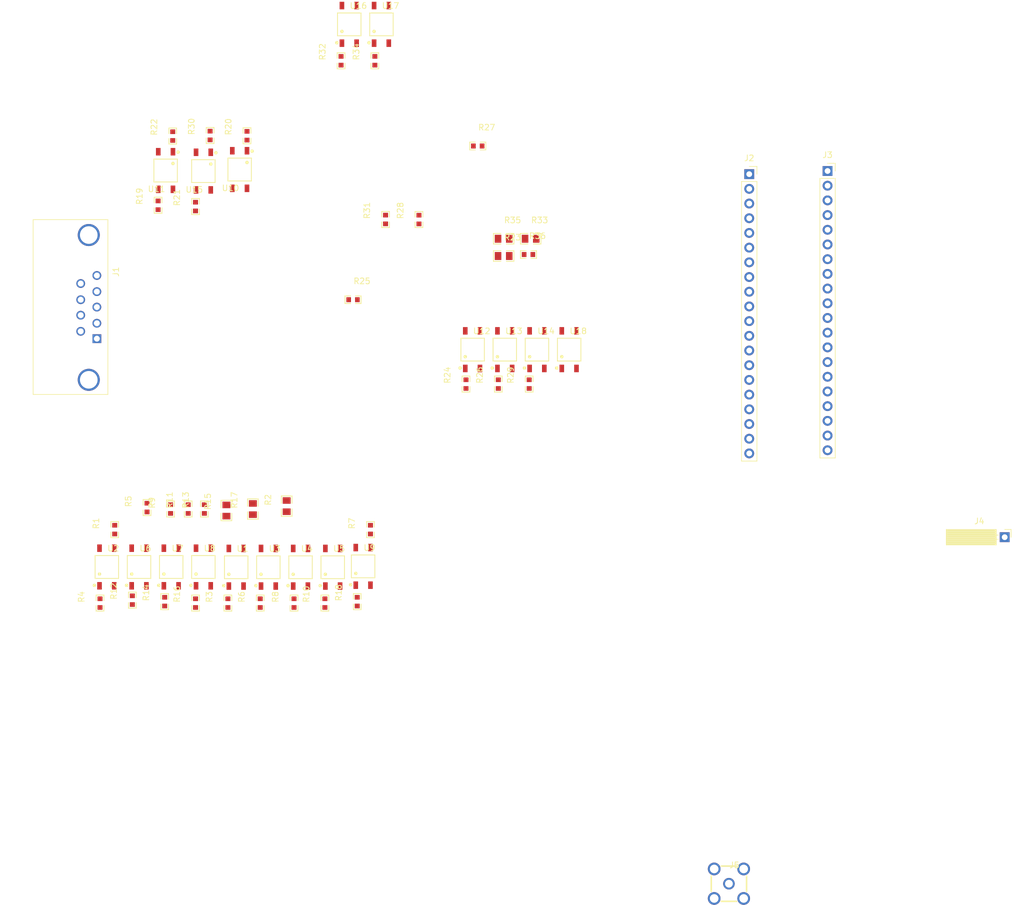
<source format=kicad_pcb>
(kicad_pcb (version 20171130) (host pcbnew "(5.1.9)-1")

  (general
    (thickness 1.6)
    (drawings 0)
    (tracks 0)
    (zones 0)
    (modules 59)
    (nets 84)
  )

  (page A4)
  (layers
    (0 F.Cu signal)
    (31 B.Cu signal)
    (32 B.Adhes user)
    (33 F.Adhes user)
    (34 B.Paste user)
    (35 F.Paste user)
    (36 B.SilkS user)
    (37 F.SilkS user)
    (38 B.Mask user)
    (39 F.Mask user)
    (40 Dwgs.User user)
    (41 Cmts.User user)
    (42 Eco1.User user)
    (43 Eco2.User user)
    (44 Edge.Cuts user)
    (45 Margin user)
    (46 B.CrtYd user)
    (47 F.CrtYd user)
    (48 B.Fab user hide)
    (49 F.Fab user)
  )

  (setup
    (last_trace_width 0.25)
    (trace_clearance 0.2)
    (zone_clearance 0.508)
    (zone_45_only no)
    (trace_min 0.2)
    (via_size 0.8)
    (via_drill 0.4)
    (via_min_size 0.4)
    (via_min_drill 0.3)
    (uvia_size 0.3)
    (uvia_drill 0.1)
    (uvias_allowed no)
    (uvia_min_size 0.2)
    (uvia_min_drill 0.1)
    (edge_width 0.05)
    (segment_width 0.2)
    (pcb_text_width 0.3)
    (pcb_text_size 1.5 1.5)
    (mod_edge_width 0.12)
    (mod_text_size 1 1)
    (mod_text_width 0.15)
    (pad_size 1.7 1.7)
    (pad_drill 1)
    (pad_to_mask_clearance 0)
    (aux_axis_origin 0 0)
    (visible_elements FFFFFF7F)
    (pcbplotparams
      (layerselection 0x010fc_ffffffff)
      (usegerberextensions false)
      (usegerberattributes true)
      (usegerberadvancedattributes true)
      (creategerberjobfile true)
      (excludeedgelayer true)
      (linewidth 0.100000)
      (plotframeref false)
      (viasonmask false)
      (mode 1)
      (useauxorigin false)
      (hpglpennumber 1)
      (hpglpenspeed 20)
      (hpglpendiameter 15.000000)
      (psnegative false)
      (psa4output false)
      (plotreference true)
      (plotvalue true)
      (plotinvisibletext false)
      (padsonsilk false)
      (subtractmaskfromsilk false)
      (outputformat 1)
      (mirror false)
      (drillshape 1)
      (scaleselection 1)
      (outputdirectory ""))
  )

  (net 0 "")
  (net 1 /I-_2)
  (net 2 /I+_2)
  (net 3 /V-)
  (net 4 /V+)
  (net 5 /V-_2)
  (net 6 /V+_2)
  (net 7 GND)
  (net 8 /I-)
  (net 9 /I+)
  (net 10 /15)
  (net 11 /14)
  (net 12 /13)
  (net 13 /12)
  (net 14 /11)
  (net 15 /10)
  (net 16 /9)
  (net 17 /8)
  (net 18 /7)
  (net 19 /6)
  (net 20 /5)
  (net 21 /4)
  (net 22 /3)
  (net 23 /2)
  (net 24 /1)
  (net 25 /0)
  (net 26 /VBUS)
  (net 27 /VSYS)
  (net 28 /3V3_EN)
  (net 29 /3V3_OUT)
  (net 30 /ADC_VREF)
  (net 31 /28)
  (net 32 /27)
  (net 33 /26)
  (net 34 /RUN)
  (net 35 /22)
  (net 36 /21)
  (net 37 /20)
  (net 38 /19)
  (net 39 /18)
  (net 40 /17)
  (net 41 /16)
  (net 42 "/Top Resistors/V+")
  (net 43 "/Top Resistors/I-")
  (net 44 "Net-(R3-Pad2)")
  (net 45 "/Top Resistors/0")
  (net 46 "/Top Resistors/7")
  (net 47 "Net-(R4-Pad2)")
  (net 48 "Net-(R6-Pad2)")
  (net 49 "/Top Resistors/1")
  (net 50 "Net-(R8-Pad2)")
  (net 51 "/Top Resistors/8")
  (net 52 "/Top Resistors/2")
  (net 53 "Net-(R10-Pad2)")
  (net 54 "/Top Resistors/3")
  (net 55 "Net-(R12-Pad2)")
  (net 56 "/Top Resistors/5")
  (net 57 "Net-(R16-Pad2)")
  (net 58 "Net-(R18-Pad2)")
  (net 59 "/Top Resistors/6")
  (net 60 /Bottom_Resistors/I-_2)
  (net 61 /Bottom_Resistors/V+_2)
  (net 62 /Bottom_Resistors/9)
  (net 63 "Net-(R20-Pad2)")
  (net 64 /Bottom_Resistors/10)
  (net 65 "Net-(R22-Pad2)")
  (net 66 /Bottom_Resistors/16)
  (net 67 "Net-(R24-Pad2)")
  (net 68 "Net-(R26-Pad2)")
  (net 69 /Bottom_Resistors/11)
  (net 70 "Net-(R29-Pad2)")
  (net 71 /Bottom_Resistors/17)
  (net 72 /Bottom_Resistors/12)
  (net 73 "Net-(R30-Pad2)")
  (net 74 "Net-(R32-Pad2)")
  (net 75 /Bottom_Resistors/13)
  (net 76 /Bottom_Resistors/14)
  (net 77 "Net-(R34-Pad2)")
  (net 78 "Net-(R36-Pad2)")
  (net 79 /Bottom_Resistors/15)
  (net 80 "/Top Resistors/I+")
  (net 81 "Net-(R14-Pad2)")
  (net 82 /Bottom_Resistors/I+_2)
  (net 83 "/Top Resistors/4")

  (net_class Default "This is the default net class."
    (clearance 0.2)
    (trace_width 0.25)
    (via_dia 0.8)
    (via_drill 0.4)
    (uvia_dia 0.3)
    (uvia_drill 0.1)
    (add_net /0)
    (add_net /1)
    (add_net /10)
    (add_net /11)
    (add_net /12)
    (add_net /13)
    (add_net /14)
    (add_net /15)
    (add_net /16)
    (add_net /17)
    (add_net /18)
    (add_net /19)
    (add_net /2)
    (add_net /20)
    (add_net /21)
    (add_net /22)
    (add_net /26)
    (add_net /27)
    (add_net /28)
    (add_net /3)
    (add_net /3V3_EN)
    (add_net /3V3_OUT)
    (add_net /4)
    (add_net /5)
    (add_net /6)
    (add_net /7)
    (add_net /8)
    (add_net /9)
    (add_net /ADC_VREF)
    (add_net /Bottom_Resistors/10)
    (add_net /Bottom_Resistors/11)
    (add_net /Bottom_Resistors/12)
    (add_net /Bottom_Resistors/13)
    (add_net /Bottom_Resistors/14)
    (add_net /Bottom_Resistors/15)
    (add_net /Bottom_Resistors/16)
    (add_net /Bottom_Resistors/17)
    (add_net /Bottom_Resistors/9)
    (add_net /Bottom_Resistors/I+_2)
    (add_net /Bottom_Resistors/I-_2)
    (add_net /Bottom_Resistors/V+_2)
    (add_net /I+)
    (add_net /I+_2)
    (add_net /I-)
    (add_net /I-_2)
    (add_net /RUN)
    (add_net "/Top Resistors/0")
    (add_net "/Top Resistors/1")
    (add_net "/Top Resistors/2")
    (add_net "/Top Resistors/3")
    (add_net "/Top Resistors/4")
    (add_net "/Top Resistors/5")
    (add_net "/Top Resistors/6")
    (add_net "/Top Resistors/7")
    (add_net "/Top Resistors/8")
    (add_net "/Top Resistors/I+")
    (add_net "/Top Resistors/I-")
    (add_net "/Top Resistors/V+")
    (add_net /V+)
    (add_net /V+_2)
    (add_net /V-)
    (add_net /V-_2)
    (add_net /VBUS)
    (add_net /VSYS)
    (add_net GND)
    (add_net "Net-(R10-Pad2)")
    (add_net "Net-(R12-Pad2)")
    (add_net "Net-(R14-Pad2)")
    (add_net "Net-(R16-Pad2)")
    (add_net "Net-(R18-Pad2)")
    (add_net "Net-(R20-Pad2)")
    (add_net "Net-(R22-Pad2)")
    (add_net "Net-(R24-Pad2)")
    (add_net "Net-(R26-Pad2)")
    (add_net "Net-(R29-Pad2)")
    (add_net "Net-(R3-Pad2)")
    (add_net "Net-(R30-Pad2)")
    (add_net "Net-(R32-Pad2)")
    (add_net "Net-(R34-Pad2)")
    (add_net "Net-(R36-Pad2)")
    (add_net "Net-(R4-Pad2)")
    (add_net "Net-(R6-Pad2)")
    (add_net "Net-(R8-Pad2)")
  )

  (module Connector:DB9_ASSMANN (layer F.Cu) (tedit 59F612F6) (tstamp 6267F0B6)
    (at -5.37 5.61 270)
    (descr "Connecteur DB9 femelle droit")
    (tags "CONN DB9")
    (path /6260D163)
    (fp_text reference J1 (at -11.56 -3.3 270) (layer F.SilkS)
      (effects (font (size 1 1) (thickness 0.15)))
    )
    (fp_text value DB9_Female (at 0.63 -3.3 90) (layer F.Fab)
      (effects (font (size 1 1) (thickness 0.15)))
    )
    (fp_line (start -20.45 4.83) (end 9.53 4.83) (layer F.Fab) (width 0.1))
    (fp_line (start 9.64 11.01) (end -20.57 11.01) (layer F.SilkS) (width 0.12))
    (fp_line (start 9.64 11.01) (end 9.64 -1.9) (layer F.SilkS) (width 0.12))
    (fp_line (start -20.57 -1.9) (end -20.57 11.01) (layer F.SilkS) (width 0.12))
    (fp_line (start -20.57 -1.9) (end 9.64 -1.9) (layer F.SilkS) (width 0.12))
    (fp_line (start 9.78 11.14) (end -20.7 11.14) (layer F.CrtYd) (width 0.05))
    (fp_line (start 9.78 11.14) (end 9.78 -2.03) (layer F.CrtYd) (width 0.05))
    (fp_line (start -20.7 -2.03) (end -20.7 11.14) (layer F.CrtYd) (width 0.05))
    (fp_line (start -20.7 -2.03) (end 9.78 -2.03) (layer F.CrtYd) (width 0.05))
    (fp_line (start 9.53 -1.78) (end -20.45 -1.78) (layer F.Fab) (width 0.1))
    (fp_line (start 9.53 10.89) (end 9.53 -1.78) (layer F.Fab) (width 0.1))
    (fp_line (start -20.45 10.89) (end 9.53 10.89) (layer F.Fab) (width 0.1))
    (fp_line (start -20.45 -1.78) (end -20.45 10.89) (layer F.Fab) (width 0.1))
    (fp_line (start 2.77 10.89) (end 2.77 16.69) (layer F.Fab) (width 0.1))
    (fp_line (start -13.57 10.89) (end -13.57 16.69) (layer F.Fab) (width 0.1))
    (fp_line (start -13.57 16.69) (end 2.77 16.69) (layer F.Fab) (width 0.1))
    (pad 9 thru_hole circle (at -9.53 2.79 270) (size 1.52 1.52) (drill 1.02) (layers *.Cu *.Mask)
      (net 1 /I-_2))
    (pad 8 thru_hole circle (at -6.73 2.79 270) (size 1.52 1.52) (drill 1.02) (layers *.Cu *.Mask)
      (net 2 /I+_2))
    (pad 7 thru_hole circle (at -4.06 2.79 270) (size 1.52 1.52) (drill 1.02) (layers *.Cu *.Mask)
      (net 3 /V-))
    (pad 6 thru_hole circle (at -1.27 2.79 270) (size 1.52 1.52) (drill 1.02) (layers *.Cu *.Mask)
      (net 4 /V+))
    (pad 5 thru_hole circle (at -10.92 0 270) (size 1.52 1.52) (drill 1.02) (layers *.Cu *.Mask)
      (net 5 /V-_2))
    (pad 4 thru_hole circle (at -8.13 0 270) (size 1.52 1.52) (drill 1.02) (layers *.Cu *.Mask)
      (net 6 /V+_2))
    (pad 3 thru_hole circle (at -5.46 0 270) (size 1.52 1.52) (drill 1.02) (layers *.Cu *.Mask)
      (net 7 GND))
    (pad 2 thru_hole circle (at -2.67 0 270) (size 1.52 1.52) (drill 1.02) (layers *.Cu *.Mask)
      (net 8 /I-))
    (pad 1 thru_hole rect (at 0 0 270) (size 1.52 1.52) (drill 1.02) (layers *.Cu *.Mask)
      (net 9 /I+))
    (pad 0 thru_hole circle (at 7.11 1.4 270) (size 3.81 3.81) (drill 3.05) (layers *.Cu *.Mask))
    (pad 0 thru_hole circle (at -17.91 1.4 270) (size 3.81 3.81) (drill 3.05) (layers *.Cu *.Mask))
    (model ${KISYS3DMOD}/Connectors.3dshapes/DB9FC.wrl
      (offset (xyz -5.299999920401987 -1.299999980475959 0))
      (scale (xyz 1 1 1))
      (rotate (xyz 0 0 0))
    )
  )

  (module Connector_PinSocket_2.54mm:PinSocket_1x20_P2.54mm_Vertical (layer F.Cu) (tedit 62679A31) (tstamp 6267F0DE)
    (at 107.369001 -22.822999)
    (descr "Through hole straight socket strip, 1x20, 2.54mm pitch, single row (from Kicad 4.0.7), script generated")
    (tags "Through hole socket strip THT 1x20 2.54mm single row")
    (path /626F5023)
    (fp_text reference J2 (at 0 -2.77) (layer F.SilkS)
      (effects (font (size 1 1) (thickness 0.15)))
    )
    (fp_text value Conn_01x20_Female (at 0 51.03) (layer F.Fab)
      (effects (font (size 1 1) (thickness 0.15)))
    )
    (fp_text user %R (at 0 24.13 90) (layer F.Fab)
      (effects (font (size 1 1) (thickness 0.15)))
    )
    (fp_line (start -1.27 -1.27) (end 0.635 -1.27) (layer F.Fab) (width 0.1))
    (fp_line (start 0.635 -1.27) (end 1.27 -0.635) (layer F.Fab) (width 0.1))
    (fp_line (start 1.27 -0.635) (end 1.27 49.53) (layer F.Fab) (width 0.1))
    (fp_line (start 1.27 49.53) (end -1.27 49.53) (layer F.Fab) (width 0.1))
    (fp_line (start -1.27 49.53) (end -1.27 -1.27) (layer F.Fab) (width 0.1))
    (fp_line (start -1.33 1.27) (end 1.33 1.27) (layer F.SilkS) (width 0.12))
    (fp_line (start -1.33 1.27) (end -1.33 49.59) (layer F.SilkS) (width 0.12))
    (fp_line (start -1.33 49.59) (end 1.33 49.59) (layer F.SilkS) (width 0.12))
    (fp_line (start 1.33 1.27) (end 1.33 49.59) (layer F.SilkS) (width 0.12))
    (fp_line (start 1.33 -1.33) (end 1.33 0) (layer F.SilkS) (width 0.12))
    (fp_line (start 0 -1.33) (end 1.33 -1.33) (layer F.SilkS) (width 0.12))
    (fp_line (start -1.8 -1.8) (end 1.75 -1.8) (layer F.CrtYd) (width 0.05))
    (fp_line (start 1.75 -1.8) (end 1.75 50) (layer F.CrtYd) (width 0.05))
    (fp_line (start 1.75 50) (end -1.8 50) (layer F.CrtYd) (width 0.05))
    (fp_line (start -1.8 50) (end -1.8 -1.8) (layer F.CrtYd) (width 0.05))
    (pad 20 thru_hole oval (at 0 48.26) (size 1.7 1.7) (drill 1) (layers *.Cu *.Mask)
      (net 10 /15))
    (pad 19 thru_hole oval (at 0 45.72) (size 1.7 1.7) (drill 1) (layers *.Cu *.Mask)
      (net 11 /14))
    (pad 18 thru_hole oval (at 0 43.18) (size 1.7 1.7) (drill 1) (layers *.Cu *.Mask)
      (net 7 GND))
    (pad 17 thru_hole oval (at 0 40.64) (size 1.7 1.7) (drill 1) (layers *.Cu *.Mask)
      (net 12 /13))
    (pad 16 thru_hole oval (at 0 38.1) (size 1.7 1.7) (drill 1) (layers *.Cu *.Mask)
      (net 13 /12))
    (pad 15 thru_hole oval (at 0 35.56) (size 1.7 1.7) (drill 1) (layers *.Cu *.Mask)
      (net 14 /11))
    (pad 14 thru_hole oval (at 0 33.02) (size 1.7 1.7) (drill 1) (layers *.Cu *.Mask)
      (net 15 /10))
    (pad 13 thru_hole oval (at 0 30.48) (size 1.7 1.7) (drill 1) (layers *.Cu *.Mask)
      (net 7 GND))
    (pad 12 thru_hole oval (at 0 27.94) (size 1.7 1.7) (drill 1) (layers *.Cu *.Mask)
      (net 16 /9))
    (pad 11 thru_hole oval (at 0 25.4) (size 1.7 1.7) (drill 1) (layers *.Cu *.Mask)
      (net 17 /8))
    (pad 10 thru_hole oval (at 0 22.86) (size 1.7 1.7) (drill 1) (layers *.Cu *.Mask)
      (net 18 /7))
    (pad 9 thru_hole oval (at 0 20.32) (size 1.7 1.7) (drill 1) (layers *.Cu *.Mask)
      (net 19 /6))
    (pad 8 thru_hole oval (at 0 17.78) (size 1.7 1.7) (drill 1) (layers *.Cu *.Mask)
      (net 7 GND))
    (pad 7 thru_hole oval (at 0 15.24) (size 1.7 1.7) (drill 1) (layers *.Cu *.Mask)
      (net 20 /5))
    (pad 6 thru_hole oval (at 0 12.7) (size 1.7 1.7) (drill 1) (layers *.Cu *.Mask)
      (net 21 /4))
    (pad 5 thru_hole oval (at 0 10.16) (size 1.7 1.7) (drill 1) (layers *.Cu *.Mask)
      (net 22 /3))
    (pad 4 thru_hole oval (at 0 7.62) (size 1.7 1.7) (drill 1) (layers *.Cu *.Mask)
      (net 23 /2))
    (pad 3 thru_hole oval (at 0 5.08) (size 1.7 1.7) (drill 1) (layers *.Cu *.Mask)
      (net 7 GND))
    (pad 2 thru_hole oval (at 0 2.54) (size 1.7 1.7) (drill 1) (layers *.Cu *.Mask)
      (net 24 /1))
    (pad 0 thru_hole rect (at 0 0) (size 1.7 1.7) (drill 1) (layers *.Cu *.Mask)
      (net 25 /0))
    (model ${KISYS3DMOD}/Connector_PinSocket_2.54mm.3dshapes/PinSocket_1x20_P2.54mm_Vertical.wrl
      (at (xyz 0 0 0))
      (scale (xyz 1 1 1))
      (rotate (xyz 0 0 0))
    )
  )

  (module Connector_PinSocket_2.54mm:PinSocket_1x20_P2.54mm_Vertical (layer F.Cu) (tedit 5A19A41E) (tstamp 6267F106)
    (at 120.904 -23.368)
    (descr "Through hole straight socket strip, 1x20, 2.54mm pitch, single row (from Kicad 4.0.7), script generated")
    (tags "Through hole socket strip THT 1x20 2.54mm single row")
    (path /626EA8CD)
    (fp_text reference J3 (at 0 -2.77) (layer F.SilkS)
      (effects (font (size 1 1) (thickness 0.15)))
    )
    (fp_text value Conn_01x20_Female (at 0 51.03) (layer F.Fab)
      (effects (font (size 1 1) (thickness 0.15)))
    )
    (fp_line (start -1.8 50) (end -1.8 -1.8) (layer F.CrtYd) (width 0.05))
    (fp_line (start 1.75 50) (end -1.8 50) (layer F.CrtYd) (width 0.05))
    (fp_line (start 1.75 -1.8) (end 1.75 50) (layer F.CrtYd) (width 0.05))
    (fp_line (start -1.8 -1.8) (end 1.75 -1.8) (layer F.CrtYd) (width 0.05))
    (fp_line (start 0 -1.33) (end 1.33 -1.33) (layer F.SilkS) (width 0.12))
    (fp_line (start 1.33 -1.33) (end 1.33 0) (layer F.SilkS) (width 0.12))
    (fp_line (start 1.33 1.27) (end 1.33 49.59) (layer F.SilkS) (width 0.12))
    (fp_line (start -1.33 49.59) (end 1.33 49.59) (layer F.SilkS) (width 0.12))
    (fp_line (start -1.33 1.27) (end -1.33 49.59) (layer F.SilkS) (width 0.12))
    (fp_line (start -1.33 1.27) (end 1.33 1.27) (layer F.SilkS) (width 0.12))
    (fp_line (start -1.27 49.53) (end -1.27 -1.27) (layer F.Fab) (width 0.1))
    (fp_line (start 1.27 49.53) (end -1.27 49.53) (layer F.Fab) (width 0.1))
    (fp_line (start 1.27 -0.635) (end 1.27 49.53) (layer F.Fab) (width 0.1))
    (fp_line (start 0.635 -1.27) (end 1.27 -0.635) (layer F.Fab) (width 0.1))
    (fp_line (start -1.27 -1.27) (end 0.635 -1.27) (layer F.Fab) (width 0.1))
    (fp_text user %R (at 0 24.13 90) (layer F.Fab)
      (effects (font (size 1 1) (thickness 0.15)))
    )
    (pad 1 thru_hole rect (at 0 0) (size 1.7 1.7) (drill 1) (layers *.Cu *.Mask)
      (net 26 /VBUS))
    (pad 2 thru_hole oval (at 0 2.54) (size 1.7 1.7) (drill 1) (layers *.Cu *.Mask)
      (net 27 /VSYS))
    (pad 3 thru_hole oval (at 0 5.08) (size 1.7 1.7) (drill 1) (layers *.Cu *.Mask)
      (net 7 GND))
    (pad 4 thru_hole oval (at 0 7.62) (size 1.7 1.7) (drill 1) (layers *.Cu *.Mask)
      (net 28 /3V3_EN))
    (pad 5 thru_hole oval (at 0 10.16) (size 1.7 1.7) (drill 1) (layers *.Cu *.Mask)
      (net 29 /3V3_OUT))
    (pad 6 thru_hole oval (at 0 12.7) (size 1.7 1.7) (drill 1) (layers *.Cu *.Mask)
      (net 30 /ADC_VREF))
    (pad 7 thru_hole oval (at 0 15.24) (size 1.7 1.7) (drill 1) (layers *.Cu *.Mask)
      (net 31 /28))
    (pad 8 thru_hole oval (at 0 17.78) (size 1.7 1.7) (drill 1) (layers *.Cu *.Mask)
      (net 7 GND))
    (pad 9 thru_hole oval (at 0 20.32) (size 1.7 1.7) (drill 1) (layers *.Cu *.Mask)
      (net 32 /27))
    (pad 10 thru_hole oval (at 0 22.86) (size 1.7 1.7) (drill 1) (layers *.Cu *.Mask)
      (net 33 /26))
    (pad 11 thru_hole oval (at 0 25.4) (size 1.7 1.7) (drill 1) (layers *.Cu *.Mask)
      (net 34 /RUN))
    (pad 12 thru_hole oval (at 0 27.94) (size 1.7 1.7) (drill 1) (layers *.Cu *.Mask)
      (net 35 /22))
    (pad 13 thru_hole oval (at 0 30.48) (size 1.7 1.7) (drill 1) (layers *.Cu *.Mask)
      (net 7 GND))
    (pad 14 thru_hole oval (at 0 33.02) (size 1.7 1.7) (drill 1) (layers *.Cu *.Mask)
      (net 36 /21))
    (pad 15 thru_hole oval (at 0 35.56) (size 1.7 1.7) (drill 1) (layers *.Cu *.Mask)
      (net 37 /20))
    (pad 16 thru_hole oval (at 0 38.1) (size 1.7 1.7) (drill 1) (layers *.Cu *.Mask)
      (net 38 /19))
    (pad 17 thru_hole oval (at 0 40.64) (size 1.7 1.7) (drill 1) (layers *.Cu *.Mask)
      (net 39 /18))
    (pad 18 thru_hole oval (at 0 43.18) (size 1.7 1.7) (drill 1) (layers *.Cu *.Mask)
      (net 7 GND))
    (pad 19 thru_hole oval (at 0 45.72) (size 1.7 1.7) (drill 1) (layers *.Cu *.Mask)
      (net 40 /17))
    (pad 20 thru_hole oval (at 0 48.26) (size 1.7 1.7) (drill 1) (layers *.Cu *.Mask)
      (net 41 /16))
    (model ${KISYS3DMOD}/Connector_PinSocket_2.54mm.3dshapes/PinSocket_1x20_P2.54mm_Vertical.wrl
      (at (xyz 0 0 0))
      (scale (xyz 1 1 1))
      (rotate (xyz 0 0 0))
    )
  )

  (module Connector_PinSocket_2.54mm:PinSocket_1x01_P2.54mm_Horizontal (layer F.Cu) (tedit 5A19A42A) (tstamp 6267F136)
    (at 151.515001 39.915001)
    (descr "Through hole angled socket strip, 1x01, 2.54mm pitch, 8.51mm socket length, single row (from Kicad 4.0.7), script generated")
    (tags "Through hole angled socket strip THT 1x01 2.54mm single row")
    (path /627DCC2E)
    (fp_text reference J4 (at -4.38 -2.77) (layer F.SilkS)
      (effects (font (size 1 1) (thickness 0.15)))
    )
    (fp_text value Conn_01x01_Female (at -4.38 2.77) (layer F.Fab)
      (effects (font (size 1 1) (thickness 0.15)))
    )
    (fp_line (start 1.75 1.75) (end 1.75 -1.8) (layer F.CrtYd) (width 0.05))
    (fp_line (start -10.55 1.75) (end 1.75 1.75) (layer F.CrtYd) (width 0.05))
    (fp_line (start -10.55 -1.8) (end -10.55 1.75) (layer F.CrtYd) (width 0.05))
    (fp_line (start 1.75 -1.8) (end -10.55 -1.8) (layer F.CrtYd) (width 0.05))
    (fp_line (start 0 -1.33) (end 1.11 -1.33) (layer F.SilkS) (width 0.12))
    (fp_line (start 1.11 -1.33) (end 1.11 0) (layer F.SilkS) (width 0.12))
    (fp_line (start -10.09 -1.33) (end -10.09 1.33) (layer F.SilkS) (width 0.12))
    (fp_line (start -10.09 1.33) (end -1.46 1.33) (layer F.SilkS) (width 0.12))
    (fp_line (start -1.46 -1.33) (end -1.46 1.33) (layer F.SilkS) (width 0.12))
    (fp_line (start -10.09 -1.33) (end -1.46 -1.33) (layer F.SilkS) (width 0.12))
    (fp_line (start -1.46 0.36) (end -1.11 0.36) (layer F.SilkS) (width 0.12))
    (fp_line (start -1.46 -0.36) (end -1.11 -0.36) (layer F.SilkS) (width 0.12))
    (fp_line (start -10.09 1.214555) (end -1.46 1.214555) (layer F.SilkS) (width 0.12))
    (fp_line (start -10.09 1.0991) (end -1.46 1.0991) (layer F.SilkS) (width 0.12))
    (fp_line (start -10.09 0.983645) (end -1.46 0.983645) (layer F.SilkS) (width 0.12))
    (fp_line (start -10.09 0.86819) (end -1.46 0.86819) (layer F.SilkS) (width 0.12))
    (fp_line (start -10.09 0.752735) (end -1.46 0.752735) (layer F.SilkS) (width 0.12))
    (fp_line (start -10.09 0.63728) (end -1.46 0.63728) (layer F.SilkS) (width 0.12))
    (fp_line (start -10.09 0.521825) (end -1.46 0.521825) (layer F.SilkS) (width 0.12))
    (fp_line (start -10.09 0.40637) (end -1.46 0.40637) (layer F.SilkS) (width 0.12))
    (fp_line (start -10.09 0.290915) (end -1.46 0.290915) (layer F.SilkS) (width 0.12))
    (fp_line (start -10.09 0.17546) (end -1.46 0.17546) (layer F.SilkS) (width 0.12))
    (fp_line (start -10.09 0.060005) (end -1.46 0.060005) (layer F.SilkS) (width 0.12))
    (fp_line (start -10.09 -0.05545) (end -1.46 -0.05545) (layer F.SilkS) (width 0.12))
    (fp_line (start -10.09 -0.170905) (end -1.46 -0.170905) (layer F.SilkS) (width 0.12))
    (fp_line (start -10.09 -0.28636) (end -1.46 -0.28636) (layer F.SilkS) (width 0.12))
    (fp_line (start -10.09 -0.401815) (end -1.46 -0.401815) (layer F.SilkS) (width 0.12))
    (fp_line (start -10.09 -0.51727) (end -1.46 -0.51727) (layer F.SilkS) (width 0.12))
    (fp_line (start -10.09 -0.632725) (end -1.46 -0.632725) (layer F.SilkS) (width 0.12))
    (fp_line (start -10.09 -0.74818) (end -1.46 -0.74818) (layer F.SilkS) (width 0.12))
    (fp_line (start -10.09 -0.863635) (end -1.46 -0.863635) (layer F.SilkS) (width 0.12))
    (fp_line (start -10.09 -0.97909) (end -1.46 -0.97909) (layer F.SilkS) (width 0.12))
    (fp_line (start -10.09 -1.094545) (end -1.46 -1.094545) (layer F.SilkS) (width 0.12))
    (fp_line (start -10.09 -1.21) (end -1.46 -1.21) (layer F.SilkS) (width 0.12))
    (fp_line (start 0 0.3) (end 0 -0.3) (layer F.Fab) (width 0.1))
    (fp_line (start -1.52 0.3) (end 0 0.3) (layer F.Fab) (width 0.1))
    (fp_line (start 0 -0.3) (end -1.52 -0.3) (layer F.Fab) (width 0.1))
    (fp_line (start -10.03 1.27) (end -10.03 -1.27) (layer F.Fab) (width 0.1))
    (fp_line (start -1.52 1.27) (end -10.03 1.27) (layer F.Fab) (width 0.1))
    (fp_line (start -1.52 -0.635) (end -1.52 1.27) (layer F.Fab) (width 0.1))
    (fp_line (start -2.155 -1.27) (end -1.52 -0.635) (layer F.Fab) (width 0.1))
    (fp_line (start -10.03 -1.27) (end -2.155 -1.27) (layer F.Fab) (width 0.1))
    (fp_text user %R (at -5.775 0) (layer F.Fab)
      (effects (font (size 1 1) (thickness 0.15)))
    )
    (pad 1 thru_hole rect (at 0 0) (size 1.7 1.7) (drill 1) (layers *.Cu *.Mask)
      (net 39 /18))
    (model ${KISYS3DMOD}/Connector_PinSocket_2.54mm.3dshapes/PinSocket_1x01_P2.54mm_Horizontal.wrl
      (at (xyz 0 0 0))
      (scale (xyz 1 1 1))
      (rotate (xyz 0 0 0))
    )
  )

  (module Connector:SMA-TH_BWSMA-KE-Z001 (layer F.Cu) (tedit 626791BA) (tstamp 6267F14D)
    (at 103.86 99.8)
    (path /62760749/627EEA3E)
    (fp_text reference J5 (at 0 -3.207) (layer F.SilkS)
      (effects (font (size 1 1) (thickness 0.15)) (justify left))
    )
    (fp_text value Conn_Coaxial (at 0 -0.667) (layer F.Fab)
      (effects (font (size 1 1) (thickness 0.15)) (justify left))
    )
    (fp_line (start -3.048 -1.316) (end -3.048 1.316) (layer F.SilkS) (width 0.254))
    (fp_line (start -1.316 3.048) (end 1.316 3.048) (layer F.SilkS) (width 0.254))
    (fp_line (start 3.048 1.316) (end 3.048 -1.316) (layer F.SilkS) (width 0.254))
    (fp_line (start 1.316 -3.048) (end -1.316 -3.048) (layer F.SilkS) (width 0.254))
    (fp_line (start -3.25 3.25) (end -3.25 -3.25) (layer F.CrtYd) (width 0.12))
    (fp_line (start 3.25 3.25) (end -3.25 3.25) (layer F.CrtYd) (width 0.12))
    (fp_line (start 3.25 -3.25) (end 3.25 3.25) (layer F.CrtYd) (width 0.12))
    (fp_line (start -3.25 -3.25) (end 3.25 -3.25) (layer F.CrtYd) (width 0.12))
    (fp_poly (pts (xy -3 2.1) (xy -2.1 2.1) (xy -2.1 3) (xy -3 3)) (layer Eco2.User) (width 0.12))
    (fp_poly (pts (xy -3 -3) (xy -2.1 -3) (xy -2.1 -2.1) (xy -3 -2.1)) (layer Eco2.User) (width 0.12))
    (fp_poly (pts (xy 2.1 -3) (xy 3 -3) (xy 3 -2.1) (xy 2.1 -2.1)) (layer Eco2.User) (width 0.12))
    (fp_poly (pts (xy 2.1 2.1) (xy 3 2.1) (xy 3 3) (xy 2.1 3)) (layer Eco2.User) (width 0.12))
    (fp_circle (center 0 0) (end 0.212 0) (layer Eco2.User) (width 0.425))
    (fp_circle (center -3.25 3.25) (end -3.22 3.25) (layer Eco2.User) (width 0.06))
    (pad 5 thru_hole circle (at 0 0) (size 2 2) (drill 1.35) (layers *.Cu *.Mask))
    (pad 4 thru_hole circle (at 2.55 2.55) (size 2.2 2.2) (drill 1.5) (layers *.Cu *.Mask))
    (pad 3 thru_hole circle (at 2.55 -2.55) (size 2.2 2.2) (drill 1.5) (layers *.Cu *.Mask))
    (pad 2 thru_hole circle (at -2.55 -2.55) (size 2.2 2.2) (drill 1.5) (layers *.Cu *.Mask)
      (net 7 GND))
    (pad 1 thru_hole circle (at -2.55 2.55) (size 2.2 2.2) (drill 1.5) (layers *.Cu *.Mask)
      (net 42 "/Top Resistors/V+"))
    (model ${KIPRJMOD}/kicad_lceda.3dshapes/SMA-TH_5P-L6.5-W6.5-H9.8_BWSMA-KE-Z001.step
      (offset (xyz 0 0 -3.5))
      (scale (xyz 1 1 1))
      (rotate (xyz 0 0 0))
    )
    (model ${KIPRJMOD}/kicad_lceda.3dshapes/SMA-TH_5P-L6.5-W6.5-H9.8_BWSMA-KE-Z001.wrl
      (offset (xyz 0 0 -3.5))
      (scale (xyz 1 1 1))
      (rotate (xyz 0 0 0))
    )
  )

  (module Resistor_SMD:180K_0.1 (layer F.Cu) (tedit 625EE458) (tstamp 6267F162)
    (at 27.432 34.544 90)
    (path /62760749/62800116)
    (fp_text reference R2 (at 0 -3.207 90) (layer F.SilkS)
      (effects (font (size 1 1) (thickness 0.15)) (justify left))
    )
    (fp_text value 180K_0.1% (at 0 -0.667 90) (layer F.Fab)
      (effects (font (size 1 1) (thickness 0.15)) (justify left))
    )
    (fp_poly (pts (xy 1 0.637) (xy 1 -0.637) (xy 0.6 -0.637) (xy 0.6 0.637)) (layer Eco2.User) (width 0.12))
    (fp_poly (pts (xy -1 0.637) (xy -1 -0.637) (xy -0.6 -0.637) (xy -0.6 0.637)) (layer Eco2.User) (width 0.12))
    (fp_line (start -1.761 -0.917) (end -0.476 -0.917) (layer F.SilkS) (width 0.152))
    (fp_line (start -1.761 0.917) (end -1.761 -0.917) (layer F.SilkS) (width 0.152))
    (fp_line (start -0.476 0.917) (end -1.761 0.917) (layer F.SilkS) (width 0.152))
    (fp_line (start 1.761 -0.917) (end 0.476 -0.917) (layer F.SilkS) (width 0.152))
    (fp_line (start 1.761 0.917) (end 1.761 -0.917) (layer F.SilkS) (width 0.152))
    (fp_line (start 0.476 0.917) (end 1.761 0.917) (layer F.SilkS) (width 0.152))
    (fp_poly (pts (xy 0.45 0.64) (xy 0.45 0.22) (xy 0.895 0.22) (xy 0.895 -0.23)
      (xy 0.455 -0.23) (xy 0.45 -0.64) (xy 0.5 -0.69) (xy 1.65 -0.69)
      (xy 1.7 -0.64) (xy 1.7 0.64) (xy 1.65 0.69) (xy 0.5 0.69)) (layer F.Paste) (width 0.12))
    (fp_poly (pts (xy -1.7 0.64) (xy -1.7 -0.64) (xy -1.65 -0.69) (xy -0.5 -0.69)
      (xy -0.45 -0.64) (xy -0.445 -0.23) (xy -0.895 -0.23) (xy -0.895 0.22)
      (xy -0.455 0.22) (xy -0.45 0.64) (xy -0.5 0.69) (xy -1.65 0.69)) (layer F.Paste) (width 0.12))
    (fp_line (start 1 0.637) (end -1 0.637) (layer F.CrtYd) (width 0.12))
    (fp_line (start 1 -0.637) (end 1 0.637) (layer F.CrtYd) (width 0.12))
    (fp_line (start -1 -0.637) (end 1 -0.637) (layer F.CrtYd) (width 0.12))
    (fp_line (start -1 0.637) (end -1 -0.637) (layer F.CrtYd) (width 0.12))
    (fp_circle (center -1 0.638) (end -0.97 0.638) (layer Eco2.User) (width 0.06))
    (pad 1 smd rect (at -0.966 0 90) (size 1.133 1.377) (layers F.Cu F.Paste F.Mask)
      (net 42 "/Top Resistors/V+"))
    (pad 2 smd rect (at 0.966 0 90) (size 1.133 1.377) (layers F.Cu F.Paste F.Mask)
      (net 43 "/Top Resistors/I-"))
    (model ${KIPRJMOD}/kicad_lceda.3dshapes/R0805_L2.0-W1.3-H0.6.step
      (offset (xyz -1.413 0 0))
      (scale (xyz 1 1 1))
      (rotate (xyz 0 0 0))
    )
    (model ${KIPRJMOD}/kicad_lceda.3dshapes/R0805_L2.0-W1.3-H0.6.wrl
      (offset (xyz -1.413 0 0))
      (scale (xyz 1 1 1))
      (rotate (xyz 0 0 0))
    )
  )

  (module Resistor_SMD:R0603 (layer F.Cu) (tedit 625EE249) (tstamp 626803B3)
    (at 17.272 51.308 90)
    (path /62760749/62800110)
    (fp_text reference R3 (at 0 -3.207 90) (layer F.SilkS)
      (effects (font (size 1 1) (thickness 0.15)) (justify left))
    )
    (fp_text value 1K_1% (at 0 -0.667 90) (layer F.Fab)
      (effects (font (size 1 1) (thickness 0.15)) (justify left))
    )
    (fp_circle (center -0.8 0.4) (end -0.77 0.4) (layer Eco2.User) (width 0.06))
    (fp_poly (pts (xy -0.8 0.4) (xy -0.8 -0.4) (xy -0.5 -0.4) (xy -0.5 0.4)) (layer Eco2.User) (width 0.12))
    (fp_poly (pts (xy 0.8 0.4) (xy 0.8 -0.4) (xy 0.5 -0.4) (xy 0.5 0.4)) (layer Eco2.User) (width 0.12))
    (fp_line (start -0.8 0.4) (end -0.8 -0.4) (layer F.CrtYd) (width 0.12))
    (fp_line (start -0.8 -0.4) (end 0.8 -0.4) (layer F.CrtYd) (width 0.12))
    (fp_line (start 0.8 -0.4) (end 0.8 0.4) (layer F.CrtYd) (width 0.12))
    (fp_line (start 0.8 0.4) (end -0.8 0.4) (layer F.CrtYd) (width 0.12))
    (fp_poly (pts (xy 1.195 -0.45) (xy 0.395 -0.45) (xy 0.345 -0.4) (xy 0.345 -0.172)
      (xy 0.715 -0.172) (xy 0.715 0.158) (xy 0.345 0.158) (xy 0.345 0.4)
      (xy 0.395 0.45) (xy 1.195 0.45) (xy 1.245 0.4) (xy 1.245 -0.4)) (layer F.Paste) (width 0.12))
    (fp_poly (pts (xy -0.355 -0.4) (xy -0.355 -0.172) (xy -0.735 -0.172) (xy -0.735 0.158)
      (xy -0.355 0.158) (xy -0.355 0.4) (xy -0.405 0.45) (xy -1.195 0.45)
      (xy -1.245 0.4) (xy -1.245 -0.4) (xy -1.195 -0.45) (xy -0.405 -0.45)) (layer F.Paste) (width 0.12))
    (fp_line (start 0.426 0.661) (end 1.385 0.661) (layer F.SilkS) (width 0.152))
    (fp_line (start 1.385 0.661) (end 1.385 -0.661) (layer F.SilkS) (width 0.152))
    (fp_line (start 1.385 -0.661) (end 0.426 -0.661) (layer F.SilkS) (width 0.152))
    (fp_line (start -0.426 0.661) (end -1.385 0.661) (layer F.SilkS) (width 0.152))
    (fp_line (start -1.385 0.661) (end -1.385 -0.661) (layer F.SilkS) (width 0.152))
    (fp_line (start -1.385 -0.661) (end -0.426 -0.661) (layer F.SilkS) (width 0.152))
    (pad 2 smd rect (at 0.753 0 90) (size 0.806 0.864) (layers F.Cu F.Paste F.Mask)
      (net 44 "Net-(R3-Pad2)"))
    (pad 1 smd rect (at -0.753 0 90) (size 0.806 0.864) (layers F.Cu F.Paste F.Mask)
      (net 45 "/Top Resistors/0"))
    (model ${KIPRJMOD}/kicad_lceda.3dshapes/R0603_L1.6-W0.8-H0.8.step
      (offset (xyz -2.491 0.635 0))
      (scale (xyz 1 1 1))
      (rotate (xyz 0 0 0))
    )
    (model ${KIPRJMOD}/kicad_lceda.3dshapes/R0603_L1.6-W0.8-H0.8.wrl
      (offset (xyz -2.491 0.635 0))
      (scale (xyz 1 1 1))
      (rotate (xyz 0 0 0))
    )
  )

  (module Resistor_SMD:R0603 (layer F.Cu) (tedit 625EE249) (tstamp 626803C8)
    (at -4.826 51.308 90)
    (path /62760749/6279362D)
    (fp_text reference R4 (at 0 -3.207 90) (layer F.SilkS)
      (effects (font (size 1 1) (thickness 0.15)) (justify left))
    )
    (fp_text value 1K_1% (at 0 -0.667 90) (layer F.Fab)
      (effects (font (size 1 1) (thickness 0.15)) (justify left))
    )
    (fp_line (start -1.385 -0.661) (end -0.426 -0.661) (layer F.SilkS) (width 0.152))
    (fp_line (start -1.385 0.661) (end -1.385 -0.661) (layer F.SilkS) (width 0.152))
    (fp_line (start -0.426 0.661) (end -1.385 0.661) (layer F.SilkS) (width 0.152))
    (fp_line (start 1.385 -0.661) (end 0.426 -0.661) (layer F.SilkS) (width 0.152))
    (fp_line (start 1.385 0.661) (end 1.385 -0.661) (layer F.SilkS) (width 0.152))
    (fp_line (start 0.426 0.661) (end 1.385 0.661) (layer F.SilkS) (width 0.152))
    (fp_poly (pts (xy -0.355 -0.4) (xy -0.355 -0.172) (xy -0.735 -0.172) (xy -0.735 0.158)
      (xy -0.355 0.158) (xy -0.355 0.4) (xy -0.405 0.45) (xy -1.195 0.45)
      (xy -1.245 0.4) (xy -1.245 -0.4) (xy -1.195 -0.45) (xy -0.405 -0.45)) (layer F.Paste) (width 0.12))
    (fp_poly (pts (xy 1.195 -0.45) (xy 0.395 -0.45) (xy 0.345 -0.4) (xy 0.345 -0.172)
      (xy 0.715 -0.172) (xy 0.715 0.158) (xy 0.345 0.158) (xy 0.345 0.4)
      (xy 0.395 0.45) (xy 1.195 0.45) (xy 1.245 0.4) (xy 1.245 -0.4)) (layer F.Paste) (width 0.12))
    (fp_line (start 0.8 0.4) (end -0.8 0.4) (layer F.CrtYd) (width 0.12))
    (fp_line (start 0.8 -0.4) (end 0.8 0.4) (layer F.CrtYd) (width 0.12))
    (fp_line (start -0.8 -0.4) (end 0.8 -0.4) (layer F.CrtYd) (width 0.12))
    (fp_line (start -0.8 0.4) (end -0.8 -0.4) (layer F.CrtYd) (width 0.12))
    (fp_poly (pts (xy 0.8 0.4) (xy 0.8 -0.4) (xy 0.5 -0.4) (xy 0.5 0.4)) (layer Eco2.User) (width 0.12))
    (fp_poly (pts (xy -0.8 0.4) (xy -0.8 -0.4) (xy -0.5 -0.4) (xy -0.5 0.4)) (layer Eco2.User) (width 0.12))
    (fp_circle (center -0.8 0.4) (end -0.77 0.4) (layer Eco2.User) (width 0.06))
    (pad 1 smd rect (at -0.753 0 90) (size 0.806 0.864) (layers F.Cu F.Paste F.Mask)
      (net 46 "/Top Resistors/7"))
    (pad 2 smd rect (at 0.753 0 90) (size 0.806 0.864) (layers F.Cu F.Paste F.Mask)
      (net 47 "Net-(R4-Pad2)"))
    (model ${KIPRJMOD}/kicad_lceda.3dshapes/R0603_L1.6-W0.8-H0.8.step
      (offset (xyz -2.491 0.635 0))
      (scale (xyz 1 1 1))
      (rotate (xyz 0 0 0))
    )
    (model ${KIPRJMOD}/kicad_lceda.3dshapes/R0603_L1.6-W0.8-H0.8.wrl
      (offset (xyz -2.491 0.635 0))
      (scale (xyz 1 1 1))
      (rotate (xyz 0 0 0))
    )
  )

  (module Resistor_SMD:R0603 (layer F.Cu) (tedit 625EE249) (tstamp 626803DD)
    (at 3.302 34.798 90)
    (path /62760749/6280010C)
    (fp_text reference R5 (at 0 -3.207 90) (layer F.SilkS)
      (effects (font (size 1 1) (thickness 0.15)) (justify left))
    )
    (fp_text value 110K_0.1% (at 0 -0.667 90) (layer F.Fab)
      (effects (font (size 1 1) (thickness 0.15)) (justify left))
    )
    (fp_circle (center -0.8 0.4) (end -0.77 0.4) (layer Eco2.User) (width 0.06))
    (fp_poly (pts (xy -0.8 0.4) (xy -0.8 -0.4) (xy -0.5 -0.4) (xy -0.5 0.4)) (layer Eco2.User) (width 0.12))
    (fp_poly (pts (xy 0.8 0.4) (xy 0.8 -0.4) (xy 0.5 -0.4) (xy 0.5 0.4)) (layer Eco2.User) (width 0.12))
    (fp_line (start -0.8 0.4) (end -0.8 -0.4) (layer F.CrtYd) (width 0.12))
    (fp_line (start -0.8 -0.4) (end 0.8 -0.4) (layer F.CrtYd) (width 0.12))
    (fp_line (start 0.8 -0.4) (end 0.8 0.4) (layer F.CrtYd) (width 0.12))
    (fp_line (start 0.8 0.4) (end -0.8 0.4) (layer F.CrtYd) (width 0.12))
    (fp_poly (pts (xy 1.195 -0.45) (xy 0.395 -0.45) (xy 0.345 -0.4) (xy 0.345 -0.172)
      (xy 0.715 -0.172) (xy 0.715 0.158) (xy 0.345 0.158) (xy 0.345 0.4)
      (xy 0.395 0.45) (xy 1.195 0.45) (xy 1.245 0.4) (xy 1.245 -0.4)) (layer F.Paste) (width 0.12))
    (fp_poly (pts (xy -0.355 -0.4) (xy -0.355 -0.172) (xy -0.735 -0.172) (xy -0.735 0.158)
      (xy -0.355 0.158) (xy -0.355 0.4) (xy -0.405 0.45) (xy -1.195 0.45)
      (xy -1.245 0.4) (xy -1.245 -0.4) (xy -1.195 -0.45) (xy -0.405 -0.45)) (layer F.Paste) (width 0.12))
    (fp_line (start 0.426 0.661) (end 1.385 0.661) (layer F.SilkS) (width 0.152))
    (fp_line (start 1.385 0.661) (end 1.385 -0.661) (layer F.SilkS) (width 0.152))
    (fp_line (start 1.385 -0.661) (end 0.426 -0.661) (layer F.SilkS) (width 0.152))
    (fp_line (start -0.426 0.661) (end -1.385 0.661) (layer F.SilkS) (width 0.152))
    (fp_line (start -1.385 0.661) (end -1.385 -0.661) (layer F.SilkS) (width 0.152))
    (fp_line (start -1.385 -0.661) (end -0.426 -0.661) (layer F.SilkS) (width 0.152))
    (pad 2 smd rect (at 0.753 0 90) (size 0.806 0.864) (layers F.Cu F.Paste F.Mask)
      (net 43 "/Top Resistors/I-"))
    (pad 1 smd rect (at -0.753 0 90) (size 0.806 0.864) (layers F.Cu F.Paste F.Mask)
      (net 42 "/Top Resistors/V+"))
    (model ${KIPRJMOD}/kicad_lceda.3dshapes/R0603_L1.6-W0.8-H0.8.step
      (offset (xyz -2.491 0.635 0))
      (scale (xyz 1 1 1))
      (rotate (xyz 0 0 0))
    )
    (model ${KIPRJMOD}/kicad_lceda.3dshapes/R0603_L1.6-W0.8-H0.8.wrl
      (offset (xyz -2.491 0.635 0))
      (scale (xyz 1 1 1))
      (rotate (xyz 0 0 0))
    )
  )

  (module Resistor_SMD:R0603 (layer F.Cu) (tedit 625EE249) (tstamp 626803F2)
    (at 22.86 51.308 90)
    (path /62760749/627862CA)
    (fp_text reference R6 (at 0 -3.207 90) (layer F.SilkS)
      (effects (font (size 1 1) (thickness 0.15)) (justify left))
    )
    (fp_text value 1K_1% (at 0 -0.667 90) (layer F.Fab)
      (effects (font (size 1 1) (thickness 0.15)) (justify left))
    )
    (fp_circle (center -0.8 0.4) (end -0.77 0.4) (layer Eco2.User) (width 0.06))
    (fp_poly (pts (xy -0.8 0.4) (xy -0.8 -0.4) (xy -0.5 -0.4) (xy -0.5 0.4)) (layer Eco2.User) (width 0.12))
    (fp_poly (pts (xy 0.8 0.4) (xy 0.8 -0.4) (xy 0.5 -0.4) (xy 0.5 0.4)) (layer Eco2.User) (width 0.12))
    (fp_line (start -0.8 0.4) (end -0.8 -0.4) (layer F.CrtYd) (width 0.12))
    (fp_line (start -0.8 -0.4) (end 0.8 -0.4) (layer F.CrtYd) (width 0.12))
    (fp_line (start 0.8 -0.4) (end 0.8 0.4) (layer F.CrtYd) (width 0.12))
    (fp_line (start 0.8 0.4) (end -0.8 0.4) (layer F.CrtYd) (width 0.12))
    (fp_poly (pts (xy 1.195 -0.45) (xy 0.395 -0.45) (xy 0.345 -0.4) (xy 0.345 -0.172)
      (xy 0.715 -0.172) (xy 0.715 0.158) (xy 0.345 0.158) (xy 0.345 0.4)
      (xy 0.395 0.45) (xy 1.195 0.45) (xy 1.245 0.4) (xy 1.245 -0.4)) (layer F.Paste) (width 0.12))
    (fp_poly (pts (xy -0.355 -0.4) (xy -0.355 -0.172) (xy -0.735 -0.172) (xy -0.735 0.158)
      (xy -0.355 0.158) (xy -0.355 0.4) (xy -0.405 0.45) (xy -1.195 0.45)
      (xy -1.245 0.4) (xy -1.245 -0.4) (xy -1.195 -0.45) (xy -0.405 -0.45)) (layer F.Paste) (width 0.12))
    (fp_line (start 0.426 0.661) (end 1.385 0.661) (layer F.SilkS) (width 0.152))
    (fp_line (start 1.385 0.661) (end 1.385 -0.661) (layer F.SilkS) (width 0.152))
    (fp_line (start 1.385 -0.661) (end 0.426 -0.661) (layer F.SilkS) (width 0.152))
    (fp_line (start -0.426 0.661) (end -1.385 0.661) (layer F.SilkS) (width 0.152))
    (fp_line (start -1.385 0.661) (end -1.385 -0.661) (layer F.SilkS) (width 0.152))
    (fp_line (start -1.385 -0.661) (end -0.426 -0.661) (layer F.SilkS) (width 0.152))
    (pad 2 smd rect (at 0.753 0 90) (size 0.806 0.864) (layers F.Cu F.Paste F.Mask)
      (net 48 "Net-(R6-Pad2)"))
    (pad 1 smd rect (at -0.753 0 90) (size 0.806 0.864) (layers F.Cu F.Paste F.Mask)
      (net 49 "/Top Resistors/1"))
    (model ${KIPRJMOD}/kicad_lceda.3dshapes/R0603_L1.6-W0.8-H0.8.step
      (offset (xyz -2.491 0.635 0))
      (scale (xyz 1 1 1))
      (rotate (xyz 0 0 0))
    )
    (model ${KIPRJMOD}/kicad_lceda.3dshapes/R0603_L1.6-W0.8-H0.8.wrl
      (offset (xyz -2.491 0.635 0))
      (scale (xyz 1 1 1))
      (rotate (xyz 0 0 0))
    )
  )

  (module Resistor_SMD:R0603 (layer F.Cu) (tedit 625EE249) (tstamp 62680407)
    (at 41.91 38.608 90)
    (path /62760749/62800115)
    (fp_text reference R7 (at 0 -3.207 90) (layer F.SilkS)
      (effects (font (size 1 1) (thickness 0.15)) (justify left))
    )
    (fp_text value 200K_0.1% (at 0 -0.667 90) (layer F.Fab)
      (effects (font (size 1 1) (thickness 0.15)) (justify left))
    )
    (fp_line (start -1.385 -0.661) (end -0.426 -0.661) (layer F.SilkS) (width 0.152))
    (fp_line (start -1.385 0.661) (end -1.385 -0.661) (layer F.SilkS) (width 0.152))
    (fp_line (start -0.426 0.661) (end -1.385 0.661) (layer F.SilkS) (width 0.152))
    (fp_line (start 1.385 -0.661) (end 0.426 -0.661) (layer F.SilkS) (width 0.152))
    (fp_line (start 1.385 0.661) (end 1.385 -0.661) (layer F.SilkS) (width 0.152))
    (fp_line (start 0.426 0.661) (end 1.385 0.661) (layer F.SilkS) (width 0.152))
    (fp_poly (pts (xy -0.355 -0.4) (xy -0.355 -0.172) (xy -0.735 -0.172) (xy -0.735 0.158)
      (xy -0.355 0.158) (xy -0.355 0.4) (xy -0.405 0.45) (xy -1.195 0.45)
      (xy -1.245 0.4) (xy -1.245 -0.4) (xy -1.195 -0.45) (xy -0.405 -0.45)) (layer F.Paste) (width 0.12))
    (fp_poly (pts (xy 1.195 -0.45) (xy 0.395 -0.45) (xy 0.345 -0.4) (xy 0.345 -0.172)
      (xy 0.715 -0.172) (xy 0.715 0.158) (xy 0.345 0.158) (xy 0.345 0.4)
      (xy 0.395 0.45) (xy 1.195 0.45) (xy 1.245 0.4) (xy 1.245 -0.4)) (layer F.Paste) (width 0.12))
    (fp_line (start 0.8 0.4) (end -0.8 0.4) (layer F.CrtYd) (width 0.12))
    (fp_line (start 0.8 -0.4) (end 0.8 0.4) (layer F.CrtYd) (width 0.12))
    (fp_line (start -0.8 -0.4) (end 0.8 -0.4) (layer F.CrtYd) (width 0.12))
    (fp_line (start -0.8 0.4) (end -0.8 -0.4) (layer F.CrtYd) (width 0.12))
    (fp_poly (pts (xy 0.8 0.4) (xy 0.8 -0.4) (xy 0.5 -0.4) (xy 0.5 0.4)) (layer Eco2.User) (width 0.12))
    (fp_poly (pts (xy -0.8 0.4) (xy -0.8 -0.4) (xy -0.5 -0.4) (xy -0.5 0.4)) (layer Eco2.User) (width 0.12))
    (fp_circle (center -0.8 0.4) (end -0.77 0.4) (layer Eco2.User) (width 0.06))
    (pad 1 smd rect (at -0.753 0 90) (size 0.806 0.864) (layers F.Cu F.Paste F.Mask)
      (net 42 "/Top Resistors/V+"))
    (pad 2 smd rect (at 0.753 0 90) (size 0.806 0.864) (layers F.Cu F.Paste F.Mask)
      (net 43 "/Top Resistors/I-"))
    (model ${KIPRJMOD}/kicad_lceda.3dshapes/R0603_L1.6-W0.8-H0.8.step
      (offset (xyz -2.491 0.635 0))
      (scale (xyz 1 1 1))
      (rotate (xyz 0 0 0))
    )
    (model ${KIPRJMOD}/kicad_lceda.3dshapes/R0603_L1.6-W0.8-H0.8.wrl
      (offset (xyz -2.491 0.635 0))
      (scale (xyz 1 1 1))
      (rotate (xyz 0 0 0))
    )
  )

  (module Resistor_SMD:R0603 (layer F.Cu) (tedit 625EE249) (tstamp 6268041C)
    (at 28.702 51.308 90)
    (path /62760749/62793611)
    (fp_text reference R8 (at 0 -3.207 90) (layer F.SilkS)
      (effects (font (size 1 1) (thickness 0.15)) (justify left))
    )
    (fp_text value 1K_1% (at 0 -0.667 90) (layer F.Fab)
      (effects (font (size 1 1) (thickness 0.15)) (justify left))
    )
    (fp_circle (center -0.8 0.4) (end -0.77 0.4) (layer Eco2.User) (width 0.06))
    (fp_poly (pts (xy -0.8 0.4) (xy -0.8 -0.4) (xy -0.5 -0.4) (xy -0.5 0.4)) (layer Eco2.User) (width 0.12))
    (fp_poly (pts (xy 0.8 0.4) (xy 0.8 -0.4) (xy 0.5 -0.4) (xy 0.5 0.4)) (layer Eco2.User) (width 0.12))
    (fp_line (start -0.8 0.4) (end -0.8 -0.4) (layer F.CrtYd) (width 0.12))
    (fp_line (start -0.8 -0.4) (end 0.8 -0.4) (layer F.CrtYd) (width 0.12))
    (fp_line (start 0.8 -0.4) (end 0.8 0.4) (layer F.CrtYd) (width 0.12))
    (fp_line (start 0.8 0.4) (end -0.8 0.4) (layer F.CrtYd) (width 0.12))
    (fp_poly (pts (xy 1.195 -0.45) (xy 0.395 -0.45) (xy 0.345 -0.4) (xy 0.345 -0.172)
      (xy 0.715 -0.172) (xy 0.715 0.158) (xy 0.345 0.158) (xy 0.345 0.4)
      (xy 0.395 0.45) (xy 1.195 0.45) (xy 1.245 0.4) (xy 1.245 -0.4)) (layer F.Paste) (width 0.12))
    (fp_poly (pts (xy -0.355 -0.4) (xy -0.355 -0.172) (xy -0.735 -0.172) (xy -0.735 0.158)
      (xy -0.355 0.158) (xy -0.355 0.4) (xy -0.405 0.45) (xy -1.195 0.45)
      (xy -1.245 0.4) (xy -1.245 -0.4) (xy -1.195 -0.45) (xy -0.405 -0.45)) (layer F.Paste) (width 0.12))
    (fp_line (start 0.426 0.661) (end 1.385 0.661) (layer F.SilkS) (width 0.152))
    (fp_line (start 1.385 0.661) (end 1.385 -0.661) (layer F.SilkS) (width 0.152))
    (fp_line (start 1.385 -0.661) (end 0.426 -0.661) (layer F.SilkS) (width 0.152))
    (fp_line (start -0.426 0.661) (end -1.385 0.661) (layer F.SilkS) (width 0.152))
    (fp_line (start -1.385 0.661) (end -1.385 -0.661) (layer F.SilkS) (width 0.152))
    (fp_line (start -1.385 -0.661) (end -0.426 -0.661) (layer F.SilkS) (width 0.152))
    (pad 2 smd rect (at 0.753 0 90) (size 0.806 0.864) (layers F.Cu F.Paste F.Mask)
      (net 50 "Net-(R8-Pad2)"))
    (pad 1 smd rect (at -0.753 0 90) (size 0.806 0.864) (layers F.Cu F.Paste F.Mask)
      (net 51 "/Top Resistors/8"))
    (model ${KIPRJMOD}/kicad_lceda.3dshapes/R0603_L1.6-W0.8-H0.8.step
      (offset (xyz -2.491 0.635 0))
      (scale (xyz 1 1 1))
      (rotate (xyz 0 0 0))
    )
    (model ${KIPRJMOD}/kicad_lceda.3dshapes/R0603_L1.6-W0.8-H0.8.wrl
      (offset (xyz -2.491 0.635 0))
      (scale (xyz 1 1 1))
      (rotate (xyz 0 0 0))
    )
  )

  (module Resistor_SMD:R0603 (layer F.Cu) (tedit 625EE249) (tstamp 62680431)
    (at 7.366 35.052 90)
    (path /62760749/6280010F)
    (fp_text reference R9 (at 0 -3.207 90) (layer F.SilkS)
      (effects (font (size 1 1) (thickness 0.15)) (justify left))
    )
    (fp_text value 120K_0.1% (at 0 -0.667 90) (layer F.Fab)
      (effects (font (size 1 1) (thickness 0.15)) (justify left))
    )
    (fp_line (start -1.385 -0.661) (end -0.426 -0.661) (layer F.SilkS) (width 0.152))
    (fp_line (start -1.385 0.661) (end -1.385 -0.661) (layer F.SilkS) (width 0.152))
    (fp_line (start -0.426 0.661) (end -1.385 0.661) (layer F.SilkS) (width 0.152))
    (fp_line (start 1.385 -0.661) (end 0.426 -0.661) (layer F.SilkS) (width 0.152))
    (fp_line (start 1.385 0.661) (end 1.385 -0.661) (layer F.SilkS) (width 0.152))
    (fp_line (start 0.426 0.661) (end 1.385 0.661) (layer F.SilkS) (width 0.152))
    (fp_poly (pts (xy -0.355 -0.4) (xy -0.355 -0.172) (xy -0.735 -0.172) (xy -0.735 0.158)
      (xy -0.355 0.158) (xy -0.355 0.4) (xy -0.405 0.45) (xy -1.195 0.45)
      (xy -1.245 0.4) (xy -1.245 -0.4) (xy -1.195 -0.45) (xy -0.405 -0.45)) (layer F.Paste) (width 0.12))
    (fp_poly (pts (xy 1.195 -0.45) (xy 0.395 -0.45) (xy 0.345 -0.4) (xy 0.345 -0.172)
      (xy 0.715 -0.172) (xy 0.715 0.158) (xy 0.345 0.158) (xy 0.345 0.4)
      (xy 0.395 0.45) (xy 1.195 0.45) (xy 1.245 0.4) (xy 1.245 -0.4)) (layer F.Paste) (width 0.12))
    (fp_line (start 0.8 0.4) (end -0.8 0.4) (layer F.CrtYd) (width 0.12))
    (fp_line (start 0.8 -0.4) (end 0.8 0.4) (layer F.CrtYd) (width 0.12))
    (fp_line (start -0.8 -0.4) (end 0.8 -0.4) (layer F.CrtYd) (width 0.12))
    (fp_line (start -0.8 0.4) (end -0.8 -0.4) (layer F.CrtYd) (width 0.12))
    (fp_poly (pts (xy 0.8 0.4) (xy 0.8 -0.4) (xy 0.5 -0.4) (xy 0.5 0.4)) (layer Eco2.User) (width 0.12))
    (fp_poly (pts (xy -0.8 0.4) (xy -0.8 -0.4) (xy -0.5 -0.4) (xy -0.5 0.4)) (layer Eco2.User) (width 0.12))
    (fp_circle (center -0.8 0.4) (end -0.77 0.4) (layer Eco2.User) (width 0.06))
    (pad 1 smd rect (at -0.753 0 90) (size 0.806 0.864) (layers F.Cu F.Paste F.Mask)
      (net 42 "/Top Resistors/V+"))
    (pad 2 smd rect (at 0.753 0 90) (size 0.806 0.864) (layers F.Cu F.Paste F.Mask)
      (net 43 "/Top Resistors/I-"))
    (model ${KIPRJMOD}/kicad_lceda.3dshapes/R0603_L1.6-W0.8-H0.8.step
      (offset (xyz -2.491 0.635 0))
      (scale (xyz 1 1 1))
      (rotate (xyz 0 0 0))
    )
    (model ${KIPRJMOD}/kicad_lceda.3dshapes/R0603_L1.6-W0.8-H0.8.wrl
      (offset (xyz -2.491 0.635 0))
      (scale (xyz 1 1 1))
      (rotate (xyz 0 0 0))
    )
  )

  (module Resistor_SMD:R0603 (layer F.Cu) (tedit 625EE249) (tstamp 62680446)
    (at 34.036 51.308 90)
    (path /62760749/62786361)
    (fp_text reference R10 (at 0 -3.207 90) (layer F.SilkS)
      (effects (font (size 1 1) (thickness 0.15)) (justify left))
    )
    (fp_text value 1K_1% (at 0 -0.667 90) (layer F.Fab)
      (effects (font (size 1 1) (thickness 0.15)) (justify left))
    )
    (fp_line (start -1.385 -0.661) (end -0.426 -0.661) (layer F.SilkS) (width 0.152))
    (fp_line (start -1.385 0.661) (end -1.385 -0.661) (layer F.SilkS) (width 0.152))
    (fp_line (start -0.426 0.661) (end -1.385 0.661) (layer F.SilkS) (width 0.152))
    (fp_line (start 1.385 -0.661) (end 0.426 -0.661) (layer F.SilkS) (width 0.152))
    (fp_line (start 1.385 0.661) (end 1.385 -0.661) (layer F.SilkS) (width 0.152))
    (fp_line (start 0.426 0.661) (end 1.385 0.661) (layer F.SilkS) (width 0.152))
    (fp_poly (pts (xy -0.355 -0.4) (xy -0.355 -0.172) (xy -0.735 -0.172) (xy -0.735 0.158)
      (xy -0.355 0.158) (xy -0.355 0.4) (xy -0.405 0.45) (xy -1.195 0.45)
      (xy -1.245 0.4) (xy -1.245 -0.4) (xy -1.195 -0.45) (xy -0.405 -0.45)) (layer F.Paste) (width 0.12))
    (fp_poly (pts (xy 1.195 -0.45) (xy 0.395 -0.45) (xy 0.345 -0.4) (xy 0.345 -0.172)
      (xy 0.715 -0.172) (xy 0.715 0.158) (xy 0.345 0.158) (xy 0.345 0.4)
      (xy 0.395 0.45) (xy 1.195 0.45) (xy 1.245 0.4) (xy 1.245 -0.4)) (layer F.Paste) (width 0.12))
    (fp_line (start 0.8 0.4) (end -0.8 0.4) (layer F.CrtYd) (width 0.12))
    (fp_line (start 0.8 -0.4) (end 0.8 0.4) (layer F.CrtYd) (width 0.12))
    (fp_line (start -0.8 -0.4) (end 0.8 -0.4) (layer F.CrtYd) (width 0.12))
    (fp_line (start -0.8 0.4) (end -0.8 -0.4) (layer F.CrtYd) (width 0.12))
    (fp_poly (pts (xy 0.8 0.4) (xy 0.8 -0.4) (xy 0.5 -0.4) (xy 0.5 0.4)) (layer Eco2.User) (width 0.12))
    (fp_poly (pts (xy -0.8 0.4) (xy -0.8 -0.4) (xy -0.5 -0.4) (xy -0.5 0.4)) (layer Eco2.User) (width 0.12))
    (fp_circle (center -0.8 0.4) (end -0.77 0.4) (layer Eco2.User) (width 0.06))
    (pad 1 smd rect (at -0.753 0 90) (size 0.806 0.864) (layers F.Cu F.Paste F.Mask)
      (net 52 "/Top Resistors/2"))
    (pad 2 smd rect (at 0.753 0 90) (size 0.806 0.864) (layers F.Cu F.Paste F.Mask)
      (net 53 "Net-(R10-Pad2)"))
    (model ${KIPRJMOD}/kicad_lceda.3dshapes/R0603_L1.6-W0.8-H0.8.step
      (offset (xyz -2.491 0.635 0))
      (scale (xyz 1 1 1))
      (rotate (xyz 0 0 0))
    )
    (model ${KIPRJMOD}/kicad_lceda.3dshapes/R0603_L1.6-W0.8-H0.8.wrl
      (offset (xyz -2.491 0.635 0))
      (scale (xyz 1 1 1))
      (rotate (xyz 0 0 0))
    )
  )

  (module Resistor_SMD:R0603 (layer F.Cu) (tedit 625EE249) (tstamp 6268045B)
    (at 10.414 35.052 90)
    (path /62760749/62800111)
    (fp_text reference R11 (at 0 -3.207 90) (layer F.SilkS)
      (effects (font (size 1 1) (thickness 0.15)) (justify left))
    )
    (fp_text value 130K_0.1% (at 0 -0.667 90) (layer F.Fab)
      (effects (font (size 1 1) (thickness 0.15)) (justify left))
    )
    (fp_circle (center -0.8 0.4) (end -0.77 0.4) (layer Eco2.User) (width 0.06))
    (fp_poly (pts (xy -0.8 0.4) (xy -0.8 -0.4) (xy -0.5 -0.4) (xy -0.5 0.4)) (layer Eco2.User) (width 0.12))
    (fp_poly (pts (xy 0.8 0.4) (xy 0.8 -0.4) (xy 0.5 -0.4) (xy 0.5 0.4)) (layer Eco2.User) (width 0.12))
    (fp_line (start -0.8 0.4) (end -0.8 -0.4) (layer F.CrtYd) (width 0.12))
    (fp_line (start -0.8 -0.4) (end 0.8 -0.4) (layer F.CrtYd) (width 0.12))
    (fp_line (start 0.8 -0.4) (end 0.8 0.4) (layer F.CrtYd) (width 0.12))
    (fp_line (start 0.8 0.4) (end -0.8 0.4) (layer F.CrtYd) (width 0.12))
    (fp_poly (pts (xy 1.195 -0.45) (xy 0.395 -0.45) (xy 0.345 -0.4) (xy 0.345 -0.172)
      (xy 0.715 -0.172) (xy 0.715 0.158) (xy 0.345 0.158) (xy 0.345 0.4)
      (xy 0.395 0.45) (xy 1.195 0.45) (xy 1.245 0.4) (xy 1.245 -0.4)) (layer F.Paste) (width 0.12))
    (fp_poly (pts (xy -0.355 -0.4) (xy -0.355 -0.172) (xy -0.735 -0.172) (xy -0.735 0.158)
      (xy -0.355 0.158) (xy -0.355 0.4) (xy -0.405 0.45) (xy -1.195 0.45)
      (xy -1.245 0.4) (xy -1.245 -0.4) (xy -1.195 -0.45) (xy -0.405 -0.45)) (layer F.Paste) (width 0.12))
    (fp_line (start 0.426 0.661) (end 1.385 0.661) (layer F.SilkS) (width 0.152))
    (fp_line (start 1.385 0.661) (end 1.385 -0.661) (layer F.SilkS) (width 0.152))
    (fp_line (start 1.385 -0.661) (end 0.426 -0.661) (layer F.SilkS) (width 0.152))
    (fp_line (start -0.426 0.661) (end -1.385 0.661) (layer F.SilkS) (width 0.152))
    (fp_line (start -1.385 0.661) (end -1.385 -0.661) (layer F.SilkS) (width 0.152))
    (fp_line (start -1.385 -0.661) (end -0.426 -0.661) (layer F.SilkS) (width 0.152))
    (pad 2 smd rect (at 0.753 0 90) (size 0.806 0.864) (layers F.Cu F.Paste F.Mask)
      (net 43 "/Top Resistors/I-"))
    (pad 1 smd rect (at -0.753 0 90) (size 0.806 0.864) (layers F.Cu F.Paste F.Mask)
      (net 42 "/Top Resistors/V+"))
    (model ${KIPRJMOD}/kicad_lceda.3dshapes/R0603_L1.6-W0.8-H0.8.step
      (offset (xyz -2.491 0.635 0))
      (scale (xyz 1 1 1))
      (rotate (xyz 0 0 0))
    )
    (model ${KIPRJMOD}/kicad_lceda.3dshapes/R0603_L1.6-W0.8-H0.8.wrl
      (offset (xyz -2.491 0.635 0))
      (scale (xyz 1 1 1))
      (rotate (xyz 0 0 0))
    )
  )

  (module Resistor_SMD:R0603 (layer F.Cu) (tedit 625EE249) (tstamp 62680470)
    (at 0.762 50.8 90)
    (path /62760749/627862FC)
    (fp_text reference R12 (at 0 -3.207 90) (layer F.SilkS)
      (effects (font (size 1 1) (thickness 0.15)) (justify left))
    )
    (fp_text value 1K_1% (at 0 -0.667 90) (layer F.Fab)
      (effects (font (size 1 1) (thickness 0.15)) (justify left))
    )
    (fp_line (start -1.385 -0.661) (end -0.426 -0.661) (layer F.SilkS) (width 0.152))
    (fp_line (start -1.385 0.661) (end -1.385 -0.661) (layer F.SilkS) (width 0.152))
    (fp_line (start -0.426 0.661) (end -1.385 0.661) (layer F.SilkS) (width 0.152))
    (fp_line (start 1.385 -0.661) (end 0.426 -0.661) (layer F.SilkS) (width 0.152))
    (fp_line (start 1.385 0.661) (end 1.385 -0.661) (layer F.SilkS) (width 0.152))
    (fp_line (start 0.426 0.661) (end 1.385 0.661) (layer F.SilkS) (width 0.152))
    (fp_poly (pts (xy -0.355 -0.4) (xy -0.355 -0.172) (xy -0.735 -0.172) (xy -0.735 0.158)
      (xy -0.355 0.158) (xy -0.355 0.4) (xy -0.405 0.45) (xy -1.195 0.45)
      (xy -1.245 0.4) (xy -1.245 -0.4) (xy -1.195 -0.45) (xy -0.405 -0.45)) (layer F.Paste) (width 0.12))
    (fp_poly (pts (xy 1.195 -0.45) (xy 0.395 -0.45) (xy 0.345 -0.4) (xy 0.345 -0.172)
      (xy 0.715 -0.172) (xy 0.715 0.158) (xy 0.345 0.158) (xy 0.345 0.4)
      (xy 0.395 0.45) (xy 1.195 0.45) (xy 1.245 0.4) (xy 1.245 -0.4)) (layer F.Paste) (width 0.12))
    (fp_line (start 0.8 0.4) (end -0.8 0.4) (layer F.CrtYd) (width 0.12))
    (fp_line (start 0.8 -0.4) (end 0.8 0.4) (layer F.CrtYd) (width 0.12))
    (fp_line (start -0.8 -0.4) (end 0.8 -0.4) (layer F.CrtYd) (width 0.12))
    (fp_line (start -0.8 0.4) (end -0.8 -0.4) (layer F.CrtYd) (width 0.12))
    (fp_poly (pts (xy 0.8 0.4) (xy 0.8 -0.4) (xy 0.5 -0.4) (xy 0.5 0.4)) (layer Eco2.User) (width 0.12))
    (fp_poly (pts (xy -0.8 0.4) (xy -0.8 -0.4) (xy -0.5 -0.4) (xy -0.5 0.4)) (layer Eco2.User) (width 0.12))
    (fp_circle (center -0.8 0.4) (end -0.77 0.4) (layer Eco2.User) (width 0.06))
    (pad 1 smd rect (at -0.753 0 90) (size 0.806 0.864) (layers F.Cu F.Paste F.Mask)
      (net 54 "/Top Resistors/3"))
    (pad 2 smd rect (at 0.753 0 90) (size 0.806 0.864) (layers F.Cu F.Paste F.Mask)
      (net 55 "Net-(R12-Pad2)"))
    (model ${KIPRJMOD}/kicad_lceda.3dshapes/R0603_L1.6-W0.8-H0.8.step
      (offset (xyz -2.491 0.635 0))
      (scale (xyz 1 1 1))
      (rotate (xyz 0 0 0))
    )
    (model ${KIPRJMOD}/kicad_lceda.3dshapes/R0603_L1.6-W0.8-H0.8.wrl
      (offset (xyz -2.491 0.635 0))
      (scale (xyz 1 1 1))
      (rotate (xyz 0 0 0))
    )
  )

  (module Resistor_SMD:R0603 (layer F.Cu) (tedit 625EE249) (tstamp 62680485)
    (at 13.208 35.052 90)
    (path /62760749/62800112)
    (fp_text reference R13 (at 0 -3.207 90) (layer F.SilkS)
      (effects (font (size 1 1) (thickness 0.15)) (justify left))
    )
    (fp_text value 140K_0.1% (at 0 -0.667 90) (layer F.Fab)
      (effects (font (size 1 1) (thickness 0.15)) (justify left))
    )
    (fp_line (start -1.385 -0.661) (end -0.426 -0.661) (layer F.SilkS) (width 0.152))
    (fp_line (start -1.385 0.661) (end -1.385 -0.661) (layer F.SilkS) (width 0.152))
    (fp_line (start -0.426 0.661) (end -1.385 0.661) (layer F.SilkS) (width 0.152))
    (fp_line (start 1.385 -0.661) (end 0.426 -0.661) (layer F.SilkS) (width 0.152))
    (fp_line (start 1.385 0.661) (end 1.385 -0.661) (layer F.SilkS) (width 0.152))
    (fp_line (start 0.426 0.661) (end 1.385 0.661) (layer F.SilkS) (width 0.152))
    (fp_poly (pts (xy -0.355 -0.4) (xy -0.355 -0.172) (xy -0.735 -0.172) (xy -0.735 0.158)
      (xy -0.355 0.158) (xy -0.355 0.4) (xy -0.405 0.45) (xy -1.195 0.45)
      (xy -1.245 0.4) (xy -1.245 -0.4) (xy -1.195 -0.45) (xy -0.405 -0.45)) (layer F.Paste) (width 0.12))
    (fp_poly (pts (xy 1.195 -0.45) (xy 0.395 -0.45) (xy 0.345 -0.4) (xy 0.345 -0.172)
      (xy 0.715 -0.172) (xy 0.715 0.158) (xy 0.345 0.158) (xy 0.345 0.4)
      (xy 0.395 0.45) (xy 1.195 0.45) (xy 1.245 0.4) (xy 1.245 -0.4)) (layer F.Paste) (width 0.12))
    (fp_line (start 0.8 0.4) (end -0.8 0.4) (layer F.CrtYd) (width 0.12))
    (fp_line (start 0.8 -0.4) (end 0.8 0.4) (layer F.CrtYd) (width 0.12))
    (fp_line (start -0.8 -0.4) (end 0.8 -0.4) (layer F.CrtYd) (width 0.12))
    (fp_line (start -0.8 0.4) (end -0.8 -0.4) (layer F.CrtYd) (width 0.12))
    (fp_poly (pts (xy 0.8 0.4) (xy 0.8 -0.4) (xy 0.5 -0.4) (xy 0.5 0.4)) (layer Eco2.User) (width 0.12))
    (fp_poly (pts (xy -0.8 0.4) (xy -0.8 -0.4) (xy -0.5 -0.4) (xy -0.5 0.4)) (layer Eco2.User) (width 0.12))
    (fp_circle (center -0.8 0.4) (end -0.77 0.4) (layer Eco2.User) (width 0.06))
    (pad 1 smd rect (at -0.753 0 90) (size 0.806 0.864) (layers F.Cu F.Paste F.Mask)
      (net 42 "/Top Resistors/V+"))
    (pad 2 smd rect (at 0.753 0 90) (size 0.806 0.864) (layers F.Cu F.Paste F.Mask)
      (net 43 "/Top Resistors/I-"))
    (model ${KIPRJMOD}/kicad_lceda.3dshapes/R0603_L1.6-W0.8-H0.8.step
      (offset (xyz -2.491 0.635 0))
      (scale (xyz 1 1 1))
      (rotate (xyz 0 0 0))
    )
    (model ${KIPRJMOD}/kicad_lceda.3dshapes/R0603_L1.6-W0.8-H0.8.wrl
      (offset (xyz -2.491 0.635 0))
      (scale (xyz 1 1 1))
      (rotate (xyz 0 0 0))
    )
  )

  (module Resistor_SMD:150K_0.1 (layer F.Cu) (tedit 625EE3F5) (tstamp 6268049A)
    (at 17.018 35.306 90)
    (path /62760749/627862A4)
    (fp_text reference R15 (at 0 -3.207 90) (layer F.SilkS)
      (effects (font (size 1 1) (thickness 0.15)) (justify left))
    )
    (fp_text value 150K_0.1% (at 0 -0.667 90) (layer F.Fab)
      (effects (font (size 1 1) (thickness 0.15)) (justify left))
    )
    (fp_poly (pts (xy 1 0.637) (xy 1 -0.637) (xy 0.6 -0.637) (xy 0.6 0.637)) (layer Eco2.User) (width 0.12))
    (fp_poly (pts (xy -1 0.637) (xy -1 -0.637) (xy -0.6 -0.637) (xy -0.6 0.637)) (layer Eco2.User) (width 0.12))
    (fp_line (start -1.761 -0.917) (end -0.476 -0.917) (layer F.SilkS) (width 0.152))
    (fp_line (start -1.761 0.917) (end -1.761 -0.917) (layer F.SilkS) (width 0.152))
    (fp_line (start -0.476 0.917) (end -1.761 0.917) (layer F.SilkS) (width 0.152))
    (fp_line (start 1.761 -0.917) (end 0.476 -0.917) (layer F.SilkS) (width 0.152))
    (fp_line (start 1.761 0.917) (end 1.761 -0.917) (layer F.SilkS) (width 0.152))
    (fp_line (start 0.476 0.917) (end 1.761 0.917) (layer F.SilkS) (width 0.152))
    (fp_poly (pts (xy 0.45 0.64) (xy 0.45 0.22) (xy 0.895 0.22) (xy 0.895 -0.23)
      (xy 0.455 -0.23) (xy 0.45 -0.64) (xy 0.5 -0.69) (xy 1.65 -0.69)
      (xy 1.7 -0.64) (xy 1.7 0.64) (xy 1.65 0.69) (xy 0.5 0.69)) (layer F.Paste) (width 0.12))
    (fp_poly (pts (xy -1.7 0.64) (xy -1.7 -0.64) (xy -1.65 -0.69) (xy -0.5 -0.69)
      (xy -0.45 -0.64) (xy -0.445 -0.23) (xy -0.895 -0.23) (xy -0.895 0.22)
      (xy -0.455 0.22) (xy -0.45 0.64) (xy -0.5 0.69) (xy -1.65 0.69)) (layer F.Paste) (width 0.12))
    (fp_line (start 1 0.637) (end -1 0.637) (layer F.CrtYd) (width 0.12))
    (fp_line (start 1 -0.637) (end 1 0.637) (layer F.CrtYd) (width 0.12))
    (fp_line (start -1 -0.637) (end 1 -0.637) (layer F.CrtYd) (width 0.12))
    (fp_line (start -1 0.637) (end -1 -0.637) (layer F.CrtYd) (width 0.12))
    (fp_circle (center -1 0.638) (end -0.97 0.638) (layer Eco2.User) (width 0.06))
    (pad 1 smd rect (at -0.966 0 90) (size 1.133 1.377) (layers F.Cu F.Paste F.Mask)
      (net 42 "/Top Resistors/V+"))
    (pad 2 smd rect (at 0.966 0 90) (size 1.133 1.377) (layers F.Cu F.Paste F.Mask)
      (net 43 "/Top Resistors/I-"))
    (model ${KIPRJMOD}/kicad_lceda.3dshapes/R0805_L2.0-W1.3-H0.6.step
      (offset (xyz -1.413 0 0))
      (scale (xyz 1 1 1))
      (rotate (xyz 0 0 0))
    )
    (model ${KIPRJMOD}/kicad_lceda.3dshapes/R0805_L2.0-W1.3-H0.6.wrl
      (offset (xyz -1.413 0 0))
      (scale (xyz 1 1 1))
      (rotate (xyz 0 0 0))
    )
  )

  (module Resistor_SMD:R0603 (layer F.Cu) (tedit 625EE249) (tstamp 626804AF)
    (at 11.684 51.308 90)
    (path /62760749/62786336)
    (fp_text reference R16 (at 0 -3.207 90) (layer F.SilkS)
      (effects (font (size 1 1) (thickness 0.15)) (justify left))
    )
    (fp_text value 1K_1% (at 0 -0.667 90) (layer F.Fab)
      (effects (font (size 1 1) (thickness 0.15)) (justify left))
    )
    (fp_line (start -1.385 -0.661) (end -0.426 -0.661) (layer F.SilkS) (width 0.152))
    (fp_line (start -1.385 0.661) (end -1.385 -0.661) (layer F.SilkS) (width 0.152))
    (fp_line (start -0.426 0.661) (end -1.385 0.661) (layer F.SilkS) (width 0.152))
    (fp_line (start 1.385 -0.661) (end 0.426 -0.661) (layer F.SilkS) (width 0.152))
    (fp_line (start 1.385 0.661) (end 1.385 -0.661) (layer F.SilkS) (width 0.152))
    (fp_line (start 0.426 0.661) (end 1.385 0.661) (layer F.SilkS) (width 0.152))
    (fp_poly (pts (xy -0.355 -0.4) (xy -0.355 -0.172) (xy -0.735 -0.172) (xy -0.735 0.158)
      (xy -0.355 0.158) (xy -0.355 0.4) (xy -0.405 0.45) (xy -1.195 0.45)
      (xy -1.245 0.4) (xy -1.245 -0.4) (xy -1.195 -0.45) (xy -0.405 -0.45)) (layer F.Paste) (width 0.12))
    (fp_poly (pts (xy 1.195 -0.45) (xy 0.395 -0.45) (xy 0.345 -0.4) (xy 0.345 -0.172)
      (xy 0.715 -0.172) (xy 0.715 0.158) (xy 0.345 0.158) (xy 0.345 0.4)
      (xy 0.395 0.45) (xy 1.195 0.45) (xy 1.245 0.4) (xy 1.245 -0.4)) (layer F.Paste) (width 0.12))
    (fp_line (start 0.8 0.4) (end -0.8 0.4) (layer F.CrtYd) (width 0.12))
    (fp_line (start 0.8 -0.4) (end 0.8 0.4) (layer F.CrtYd) (width 0.12))
    (fp_line (start -0.8 -0.4) (end 0.8 -0.4) (layer F.CrtYd) (width 0.12))
    (fp_line (start -0.8 0.4) (end -0.8 -0.4) (layer F.CrtYd) (width 0.12))
    (fp_poly (pts (xy 0.8 0.4) (xy 0.8 -0.4) (xy 0.5 -0.4) (xy 0.5 0.4)) (layer Eco2.User) (width 0.12))
    (fp_poly (pts (xy -0.8 0.4) (xy -0.8 -0.4) (xy -0.5 -0.4) (xy -0.5 0.4)) (layer Eco2.User) (width 0.12))
    (fp_circle (center -0.8 0.4) (end -0.77 0.4) (layer Eco2.User) (width 0.06))
    (pad 1 smd rect (at -0.753 0 90) (size 0.806 0.864) (layers F.Cu F.Paste F.Mask)
      (net 56 "/Top Resistors/5"))
    (pad 2 smd rect (at 0.753 0 90) (size 0.806 0.864) (layers F.Cu F.Paste F.Mask)
      (net 57 "Net-(R16-Pad2)"))
    (model ${KIPRJMOD}/kicad_lceda.3dshapes/R0603_L1.6-W0.8-H0.8.step
      (offset (xyz -2.491 0.635 0))
      (scale (xyz 1 1 1))
      (rotate (xyz 0 0 0))
    )
    (model ${KIPRJMOD}/kicad_lceda.3dshapes/R0603_L1.6-W0.8-H0.8.wrl
      (offset (xyz -2.491 0.635 0))
      (scale (xyz 1 1 1))
      (rotate (xyz 0 0 0))
    )
  )

  (module Resistor_SMD:160K_0.1 (layer F.Cu) (tedit 625EE427) (tstamp 626804C4)
    (at 21.59 35.052 90)
    (path /62760749/627862AC)
    (fp_text reference R17 (at 0 -3.207 90) (layer F.SilkS)
      (effects (font (size 1 1) (thickness 0.15)) (justify left))
    )
    (fp_text value 160K_0.1% (at 0 -0.667 90) (layer F.Fab)
      (effects (font (size 1 1) (thickness 0.15)) (justify left))
    )
    (fp_circle (center -1 0.638) (end -0.97 0.638) (layer Eco2.User) (width 0.06))
    (fp_line (start -1 0.637) (end -1 -0.637) (layer F.CrtYd) (width 0.12))
    (fp_line (start -1 -0.637) (end 1 -0.637) (layer F.CrtYd) (width 0.12))
    (fp_line (start 1 -0.637) (end 1 0.637) (layer F.CrtYd) (width 0.12))
    (fp_line (start 1 0.637) (end -1 0.637) (layer F.CrtYd) (width 0.12))
    (fp_poly (pts (xy -1.7 0.64) (xy -1.7 -0.64) (xy -1.65 -0.69) (xy -0.5 -0.69)
      (xy -0.45 -0.64) (xy -0.445 -0.23) (xy -0.895 -0.23) (xy -0.895 0.22)
      (xy -0.455 0.22) (xy -0.45 0.64) (xy -0.5 0.69) (xy -1.65 0.69)) (layer F.Paste) (width 0.12))
    (fp_poly (pts (xy 0.45 0.64) (xy 0.45 0.22) (xy 0.895 0.22) (xy 0.895 -0.23)
      (xy 0.455 -0.23) (xy 0.45 -0.64) (xy 0.5 -0.69) (xy 1.65 -0.69)
      (xy 1.7 -0.64) (xy 1.7 0.64) (xy 1.65 0.69) (xy 0.5 0.69)) (layer F.Paste) (width 0.12))
    (fp_line (start 0.476 0.917) (end 1.761 0.917) (layer F.SilkS) (width 0.152))
    (fp_line (start 1.761 0.917) (end 1.761 -0.917) (layer F.SilkS) (width 0.152))
    (fp_line (start 1.761 -0.917) (end 0.476 -0.917) (layer F.SilkS) (width 0.152))
    (fp_line (start -0.476 0.917) (end -1.761 0.917) (layer F.SilkS) (width 0.152))
    (fp_line (start -1.761 0.917) (end -1.761 -0.917) (layer F.SilkS) (width 0.152))
    (fp_line (start -1.761 -0.917) (end -0.476 -0.917) (layer F.SilkS) (width 0.152))
    (fp_poly (pts (xy -1 0.637) (xy -1 -0.637) (xy -0.6 -0.637) (xy -0.6 0.637)) (layer Eco2.User) (width 0.12))
    (fp_poly (pts (xy 1 0.637) (xy 1 -0.637) (xy 0.6 -0.637) (xy 0.6 0.637)) (layer Eco2.User) (width 0.12))
    (pad 2 smd rect (at 0.966 0 90) (size 1.133 1.377) (layers F.Cu F.Paste F.Mask)
      (net 43 "/Top Resistors/I-"))
    (pad 1 smd rect (at -0.966 0 90) (size 1.133 1.377) (layers F.Cu F.Paste F.Mask)
      (net 42 "/Top Resistors/V+"))
    (model ${KIPRJMOD}/kicad_lceda.3dshapes/R0805_L2.0-W1.3-H0.6.step
      (offset (xyz -1.413 0 0))
      (scale (xyz 1 1 1))
      (rotate (xyz 0 0 0))
    )
    (model ${KIPRJMOD}/kicad_lceda.3dshapes/R0805_L2.0-W1.3-H0.6.wrl
      (offset (xyz -1.413 0 0))
      (scale (xyz 1 1 1))
      (rotate (xyz 0 0 0))
    )
  )

  (module Resistor_SMD:R0603 (layer F.Cu) (tedit 625EE249) (tstamp 626804D9)
    (at 39.624 51.054 90)
    (path /62760749/62786353)
    (fp_text reference R18 (at 0 -3.207 90) (layer F.SilkS)
      (effects (font (size 1 1) (thickness 0.15)) (justify left))
    )
    (fp_text value 1K_1% (at 0 -0.667 90) (layer F.Fab)
      (effects (font (size 1 1) (thickness 0.15)) (justify left))
    )
    (fp_circle (center -0.8 0.4) (end -0.77 0.4) (layer Eco2.User) (width 0.06))
    (fp_poly (pts (xy -0.8 0.4) (xy -0.8 -0.4) (xy -0.5 -0.4) (xy -0.5 0.4)) (layer Eco2.User) (width 0.12))
    (fp_poly (pts (xy 0.8 0.4) (xy 0.8 -0.4) (xy 0.5 -0.4) (xy 0.5 0.4)) (layer Eco2.User) (width 0.12))
    (fp_line (start -0.8 0.4) (end -0.8 -0.4) (layer F.CrtYd) (width 0.12))
    (fp_line (start -0.8 -0.4) (end 0.8 -0.4) (layer F.CrtYd) (width 0.12))
    (fp_line (start 0.8 -0.4) (end 0.8 0.4) (layer F.CrtYd) (width 0.12))
    (fp_line (start 0.8 0.4) (end -0.8 0.4) (layer F.CrtYd) (width 0.12))
    (fp_poly (pts (xy 1.195 -0.45) (xy 0.395 -0.45) (xy 0.345 -0.4) (xy 0.345 -0.172)
      (xy 0.715 -0.172) (xy 0.715 0.158) (xy 0.345 0.158) (xy 0.345 0.4)
      (xy 0.395 0.45) (xy 1.195 0.45) (xy 1.245 0.4) (xy 1.245 -0.4)) (layer F.Paste) (width 0.12))
    (fp_poly (pts (xy -0.355 -0.4) (xy -0.355 -0.172) (xy -0.735 -0.172) (xy -0.735 0.158)
      (xy -0.355 0.158) (xy -0.355 0.4) (xy -0.405 0.45) (xy -1.195 0.45)
      (xy -1.245 0.4) (xy -1.245 -0.4) (xy -1.195 -0.45) (xy -0.405 -0.45)) (layer F.Paste) (width 0.12))
    (fp_line (start 0.426 0.661) (end 1.385 0.661) (layer F.SilkS) (width 0.152))
    (fp_line (start 1.385 0.661) (end 1.385 -0.661) (layer F.SilkS) (width 0.152))
    (fp_line (start 1.385 -0.661) (end 0.426 -0.661) (layer F.SilkS) (width 0.152))
    (fp_line (start -0.426 0.661) (end -1.385 0.661) (layer F.SilkS) (width 0.152))
    (fp_line (start -1.385 0.661) (end -1.385 -0.661) (layer F.SilkS) (width 0.152))
    (fp_line (start -1.385 -0.661) (end -0.426 -0.661) (layer F.SilkS) (width 0.152))
    (pad 2 smd rect (at 0.753 0 90) (size 0.806 0.864) (layers F.Cu F.Paste F.Mask)
      (net 58 "Net-(R18-Pad2)"))
    (pad 1 smd rect (at -0.753 0 90) (size 0.806 0.864) (layers F.Cu F.Paste F.Mask)
      (net 59 "/Top Resistors/6"))
    (model ${KIPRJMOD}/kicad_lceda.3dshapes/R0603_L1.6-W0.8-H0.8.step
      (offset (xyz -2.491 0.635 0))
      (scale (xyz 1 1 1))
      (rotate (xyz 0 0 0))
    )
    (model ${KIPRJMOD}/kicad_lceda.3dshapes/R0603_L1.6-W0.8-H0.8.wrl
      (offset (xyz -2.491 0.635 0))
      (scale (xyz 1 1 1))
      (rotate (xyz 0 0 0))
    )
  )

  (module Resistor_SMD:R0603 (layer F.Cu) (tedit 625EE249) (tstamp 626804EE)
    (at 5.21 -17.44 90)
    (path /62795398/6280010B)
    (fp_text reference R19 (at 0 -3.207 90) (layer F.SilkS)
      (effects (font (size 1 1) (thickness 0.15)) (justify left))
    )
    (fp_text value 100K_0.1% (at 0 -0.667 90) (layer F.Fab)
      (effects (font (size 1 1) (thickness 0.15)) (justify left))
    )
    (fp_circle (center -0.8 0.4) (end -0.77 0.4) (layer Eco2.User) (width 0.06))
    (fp_poly (pts (xy -0.8 0.4) (xy -0.8 -0.4) (xy -0.5 -0.4) (xy -0.5 0.4)) (layer Eco2.User) (width 0.12))
    (fp_poly (pts (xy 0.8 0.4) (xy 0.8 -0.4) (xy 0.5 -0.4) (xy 0.5 0.4)) (layer Eco2.User) (width 0.12))
    (fp_line (start -0.8 0.4) (end -0.8 -0.4) (layer F.CrtYd) (width 0.12))
    (fp_line (start -0.8 -0.4) (end 0.8 -0.4) (layer F.CrtYd) (width 0.12))
    (fp_line (start 0.8 -0.4) (end 0.8 0.4) (layer F.CrtYd) (width 0.12))
    (fp_line (start 0.8 0.4) (end -0.8 0.4) (layer F.CrtYd) (width 0.12))
    (fp_poly (pts (xy 1.195 -0.45) (xy 0.395 -0.45) (xy 0.345 -0.4) (xy 0.345 -0.172)
      (xy 0.715 -0.172) (xy 0.715 0.158) (xy 0.345 0.158) (xy 0.345 0.4)
      (xy 0.395 0.45) (xy 1.195 0.45) (xy 1.245 0.4) (xy 1.245 -0.4)) (layer F.Paste) (width 0.12))
    (fp_poly (pts (xy -0.355 -0.4) (xy -0.355 -0.172) (xy -0.735 -0.172) (xy -0.735 0.158)
      (xy -0.355 0.158) (xy -0.355 0.4) (xy -0.405 0.45) (xy -1.195 0.45)
      (xy -1.245 0.4) (xy -1.245 -0.4) (xy -1.195 -0.45) (xy -0.405 -0.45)) (layer F.Paste) (width 0.12))
    (fp_line (start 0.426 0.661) (end 1.385 0.661) (layer F.SilkS) (width 0.152))
    (fp_line (start 1.385 0.661) (end 1.385 -0.661) (layer F.SilkS) (width 0.152))
    (fp_line (start 1.385 -0.661) (end 0.426 -0.661) (layer F.SilkS) (width 0.152))
    (fp_line (start -0.426 0.661) (end -1.385 0.661) (layer F.SilkS) (width 0.152))
    (fp_line (start -1.385 0.661) (end -1.385 -0.661) (layer F.SilkS) (width 0.152))
    (fp_line (start -1.385 -0.661) (end -0.426 -0.661) (layer F.SilkS) (width 0.152))
    (pad 2 smd rect (at 0.753 0 90) (size 0.806 0.864) (layers F.Cu F.Paste F.Mask)
      (net 60 /Bottom_Resistors/I-_2))
    (pad 1 smd rect (at -0.753 0 90) (size 0.806 0.864) (layers F.Cu F.Paste F.Mask)
      (net 61 /Bottom_Resistors/V+_2))
    (model ${KIPRJMOD}/kicad_lceda.3dshapes/R0603_L1.6-W0.8-H0.8.step
      (offset (xyz -2.491 0.635 0))
      (scale (xyz 1 1 1))
      (rotate (xyz 0 0 0))
    )
    (model ${KIPRJMOD}/kicad_lceda.3dshapes/R0603_L1.6-W0.8-H0.8.wrl
      (offset (xyz -2.491 0.635 0))
      (scale (xyz 1 1 1))
      (rotate (xyz 0 0 0))
    )
  )

  (module Resistor_SMD:R0603 (layer F.Cu) (tedit 625EE249) (tstamp 62681B78)
    (at 20.574 -29.464 90)
    (path /62795398/6278628C)
    (fp_text reference R20 (at 0 -3.207 90) (layer F.SilkS)
      (effects (font (size 1 1) (thickness 0.15)) (justify left))
    )
    (fp_text value 1K_1% (at 0 -0.667 90) (layer F.Fab)
      (effects (font (size 1 1) (thickness 0.15)) (justify left))
    )
    (fp_line (start -1.385 -0.661) (end -0.426 -0.661) (layer F.SilkS) (width 0.152))
    (fp_line (start -1.385 0.661) (end -1.385 -0.661) (layer F.SilkS) (width 0.152))
    (fp_line (start -0.426 0.661) (end -1.385 0.661) (layer F.SilkS) (width 0.152))
    (fp_line (start 1.385 -0.661) (end 0.426 -0.661) (layer F.SilkS) (width 0.152))
    (fp_line (start 1.385 0.661) (end 1.385 -0.661) (layer F.SilkS) (width 0.152))
    (fp_line (start 0.426 0.661) (end 1.385 0.661) (layer F.SilkS) (width 0.152))
    (fp_poly (pts (xy -0.355 -0.4) (xy -0.355 -0.172) (xy -0.735 -0.172) (xy -0.735 0.158)
      (xy -0.355 0.158) (xy -0.355 0.4) (xy -0.405 0.45) (xy -1.195 0.45)
      (xy -1.245 0.4) (xy -1.245 -0.4) (xy -1.195 -0.45) (xy -0.405 -0.45)) (layer F.Paste) (width 0.12))
    (fp_poly (pts (xy 1.195 -0.45) (xy 0.395 -0.45) (xy 0.345 -0.4) (xy 0.345 -0.172)
      (xy 0.715 -0.172) (xy 0.715 0.158) (xy 0.345 0.158) (xy 0.345 0.4)
      (xy 0.395 0.45) (xy 1.195 0.45) (xy 1.245 0.4) (xy 1.245 -0.4)) (layer F.Paste) (width 0.12))
    (fp_line (start 0.8 0.4) (end -0.8 0.4) (layer F.CrtYd) (width 0.12))
    (fp_line (start 0.8 -0.4) (end 0.8 0.4) (layer F.CrtYd) (width 0.12))
    (fp_line (start -0.8 -0.4) (end 0.8 -0.4) (layer F.CrtYd) (width 0.12))
    (fp_line (start -0.8 0.4) (end -0.8 -0.4) (layer F.CrtYd) (width 0.12))
    (fp_poly (pts (xy 0.8 0.4) (xy 0.8 -0.4) (xy 0.5 -0.4) (xy 0.5 0.4)) (layer Eco2.User) (width 0.12))
    (fp_poly (pts (xy -0.8 0.4) (xy -0.8 -0.4) (xy -0.5 -0.4) (xy -0.5 0.4)) (layer Eco2.User) (width 0.12))
    (fp_circle (center -0.8 0.4) (end -0.77 0.4) (layer Eco2.User) (width 0.06))
    (pad 1 smd rect (at -0.753 0 90) (size 0.806 0.864) (layers F.Cu F.Paste F.Mask)
      (net 62 /Bottom_Resistors/9))
    (pad 2 smd rect (at 0.753 0 90) (size 0.806 0.864) (layers F.Cu F.Paste F.Mask)
      (net 63 "Net-(R20-Pad2)"))
    (model ${KIPRJMOD}/kicad_lceda.3dshapes/R0603_L1.6-W0.8-H0.8.step
      (offset (xyz -2.491 0.635 0))
      (scale (xyz 1 1 1))
      (rotate (xyz 0 0 0))
    )
    (model ${KIPRJMOD}/kicad_lceda.3dshapes/R0603_L1.6-W0.8-H0.8.wrl
      (offset (xyz -2.491 0.635 0))
      (scale (xyz 1 1 1))
      (rotate (xyz 0 0 0))
    )
  )

  (module Resistor_SMD:R0603 (layer F.Cu) (tedit 625EE249) (tstamp 62680518)
    (at 11.68 -17.22 90)
    (path /62795398/62786267)
    (fp_text reference R21 (at 0 -3.207 90) (layer F.SilkS)
      (effects (font (size 1 1) (thickness 0.15)) (justify left))
    )
    (fp_text value 110K_0.1% (at 0 -0.667 90) (layer F.Fab)
      (effects (font (size 1 1) (thickness 0.15)) (justify left))
    )
    (fp_line (start -1.385 -0.661) (end -0.426 -0.661) (layer F.SilkS) (width 0.152))
    (fp_line (start -1.385 0.661) (end -1.385 -0.661) (layer F.SilkS) (width 0.152))
    (fp_line (start -0.426 0.661) (end -1.385 0.661) (layer F.SilkS) (width 0.152))
    (fp_line (start 1.385 -0.661) (end 0.426 -0.661) (layer F.SilkS) (width 0.152))
    (fp_line (start 1.385 0.661) (end 1.385 -0.661) (layer F.SilkS) (width 0.152))
    (fp_line (start 0.426 0.661) (end 1.385 0.661) (layer F.SilkS) (width 0.152))
    (fp_poly (pts (xy -0.355 -0.4) (xy -0.355 -0.172) (xy -0.735 -0.172) (xy -0.735 0.158)
      (xy -0.355 0.158) (xy -0.355 0.4) (xy -0.405 0.45) (xy -1.195 0.45)
      (xy -1.245 0.4) (xy -1.245 -0.4) (xy -1.195 -0.45) (xy -0.405 -0.45)) (layer F.Paste) (width 0.12))
    (fp_poly (pts (xy 1.195 -0.45) (xy 0.395 -0.45) (xy 0.345 -0.4) (xy 0.345 -0.172)
      (xy 0.715 -0.172) (xy 0.715 0.158) (xy 0.345 0.158) (xy 0.345 0.4)
      (xy 0.395 0.45) (xy 1.195 0.45) (xy 1.245 0.4) (xy 1.245 -0.4)) (layer F.Paste) (width 0.12))
    (fp_line (start 0.8 0.4) (end -0.8 0.4) (layer F.CrtYd) (width 0.12))
    (fp_line (start 0.8 -0.4) (end 0.8 0.4) (layer F.CrtYd) (width 0.12))
    (fp_line (start -0.8 -0.4) (end 0.8 -0.4) (layer F.CrtYd) (width 0.12))
    (fp_line (start -0.8 0.4) (end -0.8 -0.4) (layer F.CrtYd) (width 0.12))
    (fp_poly (pts (xy 0.8 0.4) (xy 0.8 -0.4) (xy 0.5 -0.4) (xy 0.5 0.4)) (layer Eco2.User) (width 0.12))
    (fp_poly (pts (xy -0.8 0.4) (xy -0.8 -0.4) (xy -0.5 -0.4) (xy -0.5 0.4)) (layer Eco2.User) (width 0.12))
    (fp_circle (center -0.8 0.4) (end -0.77 0.4) (layer Eco2.User) (width 0.06))
    (pad 1 smd rect (at -0.753 0 90) (size 0.806 0.864) (layers F.Cu F.Paste F.Mask)
      (net 61 /Bottom_Resistors/V+_2))
    (pad 2 smd rect (at 0.753 0 90) (size 0.806 0.864) (layers F.Cu F.Paste F.Mask)
      (net 60 /Bottom_Resistors/I-_2))
    (model ${KIPRJMOD}/kicad_lceda.3dshapes/R0603_L1.6-W0.8-H0.8.step
      (offset (xyz -2.491 0.635 0))
      (scale (xyz 1 1 1))
      (rotate (xyz 0 0 0))
    )
    (model ${KIPRJMOD}/kicad_lceda.3dshapes/R0603_L1.6-W0.8-H0.8.wrl
      (offset (xyz -2.491 0.635 0))
      (scale (xyz 1 1 1))
      (rotate (xyz 0 0 0))
    )
  )

  (module Resistor_SMD:R0603 (layer F.Cu) (tedit 625EE249) (tstamp 6268052D)
    (at 7.74 -29.4 90)
    (path /62795398/627BF7D4)
    (fp_text reference R22 (at 0 -3.207 90) (layer F.SilkS)
      (effects (font (size 1 1) (thickness 0.15)) (justify left))
    )
    (fp_text value 1K_1% (at 0 -0.667 90) (layer F.Fab)
      (effects (font (size 1 1) (thickness 0.15)) (justify left))
    )
    (fp_line (start -1.385 -0.661) (end -0.426 -0.661) (layer F.SilkS) (width 0.152))
    (fp_line (start -1.385 0.661) (end -1.385 -0.661) (layer F.SilkS) (width 0.152))
    (fp_line (start -0.426 0.661) (end -1.385 0.661) (layer F.SilkS) (width 0.152))
    (fp_line (start 1.385 -0.661) (end 0.426 -0.661) (layer F.SilkS) (width 0.152))
    (fp_line (start 1.385 0.661) (end 1.385 -0.661) (layer F.SilkS) (width 0.152))
    (fp_line (start 0.426 0.661) (end 1.385 0.661) (layer F.SilkS) (width 0.152))
    (fp_poly (pts (xy -0.355 -0.4) (xy -0.355 -0.172) (xy -0.735 -0.172) (xy -0.735 0.158)
      (xy -0.355 0.158) (xy -0.355 0.4) (xy -0.405 0.45) (xy -1.195 0.45)
      (xy -1.245 0.4) (xy -1.245 -0.4) (xy -1.195 -0.45) (xy -0.405 -0.45)) (layer F.Paste) (width 0.12))
    (fp_poly (pts (xy 1.195 -0.45) (xy 0.395 -0.45) (xy 0.345 -0.4) (xy 0.345 -0.172)
      (xy 0.715 -0.172) (xy 0.715 0.158) (xy 0.345 0.158) (xy 0.345 0.4)
      (xy 0.395 0.45) (xy 1.195 0.45) (xy 1.245 0.4) (xy 1.245 -0.4)) (layer F.Paste) (width 0.12))
    (fp_line (start 0.8 0.4) (end -0.8 0.4) (layer F.CrtYd) (width 0.12))
    (fp_line (start 0.8 -0.4) (end 0.8 0.4) (layer F.CrtYd) (width 0.12))
    (fp_line (start -0.8 -0.4) (end 0.8 -0.4) (layer F.CrtYd) (width 0.12))
    (fp_line (start -0.8 0.4) (end -0.8 -0.4) (layer F.CrtYd) (width 0.12))
    (fp_poly (pts (xy 0.8 0.4) (xy 0.8 -0.4) (xy 0.5 -0.4) (xy 0.5 0.4)) (layer Eco2.User) (width 0.12))
    (fp_poly (pts (xy -0.8 0.4) (xy -0.8 -0.4) (xy -0.5 -0.4) (xy -0.5 0.4)) (layer Eco2.User) (width 0.12))
    (fp_circle (center -0.8 0.4) (end -0.77 0.4) (layer Eco2.User) (width 0.06))
    (pad 1 smd rect (at -0.753 0 90) (size 0.806 0.864) (layers F.Cu F.Paste F.Mask)
      (net 64 /Bottom_Resistors/10))
    (pad 2 smd rect (at 0.753 0 90) (size 0.806 0.864) (layers F.Cu F.Paste F.Mask)
      (net 65 "Net-(R22-Pad2)"))
    (model ${KIPRJMOD}/kicad_lceda.3dshapes/R0603_L1.6-W0.8-H0.8.step
      (offset (xyz -2.491 0.635 0))
      (scale (xyz 1 1 1))
      (rotate (xyz 0 0 0))
    )
    (model ${KIPRJMOD}/kicad_lceda.3dshapes/R0603_L1.6-W0.8-H0.8.wrl
      (offset (xyz -2.491 0.635 0))
      (scale (xyz 1 1 1))
      (rotate (xyz 0 0 0))
    )
  )

  (module Resistor_SMD:180K_0.1 (layer F.Cu) (tedit 625EE458) (tstamp 62680542)
    (at 64.927001 -8.676999)
    (path /62795398/62793652)
    (fp_text reference R23 (at 0 -3.207) (layer F.SilkS)
      (effects (font (size 1 1) (thickness 0.15)) (justify left))
    )
    (fp_text value 180K_0.1% (at 0 -0.667) (layer F.Fab)
      (effects (font (size 1 1) (thickness 0.15)) (justify left))
    )
    (fp_poly (pts (xy 1 0.637) (xy 1 -0.637) (xy 0.6 -0.637) (xy 0.6 0.637)) (layer Eco2.User) (width 0.12))
    (fp_poly (pts (xy -1 0.637) (xy -1 -0.637) (xy -0.6 -0.637) (xy -0.6 0.637)) (layer Eco2.User) (width 0.12))
    (fp_line (start -1.761 -0.917) (end -0.476 -0.917) (layer F.SilkS) (width 0.152))
    (fp_line (start -1.761 0.917) (end -1.761 -0.917) (layer F.SilkS) (width 0.152))
    (fp_line (start -0.476 0.917) (end -1.761 0.917) (layer F.SilkS) (width 0.152))
    (fp_line (start 1.761 -0.917) (end 0.476 -0.917) (layer F.SilkS) (width 0.152))
    (fp_line (start 1.761 0.917) (end 1.761 -0.917) (layer F.SilkS) (width 0.152))
    (fp_line (start 0.476 0.917) (end 1.761 0.917) (layer F.SilkS) (width 0.152))
    (fp_poly (pts (xy 0.45 0.64) (xy 0.45 0.22) (xy 0.895 0.22) (xy 0.895 -0.23)
      (xy 0.455 -0.23) (xy 0.45 -0.64) (xy 0.5 -0.69) (xy 1.65 -0.69)
      (xy 1.7 -0.64) (xy 1.7 0.64) (xy 1.65 0.69) (xy 0.5 0.69)) (layer F.Paste) (width 0.12))
    (fp_poly (pts (xy -1.7 0.64) (xy -1.7 -0.64) (xy -1.65 -0.69) (xy -0.5 -0.69)
      (xy -0.45 -0.64) (xy -0.445 -0.23) (xy -0.895 -0.23) (xy -0.895 0.22)
      (xy -0.455 0.22) (xy -0.45 0.64) (xy -0.5 0.69) (xy -1.65 0.69)) (layer F.Paste) (width 0.12))
    (fp_line (start 1 0.637) (end -1 0.637) (layer F.CrtYd) (width 0.12))
    (fp_line (start 1 -0.637) (end 1 0.637) (layer F.CrtYd) (width 0.12))
    (fp_line (start -1 -0.637) (end 1 -0.637) (layer F.CrtYd) (width 0.12))
    (fp_line (start -1 0.637) (end -1 -0.637) (layer F.CrtYd) (width 0.12))
    (fp_circle (center -1 0.638) (end -0.97 0.638) (layer Eco2.User) (width 0.06))
    (pad 1 smd rect (at -0.966 0) (size 1.133 1.377) (layers F.Cu F.Paste F.Mask)
      (net 61 /Bottom_Resistors/V+_2))
    (pad 2 smd rect (at 0.966 0) (size 1.133 1.377) (layers F.Cu F.Paste F.Mask)
      (net 60 /Bottom_Resistors/I-_2))
    (model ${KIPRJMOD}/kicad_lceda.3dshapes/R0805_L2.0-W1.3-H0.6.step
      (offset (xyz -1.413 0 0))
      (scale (xyz 1 1 1))
      (rotate (xyz 0 0 0))
    )
    (model ${KIPRJMOD}/kicad_lceda.3dshapes/R0805_L2.0-W1.3-H0.6.wrl
      (offset (xyz -1.413 0 0))
      (scale (xyz 1 1 1))
      (rotate (xyz 0 0 0))
    )
  )

  (module Resistor_SMD:R0603 (layer F.Cu) (tedit 625EE249) (tstamp 62680557)
    (at 58.42 13.462 90)
    (path /62795398/627D0DCE)
    (fp_text reference R24 (at 0 -3.207 90) (layer F.SilkS)
      (effects (font (size 1 1) (thickness 0.15)) (justify left))
    )
    (fp_text value 1K_1% (at 0 -0.667 90) (layer F.Fab)
      (effects (font (size 1 1) (thickness 0.15)) (justify left))
    )
    (fp_line (start -1.385 -0.661) (end -0.426 -0.661) (layer F.SilkS) (width 0.152))
    (fp_line (start -1.385 0.661) (end -1.385 -0.661) (layer F.SilkS) (width 0.152))
    (fp_line (start -0.426 0.661) (end -1.385 0.661) (layer F.SilkS) (width 0.152))
    (fp_line (start 1.385 -0.661) (end 0.426 -0.661) (layer F.SilkS) (width 0.152))
    (fp_line (start 1.385 0.661) (end 1.385 -0.661) (layer F.SilkS) (width 0.152))
    (fp_line (start 0.426 0.661) (end 1.385 0.661) (layer F.SilkS) (width 0.152))
    (fp_poly (pts (xy -0.355 -0.4) (xy -0.355 -0.172) (xy -0.735 -0.172) (xy -0.735 0.158)
      (xy -0.355 0.158) (xy -0.355 0.4) (xy -0.405 0.45) (xy -1.195 0.45)
      (xy -1.245 0.4) (xy -1.245 -0.4) (xy -1.195 -0.45) (xy -0.405 -0.45)) (layer F.Paste) (width 0.12))
    (fp_poly (pts (xy 1.195 -0.45) (xy 0.395 -0.45) (xy 0.345 -0.4) (xy 0.345 -0.172)
      (xy 0.715 -0.172) (xy 0.715 0.158) (xy 0.345 0.158) (xy 0.345 0.4)
      (xy 0.395 0.45) (xy 1.195 0.45) (xy 1.245 0.4) (xy 1.245 -0.4)) (layer F.Paste) (width 0.12))
    (fp_line (start 0.8 0.4) (end -0.8 0.4) (layer F.CrtYd) (width 0.12))
    (fp_line (start 0.8 -0.4) (end 0.8 0.4) (layer F.CrtYd) (width 0.12))
    (fp_line (start -0.8 -0.4) (end 0.8 -0.4) (layer F.CrtYd) (width 0.12))
    (fp_line (start -0.8 0.4) (end -0.8 -0.4) (layer F.CrtYd) (width 0.12))
    (fp_poly (pts (xy 0.8 0.4) (xy 0.8 -0.4) (xy 0.5 -0.4) (xy 0.5 0.4)) (layer Eco2.User) (width 0.12))
    (fp_poly (pts (xy -0.8 0.4) (xy -0.8 -0.4) (xy -0.5 -0.4) (xy -0.5 0.4)) (layer Eco2.User) (width 0.12))
    (fp_circle (center -0.8 0.4) (end -0.77 0.4) (layer Eco2.User) (width 0.06))
    (pad 1 smd rect (at -0.753 0 90) (size 0.806 0.864) (layers F.Cu F.Paste F.Mask)
      (net 66 /Bottom_Resistors/16))
    (pad 2 smd rect (at 0.753 0 90) (size 0.806 0.864) (layers F.Cu F.Paste F.Mask)
      (net 67 "Net-(R24-Pad2)"))
    (model ${KIPRJMOD}/kicad_lceda.3dshapes/R0603_L1.6-W0.8-H0.8.step
      (offset (xyz -2.491 0.635 0))
      (scale (xyz 1 1 1))
      (rotate (xyz 0 0 0))
    )
    (model ${KIPRJMOD}/kicad_lceda.3dshapes/R0603_L1.6-W0.8-H0.8.wrl
      (offset (xyz -2.491 0.635 0))
      (scale (xyz 1 1 1))
      (rotate (xyz 0 0 0))
    )
  )

  (module Resistor_SMD:R0603 (layer F.Cu) (tedit 625EE249) (tstamp 6268056C)
    (at 38.897001 -1.126999)
    (path /62795398/62786284)
    (fp_text reference R25 (at 0 -3.207) (layer F.SilkS)
      (effects (font (size 1 1) (thickness 0.15)) (justify left))
    )
    (fp_text value 120K_0.1% (at 0 -0.667) (layer F.Fab)
      (effects (font (size 1 1) (thickness 0.15)) (justify left))
    )
    (fp_circle (center -0.8 0.4) (end -0.77 0.4) (layer Eco2.User) (width 0.06))
    (fp_poly (pts (xy -0.8 0.4) (xy -0.8 -0.4) (xy -0.5 -0.4) (xy -0.5 0.4)) (layer Eco2.User) (width 0.12))
    (fp_poly (pts (xy 0.8 0.4) (xy 0.8 -0.4) (xy 0.5 -0.4) (xy 0.5 0.4)) (layer Eco2.User) (width 0.12))
    (fp_line (start -0.8 0.4) (end -0.8 -0.4) (layer F.CrtYd) (width 0.12))
    (fp_line (start -0.8 -0.4) (end 0.8 -0.4) (layer F.CrtYd) (width 0.12))
    (fp_line (start 0.8 -0.4) (end 0.8 0.4) (layer F.CrtYd) (width 0.12))
    (fp_line (start 0.8 0.4) (end -0.8 0.4) (layer F.CrtYd) (width 0.12))
    (fp_poly (pts (xy 1.195 -0.45) (xy 0.395 -0.45) (xy 0.345 -0.4) (xy 0.345 -0.172)
      (xy 0.715 -0.172) (xy 0.715 0.158) (xy 0.345 0.158) (xy 0.345 0.4)
      (xy 0.395 0.45) (xy 1.195 0.45) (xy 1.245 0.4) (xy 1.245 -0.4)) (layer F.Paste) (width 0.12))
    (fp_poly (pts (xy -0.355 -0.4) (xy -0.355 -0.172) (xy -0.735 -0.172) (xy -0.735 0.158)
      (xy -0.355 0.158) (xy -0.355 0.4) (xy -0.405 0.45) (xy -1.195 0.45)
      (xy -1.245 0.4) (xy -1.245 -0.4) (xy -1.195 -0.45) (xy -0.405 -0.45)) (layer F.Paste) (width 0.12))
    (fp_line (start 0.426 0.661) (end 1.385 0.661) (layer F.SilkS) (width 0.152))
    (fp_line (start 1.385 0.661) (end 1.385 -0.661) (layer F.SilkS) (width 0.152))
    (fp_line (start 1.385 -0.661) (end 0.426 -0.661) (layer F.SilkS) (width 0.152))
    (fp_line (start -0.426 0.661) (end -1.385 0.661) (layer F.SilkS) (width 0.152))
    (fp_line (start -1.385 0.661) (end -1.385 -0.661) (layer F.SilkS) (width 0.152))
    (fp_line (start -1.385 -0.661) (end -0.426 -0.661) (layer F.SilkS) (width 0.152))
    (pad 2 smd rect (at 0.753 0) (size 0.806 0.864) (layers F.Cu F.Paste F.Mask)
      (net 60 /Bottom_Resistors/I-_2))
    (pad 1 smd rect (at -0.753 0) (size 0.806 0.864) (layers F.Cu F.Paste F.Mask)
      (net 61 /Bottom_Resistors/V+_2))
    (model ${KIPRJMOD}/kicad_lceda.3dshapes/R0603_L1.6-W0.8-H0.8.step
      (offset (xyz -2.491 0.635 0))
      (scale (xyz 1 1 1))
      (rotate (xyz 0 0 0))
    )
    (model ${KIPRJMOD}/kicad_lceda.3dshapes/R0603_L1.6-W0.8-H0.8.wrl
      (offset (xyz -2.491 0.635 0))
      (scale (xyz 1 1 1))
      (rotate (xyz 0 0 0))
    )
  )

  (module Resistor_SMD:R0603 (layer F.Cu) (tedit 625EE249) (tstamp 62680581)
    (at 64.008 13.462 90)
    (path /62795398/627C14C7)
    (fp_text reference R26 (at 0 -3.207 90) (layer F.SilkS)
      (effects (font (size 1 1) (thickness 0.15)) (justify left))
    )
    (fp_text value 1K_1% (at 0 -0.667 90) (layer F.Fab)
      (effects (font (size 1 1) (thickness 0.15)) (justify left))
    )
    (fp_circle (center -0.8 0.4) (end -0.77 0.4) (layer Eco2.User) (width 0.06))
    (fp_poly (pts (xy -0.8 0.4) (xy -0.8 -0.4) (xy -0.5 -0.4) (xy -0.5 0.4)) (layer Eco2.User) (width 0.12))
    (fp_poly (pts (xy 0.8 0.4) (xy 0.8 -0.4) (xy 0.5 -0.4) (xy 0.5 0.4)) (layer Eco2.User) (width 0.12))
    (fp_line (start -0.8 0.4) (end -0.8 -0.4) (layer F.CrtYd) (width 0.12))
    (fp_line (start -0.8 -0.4) (end 0.8 -0.4) (layer F.CrtYd) (width 0.12))
    (fp_line (start 0.8 -0.4) (end 0.8 0.4) (layer F.CrtYd) (width 0.12))
    (fp_line (start 0.8 0.4) (end -0.8 0.4) (layer F.CrtYd) (width 0.12))
    (fp_poly (pts (xy 1.195 -0.45) (xy 0.395 -0.45) (xy 0.345 -0.4) (xy 0.345 -0.172)
      (xy 0.715 -0.172) (xy 0.715 0.158) (xy 0.345 0.158) (xy 0.345 0.4)
      (xy 0.395 0.45) (xy 1.195 0.45) (xy 1.245 0.4) (xy 1.245 -0.4)) (layer F.Paste) (width 0.12))
    (fp_poly (pts (xy -0.355 -0.4) (xy -0.355 -0.172) (xy -0.735 -0.172) (xy -0.735 0.158)
      (xy -0.355 0.158) (xy -0.355 0.4) (xy -0.405 0.45) (xy -1.195 0.45)
      (xy -1.245 0.4) (xy -1.245 -0.4) (xy -1.195 -0.45) (xy -0.405 -0.45)) (layer F.Paste) (width 0.12))
    (fp_line (start 0.426 0.661) (end 1.385 0.661) (layer F.SilkS) (width 0.152))
    (fp_line (start 1.385 0.661) (end 1.385 -0.661) (layer F.SilkS) (width 0.152))
    (fp_line (start 1.385 -0.661) (end 0.426 -0.661) (layer F.SilkS) (width 0.152))
    (fp_line (start -0.426 0.661) (end -1.385 0.661) (layer F.SilkS) (width 0.152))
    (fp_line (start -1.385 0.661) (end -1.385 -0.661) (layer F.SilkS) (width 0.152))
    (fp_line (start -1.385 -0.661) (end -0.426 -0.661) (layer F.SilkS) (width 0.152))
    (pad 2 smd rect (at 0.753 0 90) (size 0.806 0.864) (layers F.Cu F.Paste F.Mask)
      (net 68 "Net-(R26-Pad2)"))
    (pad 1 smd rect (at -0.753 0 90) (size 0.806 0.864) (layers F.Cu F.Paste F.Mask)
      (net 69 /Bottom_Resistors/11))
    (model ${KIPRJMOD}/kicad_lceda.3dshapes/R0603_L1.6-W0.8-H0.8.step
      (offset (xyz -2.491 0.635 0))
      (scale (xyz 1 1 1))
      (rotate (xyz 0 0 0))
    )
    (model ${KIPRJMOD}/kicad_lceda.3dshapes/R0603_L1.6-W0.8-H0.8.wrl
      (offset (xyz -2.491 0.635 0))
      (scale (xyz 1 1 1))
      (rotate (xyz 0 0 0))
    )
  )

  (module Resistor_SMD:R0603 (layer F.Cu) (tedit 625EE249) (tstamp 62680596)
    (at 60.452 -27.686)
    (path /62795398/6279364A)
    (fp_text reference R27 (at 0 -3.207) (layer F.SilkS)
      (effects (font (size 1 1) (thickness 0.15)) (justify left))
    )
    (fp_text value 200K_0.1% (at 0 -0.667) (layer F.Fab)
      (effects (font (size 1 1) (thickness 0.15)) (justify left))
    )
    (fp_circle (center -0.8 0.4) (end -0.77 0.4) (layer Eco2.User) (width 0.06))
    (fp_poly (pts (xy -0.8 0.4) (xy -0.8 -0.4) (xy -0.5 -0.4) (xy -0.5 0.4)) (layer Eco2.User) (width 0.12))
    (fp_poly (pts (xy 0.8 0.4) (xy 0.8 -0.4) (xy 0.5 -0.4) (xy 0.5 0.4)) (layer Eco2.User) (width 0.12))
    (fp_line (start -0.8 0.4) (end -0.8 -0.4) (layer F.CrtYd) (width 0.12))
    (fp_line (start -0.8 -0.4) (end 0.8 -0.4) (layer F.CrtYd) (width 0.12))
    (fp_line (start 0.8 -0.4) (end 0.8 0.4) (layer F.CrtYd) (width 0.12))
    (fp_line (start 0.8 0.4) (end -0.8 0.4) (layer F.CrtYd) (width 0.12))
    (fp_poly (pts (xy 1.195 -0.45) (xy 0.395 -0.45) (xy 0.345 -0.4) (xy 0.345 -0.172)
      (xy 0.715 -0.172) (xy 0.715 0.158) (xy 0.345 0.158) (xy 0.345 0.4)
      (xy 0.395 0.45) (xy 1.195 0.45) (xy 1.245 0.4) (xy 1.245 -0.4)) (layer F.Paste) (width 0.12))
    (fp_poly (pts (xy -0.355 -0.4) (xy -0.355 -0.172) (xy -0.735 -0.172) (xy -0.735 0.158)
      (xy -0.355 0.158) (xy -0.355 0.4) (xy -0.405 0.45) (xy -1.195 0.45)
      (xy -1.245 0.4) (xy -1.245 -0.4) (xy -1.195 -0.45) (xy -0.405 -0.45)) (layer F.Paste) (width 0.12))
    (fp_line (start 0.426 0.661) (end 1.385 0.661) (layer F.SilkS) (width 0.152))
    (fp_line (start 1.385 0.661) (end 1.385 -0.661) (layer F.SilkS) (width 0.152))
    (fp_line (start 1.385 -0.661) (end 0.426 -0.661) (layer F.SilkS) (width 0.152))
    (fp_line (start -0.426 0.661) (end -1.385 0.661) (layer F.SilkS) (width 0.152))
    (fp_line (start -1.385 0.661) (end -1.385 -0.661) (layer F.SilkS) (width 0.152))
    (fp_line (start -1.385 -0.661) (end -0.426 -0.661) (layer F.SilkS) (width 0.152))
    (pad 2 smd rect (at 0.753 0) (size 0.806 0.864) (layers F.Cu F.Paste F.Mask)
      (net 60 /Bottom_Resistors/I-_2))
    (pad 1 smd rect (at -0.753 0) (size 0.806 0.864) (layers F.Cu F.Paste F.Mask)
      (net 61 /Bottom_Resistors/V+_2))
    (model ${KIPRJMOD}/kicad_lceda.3dshapes/R0603_L1.6-W0.8-H0.8.step
      (offset (xyz -2.491 0.635 0))
      (scale (xyz 1 1 1))
      (rotate (xyz 0 0 0))
    )
    (model ${KIPRJMOD}/kicad_lceda.3dshapes/R0603_L1.6-W0.8-H0.8.wrl
      (offset (xyz -2.491 0.635 0))
      (scale (xyz 1 1 1))
      (rotate (xyz 0 0 0))
    )
  )

  (module Resistor_SMD:R0603 (layer F.Cu) (tedit 625EE249) (tstamp 626805AB)
    (at 50.292 -14.977 90)
    (path /62795398/62786294)
    (fp_text reference R28 (at 0 -3.207 90) (layer F.SilkS)
      (effects (font (size 1 1) (thickness 0.15)) (justify left))
    )
    (fp_text value 130K_0.1% (at 0 -0.667 90) (layer F.Fab)
      (effects (font (size 1 1) (thickness 0.15)) (justify left))
    )
    (fp_circle (center -0.8 0.4) (end -0.77 0.4) (layer Eco2.User) (width 0.06))
    (fp_poly (pts (xy -0.8 0.4) (xy -0.8 -0.4) (xy -0.5 -0.4) (xy -0.5 0.4)) (layer Eco2.User) (width 0.12))
    (fp_poly (pts (xy 0.8 0.4) (xy 0.8 -0.4) (xy 0.5 -0.4) (xy 0.5 0.4)) (layer Eco2.User) (width 0.12))
    (fp_line (start -0.8 0.4) (end -0.8 -0.4) (layer F.CrtYd) (width 0.12))
    (fp_line (start -0.8 -0.4) (end 0.8 -0.4) (layer F.CrtYd) (width 0.12))
    (fp_line (start 0.8 -0.4) (end 0.8 0.4) (layer F.CrtYd) (width 0.12))
    (fp_line (start 0.8 0.4) (end -0.8 0.4) (layer F.CrtYd) (width 0.12))
    (fp_poly (pts (xy 1.195 -0.45) (xy 0.395 -0.45) (xy 0.345 -0.4) (xy 0.345 -0.172)
      (xy 0.715 -0.172) (xy 0.715 0.158) (xy 0.345 0.158) (xy 0.345 0.4)
      (xy 0.395 0.45) (xy 1.195 0.45) (xy 1.245 0.4) (xy 1.245 -0.4)) (layer F.Paste) (width 0.12))
    (fp_poly (pts (xy -0.355 -0.4) (xy -0.355 -0.172) (xy -0.735 -0.172) (xy -0.735 0.158)
      (xy -0.355 0.158) (xy -0.355 0.4) (xy -0.405 0.45) (xy -1.195 0.45)
      (xy -1.245 0.4) (xy -1.245 -0.4) (xy -1.195 -0.45) (xy -0.405 -0.45)) (layer F.Paste) (width 0.12))
    (fp_line (start 0.426 0.661) (end 1.385 0.661) (layer F.SilkS) (width 0.152))
    (fp_line (start 1.385 0.661) (end 1.385 -0.661) (layer F.SilkS) (width 0.152))
    (fp_line (start 1.385 -0.661) (end 0.426 -0.661) (layer F.SilkS) (width 0.152))
    (fp_line (start -0.426 0.661) (end -1.385 0.661) (layer F.SilkS) (width 0.152))
    (fp_line (start -1.385 0.661) (end -1.385 -0.661) (layer F.SilkS) (width 0.152))
    (fp_line (start -1.385 -0.661) (end -0.426 -0.661) (layer F.SilkS) (width 0.152))
    (pad 2 smd rect (at 0.753 0 90) (size 0.806 0.864) (layers F.Cu F.Paste F.Mask)
      (net 60 /Bottom_Resistors/I-_2))
    (pad 1 smd rect (at -0.753 0 90) (size 0.806 0.864) (layers F.Cu F.Paste F.Mask)
      (net 61 /Bottom_Resistors/V+_2))
    (model ${KIPRJMOD}/kicad_lceda.3dshapes/R0603_L1.6-W0.8-H0.8.step
      (offset (xyz -2.491 0.635 0))
      (scale (xyz 1 1 1))
      (rotate (xyz 0 0 0))
    )
    (model ${KIPRJMOD}/kicad_lceda.3dshapes/R0603_L1.6-W0.8-H0.8.wrl
      (offset (xyz -2.491 0.635 0))
      (scale (xyz 1 1 1))
      (rotate (xyz 0 0 0))
    )
  )

  (module Resistor_SMD:R0603 (layer F.Cu) (tedit 625EE249) (tstamp 626805C0)
    (at 69.342 13.462 90)
    (path /62795398/627D30BF)
    (fp_text reference R29 (at 0 -3.207 90) (layer F.SilkS)
      (effects (font (size 1 1) (thickness 0.15)) (justify left))
    )
    (fp_text value 1K_1% (at 0 -0.667 90) (layer F.Fab)
      (effects (font (size 1 1) (thickness 0.15)) (justify left))
    )
    (fp_circle (center -0.8 0.4) (end -0.77 0.4) (layer Eco2.User) (width 0.06))
    (fp_poly (pts (xy -0.8 0.4) (xy -0.8 -0.4) (xy -0.5 -0.4) (xy -0.5 0.4)) (layer Eco2.User) (width 0.12))
    (fp_poly (pts (xy 0.8 0.4) (xy 0.8 -0.4) (xy 0.5 -0.4) (xy 0.5 0.4)) (layer Eco2.User) (width 0.12))
    (fp_line (start -0.8 0.4) (end -0.8 -0.4) (layer F.CrtYd) (width 0.12))
    (fp_line (start -0.8 -0.4) (end 0.8 -0.4) (layer F.CrtYd) (width 0.12))
    (fp_line (start 0.8 -0.4) (end 0.8 0.4) (layer F.CrtYd) (width 0.12))
    (fp_line (start 0.8 0.4) (end -0.8 0.4) (layer F.CrtYd) (width 0.12))
    (fp_poly (pts (xy 1.195 -0.45) (xy 0.395 -0.45) (xy 0.345 -0.4) (xy 0.345 -0.172)
      (xy 0.715 -0.172) (xy 0.715 0.158) (xy 0.345 0.158) (xy 0.345 0.4)
      (xy 0.395 0.45) (xy 1.195 0.45) (xy 1.245 0.4) (xy 1.245 -0.4)) (layer F.Paste) (width 0.12))
    (fp_poly (pts (xy -0.355 -0.4) (xy -0.355 -0.172) (xy -0.735 -0.172) (xy -0.735 0.158)
      (xy -0.355 0.158) (xy -0.355 0.4) (xy -0.405 0.45) (xy -1.195 0.45)
      (xy -1.245 0.4) (xy -1.245 -0.4) (xy -1.195 -0.45) (xy -0.405 -0.45)) (layer F.Paste) (width 0.12))
    (fp_line (start 0.426 0.661) (end 1.385 0.661) (layer F.SilkS) (width 0.152))
    (fp_line (start 1.385 0.661) (end 1.385 -0.661) (layer F.SilkS) (width 0.152))
    (fp_line (start 1.385 -0.661) (end 0.426 -0.661) (layer F.SilkS) (width 0.152))
    (fp_line (start -0.426 0.661) (end -1.385 0.661) (layer F.SilkS) (width 0.152))
    (fp_line (start -1.385 0.661) (end -1.385 -0.661) (layer F.SilkS) (width 0.152))
    (fp_line (start -1.385 -0.661) (end -0.426 -0.661) (layer F.SilkS) (width 0.152))
    (pad 2 smd rect (at 0.753 0 90) (size 0.806 0.864) (layers F.Cu F.Paste F.Mask)
      (net 70 "Net-(R29-Pad2)"))
    (pad 1 smd rect (at -0.753 0 90) (size 0.806 0.864) (layers F.Cu F.Paste F.Mask)
      (net 71 /Bottom_Resistors/17))
    (model ${KIPRJMOD}/kicad_lceda.3dshapes/R0603_L1.6-W0.8-H0.8.step
      (offset (xyz -2.491 0.635 0))
      (scale (xyz 1 1 1))
      (rotate (xyz 0 0 0))
    )
    (model ${KIPRJMOD}/kicad_lceda.3dshapes/R0603_L1.6-W0.8-H0.8.wrl
      (offset (xyz -2.491 0.635 0))
      (scale (xyz 1 1 1))
      (rotate (xyz 0 0 0))
    )
  )

  (module Resistor_SMD:R0603 (layer F.Cu) (tedit 625EE249) (tstamp 626805D5)
    (at 14.2 -29.5 90)
    (path /62795398/627C36F3)
    (fp_text reference R30 (at 0 -3.207 90) (layer F.SilkS)
      (effects (font (size 1 1) (thickness 0.15)) (justify left))
    )
    (fp_text value 1K_1% (at 0 -0.667 90) (layer F.Fab)
      (effects (font (size 1 1) (thickness 0.15)) (justify left))
    )
    (fp_line (start -1.385 -0.661) (end -0.426 -0.661) (layer F.SilkS) (width 0.152))
    (fp_line (start -1.385 0.661) (end -1.385 -0.661) (layer F.SilkS) (width 0.152))
    (fp_line (start -0.426 0.661) (end -1.385 0.661) (layer F.SilkS) (width 0.152))
    (fp_line (start 1.385 -0.661) (end 0.426 -0.661) (layer F.SilkS) (width 0.152))
    (fp_line (start 1.385 0.661) (end 1.385 -0.661) (layer F.SilkS) (width 0.152))
    (fp_line (start 0.426 0.661) (end 1.385 0.661) (layer F.SilkS) (width 0.152))
    (fp_poly (pts (xy -0.355 -0.4) (xy -0.355 -0.172) (xy -0.735 -0.172) (xy -0.735 0.158)
      (xy -0.355 0.158) (xy -0.355 0.4) (xy -0.405 0.45) (xy -1.195 0.45)
      (xy -1.245 0.4) (xy -1.245 -0.4) (xy -1.195 -0.45) (xy -0.405 -0.45)) (layer F.Paste) (width 0.12))
    (fp_poly (pts (xy 1.195 -0.45) (xy 0.395 -0.45) (xy 0.345 -0.4) (xy 0.345 -0.172)
      (xy 0.715 -0.172) (xy 0.715 0.158) (xy 0.345 0.158) (xy 0.345 0.4)
      (xy 0.395 0.45) (xy 1.195 0.45) (xy 1.245 0.4) (xy 1.245 -0.4)) (layer F.Paste) (width 0.12))
    (fp_line (start 0.8 0.4) (end -0.8 0.4) (layer F.CrtYd) (width 0.12))
    (fp_line (start 0.8 -0.4) (end 0.8 0.4) (layer F.CrtYd) (width 0.12))
    (fp_line (start -0.8 -0.4) (end 0.8 -0.4) (layer F.CrtYd) (width 0.12))
    (fp_line (start -0.8 0.4) (end -0.8 -0.4) (layer F.CrtYd) (width 0.12))
    (fp_poly (pts (xy 0.8 0.4) (xy 0.8 -0.4) (xy 0.5 -0.4) (xy 0.5 0.4)) (layer Eco2.User) (width 0.12))
    (fp_poly (pts (xy -0.8 0.4) (xy -0.8 -0.4) (xy -0.5 -0.4) (xy -0.5 0.4)) (layer Eco2.User) (width 0.12))
    (fp_circle (center -0.8 0.4) (end -0.77 0.4) (layer Eco2.User) (width 0.06))
    (pad 1 smd rect (at -0.753 0 90) (size 0.806 0.864) (layers F.Cu F.Paste F.Mask)
      (net 72 /Bottom_Resistors/12))
    (pad 2 smd rect (at 0.753 0 90) (size 0.806 0.864) (layers F.Cu F.Paste F.Mask)
      (net 73 "Net-(R30-Pad2)"))
    (model ${KIPRJMOD}/kicad_lceda.3dshapes/R0603_L1.6-W0.8-H0.8.step
      (offset (xyz -2.491 0.635 0))
      (scale (xyz 1 1 1))
      (rotate (xyz 0 0 0))
    )
    (model ${KIPRJMOD}/kicad_lceda.3dshapes/R0603_L1.6-W0.8-H0.8.wrl
      (offset (xyz -2.491 0.635 0))
      (scale (xyz 1 1 1))
      (rotate (xyz 0 0 0))
    )
  )

  (module Resistor_SMD:R0603 (layer F.Cu) (tedit 625EE249) (tstamp 62681E1D)
    (at 44.52 -14.99 90)
    (path /62795398/6278629C)
    (fp_text reference R31 (at 0 -3.207 90) (layer F.SilkS)
      (effects (font (size 1 1) (thickness 0.15)) (justify left))
    )
    (fp_text value 140K_0.1% (at 0 -0.667 90) (layer F.Fab)
      (effects (font (size 1 1) (thickness 0.15)) (justify left))
    )
    (fp_line (start -1.385 -0.661) (end -0.426 -0.661) (layer F.SilkS) (width 0.152))
    (fp_line (start -1.385 0.661) (end -1.385 -0.661) (layer F.SilkS) (width 0.152))
    (fp_line (start -0.426 0.661) (end -1.385 0.661) (layer F.SilkS) (width 0.152))
    (fp_line (start 1.385 -0.661) (end 0.426 -0.661) (layer F.SilkS) (width 0.152))
    (fp_line (start 1.385 0.661) (end 1.385 -0.661) (layer F.SilkS) (width 0.152))
    (fp_line (start 0.426 0.661) (end 1.385 0.661) (layer F.SilkS) (width 0.152))
    (fp_poly (pts (xy -0.355 -0.4) (xy -0.355 -0.172) (xy -0.735 -0.172) (xy -0.735 0.158)
      (xy -0.355 0.158) (xy -0.355 0.4) (xy -0.405 0.45) (xy -1.195 0.45)
      (xy -1.245 0.4) (xy -1.245 -0.4) (xy -1.195 -0.45) (xy -0.405 -0.45)) (layer F.Paste) (width 0.12))
    (fp_poly (pts (xy 1.195 -0.45) (xy 0.395 -0.45) (xy 0.345 -0.4) (xy 0.345 -0.172)
      (xy 0.715 -0.172) (xy 0.715 0.158) (xy 0.345 0.158) (xy 0.345 0.4)
      (xy 0.395 0.45) (xy 1.195 0.45) (xy 1.245 0.4) (xy 1.245 -0.4)) (layer F.Paste) (width 0.12))
    (fp_line (start 0.8 0.4) (end -0.8 0.4) (layer F.CrtYd) (width 0.12))
    (fp_line (start 0.8 -0.4) (end 0.8 0.4) (layer F.CrtYd) (width 0.12))
    (fp_line (start -0.8 -0.4) (end 0.8 -0.4) (layer F.CrtYd) (width 0.12))
    (fp_line (start -0.8 0.4) (end -0.8 -0.4) (layer F.CrtYd) (width 0.12))
    (fp_poly (pts (xy 0.8 0.4) (xy 0.8 -0.4) (xy 0.5 -0.4) (xy 0.5 0.4)) (layer Eco2.User) (width 0.12))
    (fp_poly (pts (xy -0.8 0.4) (xy -0.8 -0.4) (xy -0.5 -0.4) (xy -0.5 0.4)) (layer Eco2.User) (width 0.12))
    (fp_circle (center -0.8 0.4) (end -0.77 0.4) (layer Eco2.User) (width 0.06))
    (pad 1 smd rect (at -0.753 0 90) (size 0.806 0.864) (layers F.Cu F.Paste F.Mask)
      (net 61 /Bottom_Resistors/V+_2))
    (pad 2 smd rect (at 0.753 0 90) (size 0.806 0.864) (layers F.Cu F.Paste F.Mask)
      (net 60 /Bottom_Resistors/I-_2))
    (model ${KIPRJMOD}/kicad_lceda.3dshapes/R0603_L1.6-W0.8-H0.8.step
      (offset (xyz -2.491 0.635 0))
      (scale (xyz 1 1 1))
      (rotate (xyz 0 0 0))
    )
    (model ${KIPRJMOD}/kicad_lceda.3dshapes/R0603_L1.6-W0.8-H0.8.wrl
      (offset (xyz -2.491 0.635 0))
      (scale (xyz 1 1 1))
      (rotate (xyz 0 0 0))
    )
  )

  (module Resistor_SMD:R0603 (layer F.Cu) (tedit 625EE249) (tstamp 626805FF)
    (at 36.83 -42.418 90)
    (path /62795398/627C5947)
    (fp_text reference R32 (at 0 -3.207 90) (layer F.SilkS)
      (effects (font (size 1 1) (thickness 0.15)) (justify left))
    )
    (fp_text value 1K_1% (at 0 -0.667 90) (layer F.Fab)
      (effects (font (size 1 1) (thickness 0.15)) (justify left))
    )
    (fp_circle (center -0.8 0.4) (end -0.77 0.4) (layer Eco2.User) (width 0.06))
    (fp_poly (pts (xy -0.8 0.4) (xy -0.8 -0.4) (xy -0.5 -0.4) (xy -0.5 0.4)) (layer Eco2.User) (width 0.12))
    (fp_poly (pts (xy 0.8 0.4) (xy 0.8 -0.4) (xy 0.5 -0.4) (xy 0.5 0.4)) (layer Eco2.User) (width 0.12))
    (fp_line (start -0.8 0.4) (end -0.8 -0.4) (layer F.CrtYd) (width 0.12))
    (fp_line (start -0.8 -0.4) (end 0.8 -0.4) (layer F.CrtYd) (width 0.12))
    (fp_line (start 0.8 -0.4) (end 0.8 0.4) (layer F.CrtYd) (width 0.12))
    (fp_line (start 0.8 0.4) (end -0.8 0.4) (layer F.CrtYd) (width 0.12))
    (fp_poly (pts (xy 1.195 -0.45) (xy 0.395 -0.45) (xy 0.345 -0.4) (xy 0.345 -0.172)
      (xy 0.715 -0.172) (xy 0.715 0.158) (xy 0.345 0.158) (xy 0.345 0.4)
      (xy 0.395 0.45) (xy 1.195 0.45) (xy 1.245 0.4) (xy 1.245 -0.4)) (layer F.Paste) (width 0.12))
    (fp_poly (pts (xy -0.355 -0.4) (xy -0.355 -0.172) (xy -0.735 -0.172) (xy -0.735 0.158)
      (xy -0.355 0.158) (xy -0.355 0.4) (xy -0.405 0.45) (xy -1.195 0.45)
      (xy -1.245 0.4) (xy -1.245 -0.4) (xy -1.195 -0.45) (xy -0.405 -0.45)) (layer F.Paste) (width 0.12))
    (fp_line (start 0.426 0.661) (end 1.385 0.661) (layer F.SilkS) (width 0.152))
    (fp_line (start 1.385 0.661) (end 1.385 -0.661) (layer F.SilkS) (width 0.152))
    (fp_line (start 1.385 -0.661) (end 0.426 -0.661) (layer F.SilkS) (width 0.152))
    (fp_line (start -0.426 0.661) (end -1.385 0.661) (layer F.SilkS) (width 0.152))
    (fp_line (start -1.385 0.661) (end -1.385 -0.661) (layer F.SilkS) (width 0.152))
    (fp_line (start -1.385 -0.661) (end -0.426 -0.661) (layer F.SilkS) (width 0.152))
    (pad 2 smd rect (at 0.753 0 90) (size 0.806 0.864) (layers F.Cu F.Paste F.Mask)
      (net 74 "Net-(R32-Pad2)"))
    (pad 1 smd rect (at -0.753 0 90) (size 0.806 0.864) (layers F.Cu F.Paste F.Mask)
      (net 75 /Bottom_Resistors/13))
    (model ${KIPRJMOD}/kicad_lceda.3dshapes/R0603_L1.6-W0.8-H0.8.step
      (offset (xyz -2.491 0.635 0))
      (scale (xyz 1 1 1))
      (rotate (xyz 0 0 0))
    )
    (model ${KIPRJMOD}/kicad_lceda.3dshapes/R0603_L1.6-W0.8-H0.8.wrl
      (offset (xyz -2.491 0.635 0))
      (scale (xyz 1 1 1))
      (rotate (xyz 0 0 0))
    )
  )

  (module Resistor_SMD:150K_0.1 (layer F.Cu) (tedit 625EE3F5) (tstamp 62680614)
    (at 69.597001 -11.656999)
    (path /62795398/62800113)
    (fp_text reference R33 (at 0 -3.207) (layer F.SilkS)
      (effects (font (size 1 1) (thickness 0.15)) (justify left))
    )
    (fp_text value 150K_0.1% (at 0 -0.667) (layer F.Fab)
      (effects (font (size 1 1) (thickness 0.15)) (justify left))
    )
    (fp_circle (center -1 0.638) (end -0.97 0.638) (layer Eco2.User) (width 0.06))
    (fp_line (start -1 0.637) (end -1 -0.637) (layer F.CrtYd) (width 0.12))
    (fp_line (start -1 -0.637) (end 1 -0.637) (layer F.CrtYd) (width 0.12))
    (fp_line (start 1 -0.637) (end 1 0.637) (layer F.CrtYd) (width 0.12))
    (fp_line (start 1 0.637) (end -1 0.637) (layer F.CrtYd) (width 0.12))
    (fp_poly (pts (xy -1.7 0.64) (xy -1.7 -0.64) (xy -1.65 -0.69) (xy -0.5 -0.69)
      (xy -0.45 -0.64) (xy -0.445 -0.23) (xy -0.895 -0.23) (xy -0.895 0.22)
      (xy -0.455 0.22) (xy -0.45 0.64) (xy -0.5 0.69) (xy -1.65 0.69)) (layer F.Paste) (width 0.12))
    (fp_poly (pts (xy 0.45 0.64) (xy 0.45 0.22) (xy 0.895 0.22) (xy 0.895 -0.23)
      (xy 0.455 -0.23) (xy 0.45 -0.64) (xy 0.5 -0.69) (xy 1.65 -0.69)
      (xy 1.7 -0.64) (xy 1.7 0.64) (xy 1.65 0.69) (xy 0.5 0.69)) (layer F.Paste) (width 0.12))
    (fp_line (start 0.476 0.917) (end 1.761 0.917) (layer F.SilkS) (width 0.152))
    (fp_line (start 1.761 0.917) (end 1.761 -0.917) (layer F.SilkS) (width 0.152))
    (fp_line (start 1.761 -0.917) (end 0.476 -0.917) (layer F.SilkS) (width 0.152))
    (fp_line (start -0.476 0.917) (end -1.761 0.917) (layer F.SilkS) (width 0.152))
    (fp_line (start -1.761 0.917) (end -1.761 -0.917) (layer F.SilkS) (width 0.152))
    (fp_line (start -1.761 -0.917) (end -0.476 -0.917) (layer F.SilkS) (width 0.152))
    (fp_poly (pts (xy -1 0.637) (xy -1 -0.637) (xy -0.6 -0.637) (xy -0.6 0.637)) (layer Eco2.User) (width 0.12))
    (fp_poly (pts (xy 1 0.637) (xy 1 -0.637) (xy 0.6 -0.637) (xy 0.6 0.637)) (layer Eco2.User) (width 0.12))
    (pad 2 smd rect (at 0.966 0) (size 1.133 1.377) (layers F.Cu F.Paste F.Mask)
      (net 60 /Bottom_Resistors/I-_2))
    (pad 1 smd rect (at -0.966 0) (size 1.133 1.377) (layers F.Cu F.Paste F.Mask)
      (net 61 /Bottom_Resistors/V+_2))
    (model ${KIPRJMOD}/kicad_lceda.3dshapes/R0805_L2.0-W1.3-H0.6.step
      (offset (xyz -1.413 0 0))
      (scale (xyz 1 1 1))
      (rotate (xyz 0 0 0))
    )
    (model ${KIPRJMOD}/kicad_lceda.3dshapes/R0805_L2.0-W1.3-H0.6.wrl
      (offset (xyz -1.413 0 0))
      (scale (xyz 1 1 1))
      (rotate (xyz 0 0 0))
    )
  )

  (module Resistor_SMD:R0603 (layer F.Cu) (tedit 625EE249) (tstamp 62680629)
    (at 42.672 -42.418 90)
    (path /62795398/627C69C0)
    (fp_text reference R34 (at 0 -3.207 90) (layer F.SilkS)
      (effects (font (size 1 1) (thickness 0.15)) (justify left))
    )
    (fp_text value 1K_1% (at 0 -0.667 90) (layer F.Fab)
      (effects (font (size 1 1) (thickness 0.15)) (justify left))
    )
    (fp_line (start -1.385 -0.661) (end -0.426 -0.661) (layer F.SilkS) (width 0.152))
    (fp_line (start -1.385 0.661) (end -1.385 -0.661) (layer F.SilkS) (width 0.152))
    (fp_line (start -0.426 0.661) (end -1.385 0.661) (layer F.SilkS) (width 0.152))
    (fp_line (start 1.385 -0.661) (end 0.426 -0.661) (layer F.SilkS) (width 0.152))
    (fp_line (start 1.385 0.661) (end 1.385 -0.661) (layer F.SilkS) (width 0.152))
    (fp_line (start 0.426 0.661) (end 1.385 0.661) (layer F.SilkS) (width 0.152))
    (fp_poly (pts (xy -0.355 -0.4) (xy -0.355 -0.172) (xy -0.735 -0.172) (xy -0.735 0.158)
      (xy -0.355 0.158) (xy -0.355 0.4) (xy -0.405 0.45) (xy -1.195 0.45)
      (xy -1.245 0.4) (xy -1.245 -0.4) (xy -1.195 -0.45) (xy -0.405 -0.45)) (layer F.Paste) (width 0.12))
    (fp_poly (pts (xy 1.195 -0.45) (xy 0.395 -0.45) (xy 0.345 -0.4) (xy 0.345 -0.172)
      (xy 0.715 -0.172) (xy 0.715 0.158) (xy 0.345 0.158) (xy 0.345 0.4)
      (xy 0.395 0.45) (xy 1.195 0.45) (xy 1.245 0.4) (xy 1.245 -0.4)) (layer F.Paste) (width 0.12))
    (fp_line (start 0.8 0.4) (end -0.8 0.4) (layer F.CrtYd) (width 0.12))
    (fp_line (start 0.8 -0.4) (end 0.8 0.4) (layer F.CrtYd) (width 0.12))
    (fp_line (start -0.8 -0.4) (end 0.8 -0.4) (layer F.CrtYd) (width 0.12))
    (fp_line (start -0.8 0.4) (end -0.8 -0.4) (layer F.CrtYd) (width 0.12))
    (fp_poly (pts (xy 0.8 0.4) (xy 0.8 -0.4) (xy 0.5 -0.4) (xy 0.5 0.4)) (layer Eco2.User) (width 0.12))
    (fp_poly (pts (xy -0.8 0.4) (xy -0.8 -0.4) (xy -0.5 -0.4) (xy -0.5 0.4)) (layer Eco2.User) (width 0.12))
    (fp_circle (center -0.8 0.4) (end -0.77 0.4) (layer Eco2.User) (width 0.06))
    (pad 1 smd rect (at -0.753 0 90) (size 0.806 0.864) (layers F.Cu F.Paste F.Mask)
      (net 76 /Bottom_Resistors/14))
    (pad 2 smd rect (at 0.753 0 90) (size 0.806 0.864) (layers F.Cu F.Paste F.Mask)
      (net 77 "Net-(R34-Pad2)"))
    (model ${KIPRJMOD}/kicad_lceda.3dshapes/R0603_L1.6-W0.8-H0.8.step
      (offset (xyz -2.491 0.635 0))
      (scale (xyz 1 1 1))
      (rotate (xyz 0 0 0))
    )
    (model ${KIPRJMOD}/kicad_lceda.3dshapes/R0603_L1.6-W0.8-H0.8.wrl
      (offset (xyz -2.491 0.635 0))
      (scale (xyz 1 1 1))
      (rotate (xyz 0 0 0))
    )
  )

  (module Resistor_SMD:160K_0.1 (layer F.Cu) (tedit 625EE427) (tstamp 6268063E)
    (at 64.927001 -11.656999)
    (path /62795398/62800114)
    (fp_text reference R35 (at 0 -3.207) (layer F.SilkS)
      (effects (font (size 1 1) (thickness 0.15)) (justify left))
    )
    (fp_text value 160K_0.1% (at 0 -0.667) (layer F.Fab)
      (effects (font (size 1 1) (thickness 0.15)) (justify left))
    )
    (fp_poly (pts (xy 1 0.637) (xy 1 -0.637) (xy 0.6 -0.637) (xy 0.6 0.637)) (layer Eco2.User) (width 0.12))
    (fp_poly (pts (xy -1 0.637) (xy -1 -0.637) (xy -0.6 -0.637) (xy -0.6 0.637)) (layer Eco2.User) (width 0.12))
    (fp_line (start -1.761 -0.917) (end -0.476 -0.917) (layer F.SilkS) (width 0.152))
    (fp_line (start -1.761 0.917) (end -1.761 -0.917) (layer F.SilkS) (width 0.152))
    (fp_line (start -0.476 0.917) (end -1.761 0.917) (layer F.SilkS) (width 0.152))
    (fp_line (start 1.761 -0.917) (end 0.476 -0.917) (layer F.SilkS) (width 0.152))
    (fp_line (start 1.761 0.917) (end 1.761 -0.917) (layer F.SilkS) (width 0.152))
    (fp_line (start 0.476 0.917) (end 1.761 0.917) (layer F.SilkS) (width 0.152))
    (fp_poly (pts (xy 0.45 0.64) (xy 0.45 0.22) (xy 0.895 0.22) (xy 0.895 -0.23)
      (xy 0.455 -0.23) (xy 0.45 -0.64) (xy 0.5 -0.69) (xy 1.65 -0.69)
      (xy 1.7 -0.64) (xy 1.7 0.64) (xy 1.65 0.69) (xy 0.5 0.69)) (layer F.Paste) (width 0.12))
    (fp_poly (pts (xy -1.7 0.64) (xy -1.7 -0.64) (xy -1.65 -0.69) (xy -0.5 -0.69)
      (xy -0.45 -0.64) (xy -0.445 -0.23) (xy -0.895 -0.23) (xy -0.895 0.22)
      (xy -0.455 0.22) (xy -0.45 0.64) (xy -0.5 0.69) (xy -1.65 0.69)) (layer F.Paste) (width 0.12))
    (fp_line (start 1 0.637) (end -1 0.637) (layer F.CrtYd) (width 0.12))
    (fp_line (start 1 -0.637) (end 1 0.637) (layer F.CrtYd) (width 0.12))
    (fp_line (start -1 -0.637) (end 1 -0.637) (layer F.CrtYd) (width 0.12))
    (fp_line (start -1 0.637) (end -1 -0.637) (layer F.CrtYd) (width 0.12))
    (fp_circle (center -1 0.638) (end -0.97 0.638) (layer Eco2.User) (width 0.06))
    (pad 1 smd rect (at -0.966 0) (size 1.133 1.377) (layers F.Cu F.Paste F.Mask)
      (net 61 /Bottom_Resistors/V+_2))
    (pad 2 smd rect (at 0.966 0) (size 1.133 1.377) (layers F.Cu F.Paste F.Mask)
      (net 60 /Bottom_Resistors/I-_2))
    (model ${KIPRJMOD}/kicad_lceda.3dshapes/R0805_L2.0-W1.3-H0.6.step
      (offset (xyz -1.413 0 0))
      (scale (xyz 1 1 1))
      (rotate (xyz 0 0 0))
    )
    (model ${KIPRJMOD}/kicad_lceda.3dshapes/R0805_L2.0-W1.3-H0.6.wrl
      (offset (xyz -1.413 0 0))
      (scale (xyz 1 1 1))
      (rotate (xyz 0 0 0))
    )
  )

  (module Resistor_SMD:R0603 (layer F.Cu) (tedit 625EE249) (tstamp 62680653)
    (at 69.221001 -8.932999)
    (path /62795398/627C7C46)
    (fp_text reference R36 (at 0 -3.207) (layer F.SilkS)
      (effects (font (size 1 1) (thickness 0.15)) (justify left))
    )
    (fp_text value 1K_1% (at 0 -0.667) (layer F.Fab)
      (effects (font (size 1 1) (thickness 0.15)) (justify left))
    )
    (fp_circle (center -0.8 0.4) (end -0.77 0.4) (layer Eco2.User) (width 0.06))
    (fp_poly (pts (xy -0.8 0.4) (xy -0.8 -0.4) (xy -0.5 -0.4) (xy -0.5 0.4)) (layer Eco2.User) (width 0.12))
    (fp_poly (pts (xy 0.8 0.4) (xy 0.8 -0.4) (xy 0.5 -0.4) (xy 0.5 0.4)) (layer Eco2.User) (width 0.12))
    (fp_line (start -0.8 0.4) (end -0.8 -0.4) (layer F.CrtYd) (width 0.12))
    (fp_line (start -0.8 -0.4) (end 0.8 -0.4) (layer F.CrtYd) (width 0.12))
    (fp_line (start 0.8 -0.4) (end 0.8 0.4) (layer F.CrtYd) (width 0.12))
    (fp_line (start 0.8 0.4) (end -0.8 0.4) (layer F.CrtYd) (width 0.12))
    (fp_poly (pts (xy 1.195 -0.45) (xy 0.395 -0.45) (xy 0.345 -0.4) (xy 0.345 -0.172)
      (xy 0.715 -0.172) (xy 0.715 0.158) (xy 0.345 0.158) (xy 0.345 0.4)
      (xy 0.395 0.45) (xy 1.195 0.45) (xy 1.245 0.4) (xy 1.245 -0.4)) (layer F.Paste) (width 0.12))
    (fp_poly (pts (xy -0.355 -0.4) (xy -0.355 -0.172) (xy -0.735 -0.172) (xy -0.735 0.158)
      (xy -0.355 0.158) (xy -0.355 0.4) (xy -0.405 0.45) (xy -1.195 0.45)
      (xy -1.245 0.4) (xy -1.245 -0.4) (xy -1.195 -0.45) (xy -0.405 -0.45)) (layer F.Paste) (width 0.12))
    (fp_line (start 0.426 0.661) (end 1.385 0.661) (layer F.SilkS) (width 0.152))
    (fp_line (start 1.385 0.661) (end 1.385 -0.661) (layer F.SilkS) (width 0.152))
    (fp_line (start 1.385 -0.661) (end 0.426 -0.661) (layer F.SilkS) (width 0.152))
    (fp_line (start -0.426 0.661) (end -1.385 0.661) (layer F.SilkS) (width 0.152))
    (fp_line (start -1.385 0.661) (end -1.385 -0.661) (layer F.SilkS) (width 0.152))
    (fp_line (start -1.385 -0.661) (end -0.426 -0.661) (layer F.SilkS) (width 0.152))
    (pad 2 smd rect (at 0.753 0) (size 0.806 0.864) (layers F.Cu F.Paste F.Mask)
      (net 78 "Net-(R36-Pad2)"))
    (pad 1 smd rect (at -0.753 0) (size 0.806 0.864) (layers F.Cu F.Paste F.Mask)
      (net 79 /Bottom_Resistors/15))
    (model ${KIPRJMOD}/kicad_lceda.3dshapes/R0603_L1.6-W0.8-H0.8.step
      (offset (xyz -2.491 0.635 0))
      (scale (xyz 1 1 1))
      (rotate (xyz 0 0 0))
    )
    (model ${KIPRJMOD}/kicad_lceda.3dshapes/R0603_L1.6-W0.8-H0.8.wrl
      (offset (xyz -2.491 0.635 0))
      (scale (xyz 1 1 1))
      (rotate (xyz 0 0 0))
    )
  )

  (module Connector:SOP-4_L4.4-W4.0-P2.54-LS7.0-BL (layer F.Cu) (tedit 625EDE3A) (tstamp 6268067B)
    (at 18.709001 45.11)
    (path /62760749/6280010D)
    (fp_text reference U1 (at 0 -3.207) (layer F.SilkS)
      (effects (font (size 1 1) (thickness 0.15)) (justify left))
    )
    (fp_text value KAQY212S (at 0 -0.667) (layer F.Fab)
      (effects (font (size 1 1) (thickness 0.15)) (justify left))
    )
    (fp_circle (center -2.159 3.175) (end -2.009 3.175) (layer F.SilkS) (width 0.3))
    (fp_circle (center -1.27 1.219) (end -1.12 1.219) (layer F.SilkS) (width 0.3))
    (fp_line (start 2.026 1.971) (end -2.026 1.971) (layer F.SilkS) (width 0.152))
    (fp_line (start 2.026 -1.971) (end 2.026 1.971) (layer F.SilkS) (width 0.152))
    (fp_line (start -2.026 -1.971) (end 2.026 -1.971) (layer F.SilkS) (width 0.152))
    (fp_line (start -2.026 1.971) (end -2.026 -1.971) (layer F.SilkS) (width 0.152))
    (fp_line (start 2 2.2) (end -2 2.2) (layer F.CrtYd) (width 0.12))
    (fp_line (start 2 -2.2) (end 2 2.2) (layer F.CrtYd) (width 0.12))
    (fp_line (start -2 -2.2) (end 2 -2.2) (layer F.CrtYd) (width 0.12))
    (fp_line (start -2 2.2) (end -2 -2.2) (layer F.CrtYd) (width 0.12))
    (fp_line (start 1.47 -3.01) (end 1.07 -3.01) (layer Eco2.User) (width 0.12))
    (fp_line (start 1.47 -2.19) (end 1.47 -3.01) (layer Eco2.User) (width 0.12))
    (fp_line (start 1.07 -2.19) (end 1.47 -2.19) (layer Eco2.User) (width 0.12))
    (fp_line (start 1.07 -3.01) (end 1.07 -2.19) (layer Eco2.User) (width 0.12))
    (fp_poly (pts (xy 1.07 -3.5) (xy 1.07 -3) (xy 1.47 -3) (xy 1.47 -3.5)) (layer Eco2.User) (width 0.12))
    (fp_line (start -1.07 -3.01) (end -1.47 -3.01) (layer Eco2.User) (width 0.12))
    (fp_line (start -1.07 -2.19) (end -1.07 -3.01) (layer Eco2.User) (width 0.12))
    (fp_line (start -1.47 -2.19) (end -1.07 -2.19) (layer Eco2.User) (width 0.12))
    (fp_line (start -1.47 -3.01) (end -1.47 -2.19) (layer Eco2.User) (width 0.12))
    (fp_poly (pts (xy -1.47 -3.5) (xy -1.47 -3) (xy -1.07 -3) (xy -1.07 -3.5)) (layer Eco2.User) (width 0.12))
    (fp_line (start 1.47 3.01) (end 1.07 3.01) (layer Eco2.User) (width 0.12))
    (fp_line (start 1.47 2.19) (end 1.47 3.01) (layer Eco2.User) (width 0.12))
    (fp_line (start 1.07 2.19) (end 1.47 2.19) (layer Eco2.User) (width 0.12))
    (fp_line (start 1.07 3.01) (end 1.07 2.19) (layer Eco2.User) (width 0.12))
    (fp_poly (pts (xy 1.07 3.5) (xy 1.07 3) (xy 1.47 3) (xy 1.47 3.5)) (layer Eco2.User) (width 0.12))
    (fp_line (start -1.07 3.01) (end -1.47 3.01) (layer Eco2.User) (width 0.12))
    (fp_line (start -1.07 2.19) (end -1.07 3.01) (layer Eco2.User) (width 0.12))
    (fp_line (start -1.47 2.19) (end -1.07 2.19) (layer Eco2.User) (width 0.12))
    (fp_line (start -1.47 3.01) (end -1.47 2.19) (layer Eco2.User) (width 0.12))
    (fp_poly (pts (xy -1.47 3.5) (xy -1.47 3) (xy -1.07 3) (xy -1.07 3.5)) (layer Eco2.User) (width 0.12))
    (fp_circle (center -1.27 3.9) (end -1.12 3.9) (layer Dwgs.User) (width 0.3))
    (fp_circle (center -1.95 3.5) (end -1.92 3.5) (layer Eco2.User) (width 0.06))
    (pad 3 smd rect (at 1.27 -3.25) (size 0.8 1.3) (layers F.Cu F.Paste F.Mask)
      (net 42 "/Top Resistors/V+"))
    (pad 4 smd rect (at -1.27 -3.25) (size 0.8 1.3) (layers F.Cu F.Paste F.Mask)
      (net 80 "/Top Resistors/I+"))
    (pad 2 smd rect (at 1.27 3.25) (size 0.8 1.3) (layers F.Cu F.Paste F.Mask)
      (net 7 GND))
    (pad 1 smd rect (at -1.27 3.25) (size 0.8 1.3) (layers F.Cu F.Paste F.Mask)
      (net 44 "Net-(R3-Pad2)"))
    (model ${KIPRJMOD}/kicad_lceda.3dshapes/SOP-4_L4.0-W4.4-H2.1-LS7.0-P2.54.step
      (offset (xyz -526.1130000000001 857.63 0))
      (scale (xyz 1 1 1))
      (rotate (xyz 0 0 0))
    )
    (model ${KIPRJMOD}/kicad_lceda.3dshapes/SOP-4_L4.0-W4.4-H2.1-LS7.0-P2.54.wrl
      (offset (xyz -526.1130000000001 857.63 0))
      (scale (xyz 1 1 1))
      (rotate (xyz 0 0 0))
    )
  )

  (module Connector:SOP-4_L4.4-W4.0-P2.54-LS7.0-BL (layer F.Cu) (tedit 625EDE3A) (tstamp 626806A3)
    (at -3.642999 45.066)
    (path /62760749/62793642)
    (fp_text reference U2 (at 0 -3.207) (layer F.SilkS)
      (effects (font (size 1 1) (thickness 0.15)) (justify left))
    )
    (fp_text value KAQY212S (at 0 -0.667) (layer F.Fab)
      (effects (font (size 1 1) (thickness 0.15)) (justify left))
    )
    (fp_circle (center -2.159 3.175) (end -2.009 3.175) (layer F.SilkS) (width 0.3))
    (fp_circle (center -1.27 1.219) (end -1.12 1.219) (layer F.SilkS) (width 0.3))
    (fp_line (start 2.026 1.971) (end -2.026 1.971) (layer F.SilkS) (width 0.152))
    (fp_line (start 2.026 -1.971) (end 2.026 1.971) (layer F.SilkS) (width 0.152))
    (fp_line (start -2.026 -1.971) (end 2.026 -1.971) (layer F.SilkS) (width 0.152))
    (fp_line (start -2.026 1.971) (end -2.026 -1.971) (layer F.SilkS) (width 0.152))
    (fp_line (start 2 2.2) (end -2 2.2) (layer F.CrtYd) (width 0.12))
    (fp_line (start 2 -2.2) (end 2 2.2) (layer F.CrtYd) (width 0.12))
    (fp_line (start -2 -2.2) (end 2 -2.2) (layer F.CrtYd) (width 0.12))
    (fp_line (start -2 2.2) (end -2 -2.2) (layer F.CrtYd) (width 0.12))
    (fp_line (start 1.47 -3.01) (end 1.07 -3.01) (layer Eco2.User) (width 0.12))
    (fp_line (start 1.47 -2.19) (end 1.47 -3.01) (layer Eco2.User) (width 0.12))
    (fp_line (start 1.07 -2.19) (end 1.47 -2.19) (layer Eco2.User) (width 0.12))
    (fp_line (start 1.07 -3.01) (end 1.07 -2.19) (layer Eco2.User) (width 0.12))
    (fp_poly (pts (xy 1.07 -3.5) (xy 1.07 -3) (xy 1.47 -3) (xy 1.47 -3.5)) (layer Eco2.User) (width 0.12))
    (fp_line (start -1.07 -3.01) (end -1.47 -3.01) (layer Eco2.User) (width 0.12))
    (fp_line (start -1.07 -2.19) (end -1.07 -3.01) (layer Eco2.User) (width 0.12))
    (fp_line (start -1.47 -2.19) (end -1.07 -2.19) (layer Eco2.User) (width 0.12))
    (fp_line (start -1.47 -3.01) (end -1.47 -2.19) (layer Eco2.User) (width 0.12))
    (fp_poly (pts (xy -1.47 -3.5) (xy -1.47 -3) (xy -1.07 -3) (xy -1.07 -3.5)) (layer Eco2.User) (width 0.12))
    (fp_line (start 1.47 3.01) (end 1.07 3.01) (layer Eco2.User) (width 0.12))
    (fp_line (start 1.47 2.19) (end 1.47 3.01) (layer Eco2.User) (width 0.12))
    (fp_line (start 1.07 2.19) (end 1.47 2.19) (layer Eco2.User) (width 0.12))
    (fp_line (start 1.07 3.01) (end 1.07 2.19) (layer Eco2.User) (width 0.12))
    (fp_poly (pts (xy 1.07 3.5) (xy 1.07 3) (xy 1.47 3) (xy 1.47 3.5)) (layer Eco2.User) (width 0.12))
    (fp_line (start -1.07 3.01) (end -1.47 3.01) (layer Eco2.User) (width 0.12))
    (fp_line (start -1.07 2.19) (end -1.07 3.01) (layer Eco2.User) (width 0.12))
    (fp_line (start -1.47 2.19) (end -1.07 2.19) (layer Eco2.User) (width 0.12))
    (fp_line (start -1.47 3.01) (end -1.47 2.19) (layer Eco2.User) (width 0.12))
    (fp_poly (pts (xy -1.47 3.5) (xy -1.47 3) (xy -1.07 3) (xy -1.07 3.5)) (layer Eco2.User) (width 0.12))
    (fp_circle (center -1.27 3.9) (end -1.12 3.9) (layer Dwgs.User) (width 0.3))
    (fp_circle (center -1.95 3.5) (end -1.92 3.5) (layer Eco2.User) (width 0.06))
    (pad 3 smd rect (at 1.27 -3.25) (size 0.8 1.3) (layers F.Cu F.Paste F.Mask)
      (net 42 "/Top Resistors/V+"))
    (pad 4 smd rect (at -1.27 -3.25) (size 0.8 1.3) (layers F.Cu F.Paste F.Mask)
      (net 80 "/Top Resistors/I+"))
    (pad 2 smd rect (at 1.27 3.25) (size 0.8 1.3) (layers F.Cu F.Paste F.Mask)
      (net 7 GND))
    (pad 1 smd rect (at -1.27 3.25) (size 0.8 1.3) (layers F.Cu F.Paste F.Mask)
      (net 47 "Net-(R4-Pad2)"))
    (model ${KIPRJMOD}/kicad_lceda.3dshapes/SOP-4_L4.0-W4.4-H2.1-LS7.0-P2.54.step
      (offset (xyz -526.1130000000001 857.63 0))
      (scale (xyz 1 1 1))
      (rotate (xyz 0 0 0))
    )
    (model ${KIPRJMOD}/kicad_lceda.3dshapes/SOP-4_L4.0-W4.4-H2.1-LS7.0-P2.54.wrl
      (offset (xyz -526.1130000000001 857.63 0))
      (scale (xyz 1 1 1))
      (rotate (xyz 0 0 0))
    )
  )

  (module Connector:SOP-4_L4.4-W4.0-P2.54-LS7.0-BL (layer F.Cu) (tedit 625EDE3A) (tstamp 626806CB)
    (at 24.269001 45.11)
    (path /62760749/627862B5)
    (fp_text reference U3 (at 0 -3.207) (layer F.SilkS)
      (effects (font (size 1 1) (thickness 0.15)) (justify left))
    )
    (fp_text value KAQY212S (at 0 -0.667) (layer F.Fab)
      (effects (font (size 1 1) (thickness 0.15)) (justify left))
    )
    (fp_circle (center -2.159 3.175) (end -2.009 3.175) (layer F.SilkS) (width 0.3))
    (fp_circle (center -1.27 1.219) (end -1.12 1.219) (layer F.SilkS) (width 0.3))
    (fp_line (start 2.026 1.971) (end -2.026 1.971) (layer F.SilkS) (width 0.152))
    (fp_line (start 2.026 -1.971) (end 2.026 1.971) (layer F.SilkS) (width 0.152))
    (fp_line (start -2.026 -1.971) (end 2.026 -1.971) (layer F.SilkS) (width 0.152))
    (fp_line (start -2.026 1.971) (end -2.026 -1.971) (layer F.SilkS) (width 0.152))
    (fp_line (start 2 2.2) (end -2 2.2) (layer F.CrtYd) (width 0.12))
    (fp_line (start 2 -2.2) (end 2 2.2) (layer F.CrtYd) (width 0.12))
    (fp_line (start -2 -2.2) (end 2 -2.2) (layer F.CrtYd) (width 0.12))
    (fp_line (start -2 2.2) (end -2 -2.2) (layer F.CrtYd) (width 0.12))
    (fp_line (start 1.47 -3.01) (end 1.07 -3.01) (layer Eco2.User) (width 0.12))
    (fp_line (start 1.47 -2.19) (end 1.47 -3.01) (layer Eco2.User) (width 0.12))
    (fp_line (start 1.07 -2.19) (end 1.47 -2.19) (layer Eco2.User) (width 0.12))
    (fp_line (start 1.07 -3.01) (end 1.07 -2.19) (layer Eco2.User) (width 0.12))
    (fp_poly (pts (xy 1.07 -3.5) (xy 1.07 -3) (xy 1.47 -3) (xy 1.47 -3.5)) (layer Eco2.User) (width 0.12))
    (fp_line (start -1.07 -3.01) (end -1.47 -3.01) (layer Eco2.User) (width 0.12))
    (fp_line (start -1.07 -2.19) (end -1.07 -3.01) (layer Eco2.User) (width 0.12))
    (fp_line (start -1.47 -2.19) (end -1.07 -2.19) (layer Eco2.User) (width 0.12))
    (fp_line (start -1.47 -3.01) (end -1.47 -2.19) (layer Eco2.User) (width 0.12))
    (fp_poly (pts (xy -1.47 -3.5) (xy -1.47 -3) (xy -1.07 -3) (xy -1.07 -3.5)) (layer Eco2.User) (width 0.12))
    (fp_line (start 1.47 3.01) (end 1.07 3.01) (layer Eco2.User) (width 0.12))
    (fp_line (start 1.47 2.19) (end 1.47 3.01) (layer Eco2.User) (width 0.12))
    (fp_line (start 1.07 2.19) (end 1.47 2.19) (layer Eco2.User) (width 0.12))
    (fp_line (start 1.07 3.01) (end 1.07 2.19) (layer Eco2.User) (width 0.12))
    (fp_poly (pts (xy 1.07 3.5) (xy 1.07 3) (xy 1.47 3) (xy 1.47 3.5)) (layer Eco2.User) (width 0.12))
    (fp_line (start -1.07 3.01) (end -1.47 3.01) (layer Eco2.User) (width 0.12))
    (fp_line (start -1.07 2.19) (end -1.07 3.01) (layer Eco2.User) (width 0.12))
    (fp_line (start -1.47 2.19) (end -1.07 2.19) (layer Eco2.User) (width 0.12))
    (fp_line (start -1.47 3.01) (end -1.47 2.19) (layer Eco2.User) (width 0.12))
    (fp_poly (pts (xy -1.47 3.5) (xy -1.47 3) (xy -1.07 3) (xy -1.07 3.5)) (layer Eco2.User) (width 0.12))
    (fp_circle (center -1.27 3.9) (end -1.12 3.9) (layer Dwgs.User) (width 0.3))
    (fp_circle (center -1.95 3.5) (end -1.92 3.5) (layer Eco2.User) (width 0.06))
    (pad 3 smd rect (at 1.27 -3.25) (size 0.8 1.3) (layers F.Cu F.Paste F.Mask)
      (net 42 "/Top Resistors/V+"))
    (pad 4 smd rect (at -1.27 -3.25) (size 0.8 1.3) (layers F.Cu F.Paste F.Mask)
      (net 80 "/Top Resistors/I+"))
    (pad 2 smd rect (at 1.27 3.25) (size 0.8 1.3) (layers F.Cu F.Paste F.Mask)
      (net 7 GND))
    (pad 1 smd rect (at -1.27 3.25) (size 0.8 1.3) (layers F.Cu F.Paste F.Mask)
      (net 48 "Net-(R6-Pad2)"))
    (model ${KIPRJMOD}/kicad_lceda.3dshapes/SOP-4_L4.0-W4.4-H2.1-LS7.0-P2.54.step
      (offset (xyz -526.1130000000001 857.63 0))
      (scale (xyz 1 1 1))
      (rotate (xyz 0 0 0))
    )
    (model ${KIPRJMOD}/kicad_lceda.3dshapes/SOP-4_L4.0-W4.4-H2.1-LS7.0-P2.54.wrl
      (offset (xyz -526.1130000000001 857.63 0))
      (scale (xyz 1 1 1))
      (rotate (xyz 0 0 0))
    )
  )

  (module Connector:SOP-4_L4.4-W4.0-P2.54-LS7.0-BL (layer F.Cu) (tedit 625EDE3A) (tstamp 626806F3)
    (at 29.829001 45.11)
    (path /62760749/62793625)
    (fp_text reference U4 (at 0 -3.207) (layer F.SilkS)
      (effects (font (size 1 1) (thickness 0.15)) (justify left))
    )
    (fp_text value KAQY212S (at 0 -0.667) (layer F.Fab)
      (effects (font (size 1 1) (thickness 0.15)) (justify left))
    )
    (fp_circle (center -2.159 3.175) (end -2.009 3.175) (layer F.SilkS) (width 0.3))
    (fp_circle (center -1.27 1.219) (end -1.12 1.219) (layer F.SilkS) (width 0.3))
    (fp_line (start 2.026 1.971) (end -2.026 1.971) (layer F.SilkS) (width 0.152))
    (fp_line (start 2.026 -1.971) (end 2.026 1.971) (layer F.SilkS) (width 0.152))
    (fp_line (start -2.026 -1.971) (end 2.026 -1.971) (layer F.SilkS) (width 0.152))
    (fp_line (start -2.026 1.971) (end -2.026 -1.971) (layer F.SilkS) (width 0.152))
    (fp_line (start 2 2.2) (end -2 2.2) (layer F.CrtYd) (width 0.12))
    (fp_line (start 2 -2.2) (end 2 2.2) (layer F.CrtYd) (width 0.12))
    (fp_line (start -2 -2.2) (end 2 -2.2) (layer F.CrtYd) (width 0.12))
    (fp_line (start -2 2.2) (end -2 -2.2) (layer F.CrtYd) (width 0.12))
    (fp_line (start 1.47 -3.01) (end 1.07 -3.01) (layer Eco2.User) (width 0.12))
    (fp_line (start 1.47 -2.19) (end 1.47 -3.01) (layer Eco2.User) (width 0.12))
    (fp_line (start 1.07 -2.19) (end 1.47 -2.19) (layer Eco2.User) (width 0.12))
    (fp_line (start 1.07 -3.01) (end 1.07 -2.19) (layer Eco2.User) (width 0.12))
    (fp_poly (pts (xy 1.07 -3.5) (xy 1.07 -3) (xy 1.47 -3) (xy 1.47 -3.5)) (layer Eco2.User) (width 0.12))
    (fp_line (start -1.07 -3.01) (end -1.47 -3.01) (layer Eco2.User) (width 0.12))
    (fp_line (start -1.07 -2.19) (end -1.07 -3.01) (layer Eco2.User) (width 0.12))
    (fp_line (start -1.47 -2.19) (end -1.07 -2.19) (layer Eco2.User) (width 0.12))
    (fp_line (start -1.47 -3.01) (end -1.47 -2.19) (layer Eco2.User) (width 0.12))
    (fp_poly (pts (xy -1.47 -3.5) (xy -1.47 -3) (xy -1.07 -3) (xy -1.07 -3.5)) (layer Eco2.User) (width 0.12))
    (fp_line (start 1.47 3.01) (end 1.07 3.01) (layer Eco2.User) (width 0.12))
    (fp_line (start 1.47 2.19) (end 1.47 3.01) (layer Eco2.User) (width 0.12))
    (fp_line (start 1.07 2.19) (end 1.47 2.19) (layer Eco2.User) (width 0.12))
    (fp_line (start 1.07 3.01) (end 1.07 2.19) (layer Eco2.User) (width 0.12))
    (fp_poly (pts (xy 1.07 3.5) (xy 1.07 3) (xy 1.47 3) (xy 1.47 3.5)) (layer Eco2.User) (width 0.12))
    (fp_line (start -1.07 3.01) (end -1.47 3.01) (layer Eco2.User) (width 0.12))
    (fp_line (start -1.07 2.19) (end -1.07 3.01) (layer Eco2.User) (width 0.12))
    (fp_line (start -1.47 2.19) (end -1.07 2.19) (layer Eco2.User) (width 0.12))
    (fp_line (start -1.47 3.01) (end -1.47 2.19) (layer Eco2.User) (width 0.12))
    (fp_poly (pts (xy -1.47 3.5) (xy -1.47 3) (xy -1.07 3) (xy -1.07 3.5)) (layer Eco2.User) (width 0.12))
    (fp_circle (center -1.27 3.9) (end -1.12 3.9) (layer Dwgs.User) (width 0.3))
    (fp_circle (center -1.95 3.5) (end -1.92 3.5) (layer Eco2.User) (width 0.06))
    (pad 3 smd rect (at 1.27 -3.25) (size 0.8 1.3) (layers F.Cu F.Paste F.Mask)
      (net 42 "/Top Resistors/V+"))
    (pad 4 smd rect (at -1.27 -3.25) (size 0.8 1.3) (layers F.Cu F.Paste F.Mask)
      (net 80 "/Top Resistors/I+"))
    (pad 2 smd rect (at 1.27 3.25) (size 0.8 1.3) (layers F.Cu F.Paste F.Mask)
      (net 7 GND))
    (pad 1 smd rect (at -1.27 3.25) (size 0.8 1.3) (layers F.Cu F.Paste F.Mask)
      (net 50 "Net-(R8-Pad2)"))
    (model ${KIPRJMOD}/kicad_lceda.3dshapes/SOP-4_L4.0-W4.4-H2.1-LS7.0-P2.54.step
      (offset (xyz -526.1130000000001 857.63 0))
      (scale (xyz 1 1 1))
      (rotate (xyz 0 0 0))
    )
    (model ${KIPRJMOD}/kicad_lceda.3dshapes/SOP-4_L4.0-W4.4-H2.1-LS7.0-P2.54.wrl
      (offset (xyz -526.1130000000001 857.63 0))
      (scale (xyz 1 1 1))
      (rotate (xyz 0 0 0))
    )
  )

  (module Connector:SOP-4_L4.4-W4.0-P2.54-LS7.0-BL (layer F.Cu) (tedit 625EDE3A) (tstamp 6268071B)
    (at 35.389001 45.11)
    (path /62760749/627862D2)
    (fp_text reference U5 (at 0 -3.207) (layer F.SilkS)
      (effects (font (size 1 1) (thickness 0.15)) (justify left))
    )
    (fp_text value KAQY212S (at 0 -0.667) (layer F.Fab)
      (effects (font (size 1 1) (thickness 0.15)) (justify left))
    )
    (fp_circle (center -1.95 3.5) (end -1.92 3.5) (layer Eco2.User) (width 0.06))
    (fp_circle (center -1.27 3.9) (end -1.12 3.9) (layer Dwgs.User) (width 0.3))
    (fp_poly (pts (xy -1.47 3.5) (xy -1.47 3) (xy -1.07 3) (xy -1.07 3.5)) (layer Eco2.User) (width 0.12))
    (fp_line (start -1.47 3.01) (end -1.47 2.19) (layer Eco2.User) (width 0.12))
    (fp_line (start -1.47 2.19) (end -1.07 2.19) (layer Eco2.User) (width 0.12))
    (fp_line (start -1.07 2.19) (end -1.07 3.01) (layer Eco2.User) (width 0.12))
    (fp_line (start -1.07 3.01) (end -1.47 3.01) (layer Eco2.User) (width 0.12))
    (fp_poly (pts (xy 1.07 3.5) (xy 1.07 3) (xy 1.47 3) (xy 1.47 3.5)) (layer Eco2.User) (width 0.12))
    (fp_line (start 1.07 3.01) (end 1.07 2.19) (layer Eco2.User) (width 0.12))
    (fp_line (start 1.07 2.19) (end 1.47 2.19) (layer Eco2.User) (width 0.12))
    (fp_line (start 1.47 2.19) (end 1.47 3.01) (layer Eco2.User) (width 0.12))
    (fp_line (start 1.47 3.01) (end 1.07 3.01) (layer Eco2.User) (width 0.12))
    (fp_poly (pts (xy -1.47 -3.5) (xy -1.47 -3) (xy -1.07 -3) (xy -1.07 -3.5)) (layer Eco2.User) (width 0.12))
    (fp_line (start -1.47 -3.01) (end -1.47 -2.19) (layer Eco2.User) (width 0.12))
    (fp_line (start -1.47 -2.19) (end -1.07 -2.19) (layer Eco2.User) (width 0.12))
    (fp_line (start -1.07 -2.19) (end -1.07 -3.01) (layer Eco2.User) (width 0.12))
    (fp_line (start -1.07 -3.01) (end -1.47 -3.01) (layer Eco2.User) (width 0.12))
    (fp_poly (pts (xy 1.07 -3.5) (xy 1.07 -3) (xy 1.47 -3) (xy 1.47 -3.5)) (layer Eco2.User) (width 0.12))
    (fp_line (start 1.07 -3.01) (end 1.07 -2.19) (layer Eco2.User) (width 0.12))
    (fp_line (start 1.07 -2.19) (end 1.47 -2.19) (layer Eco2.User) (width 0.12))
    (fp_line (start 1.47 -2.19) (end 1.47 -3.01) (layer Eco2.User) (width 0.12))
    (fp_line (start 1.47 -3.01) (end 1.07 -3.01) (layer Eco2.User) (width 0.12))
    (fp_line (start -2 2.2) (end -2 -2.2) (layer F.CrtYd) (width 0.12))
    (fp_line (start -2 -2.2) (end 2 -2.2) (layer F.CrtYd) (width 0.12))
    (fp_line (start 2 -2.2) (end 2 2.2) (layer F.CrtYd) (width 0.12))
    (fp_line (start 2 2.2) (end -2 2.2) (layer F.CrtYd) (width 0.12))
    (fp_line (start -2.026 1.971) (end -2.026 -1.971) (layer F.SilkS) (width 0.152))
    (fp_line (start -2.026 -1.971) (end 2.026 -1.971) (layer F.SilkS) (width 0.152))
    (fp_line (start 2.026 -1.971) (end 2.026 1.971) (layer F.SilkS) (width 0.152))
    (fp_line (start 2.026 1.971) (end -2.026 1.971) (layer F.SilkS) (width 0.152))
    (fp_circle (center -1.27 1.219) (end -1.12 1.219) (layer F.SilkS) (width 0.3))
    (fp_circle (center -2.159 3.175) (end -2.009 3.175) (layer F.SilkS) (width 0.3))
    (pad 1 smd rect (at -1.27 3.25) (size 0.8 1.3) (layers F.Cu F.Paste F.Mask)
      (net 53 "Net-(R10-Pad2)"))
    (pad 2 smd rect (at 1.27 3.25) (size 0.8 1.3) (layers F.Cu F.Paste F.Mask)
      (net 7 GND))
    (pad 4 smd rect (at -1.27 -3.25) (size 0.8 1.3) (layers F.Cu F.Paste F.Mask)
      (net 80 "/Top Resistors/I+"))
    (pad 3 smd rect (at 1.27 -3.25) (size 0.8 1.3) (layers F.Cu F.Paste F.Mask)
      (net 42 "/Top Resistors/V+"))
    (model ${KIPRJMOD}/kicad_lceda.3dshapes/SOP-4_L4.0-W4.4-H2.1-LS7.0-P2.54.step
      (offset (xyz -526.1130000000001 857.63 0))
      (scale (xyz 1 1 1))
      (rotate (xyz 0 0 0))
    )
    (model ${KIPRJMOD}/kicad_lceda.3dshapes/SOP-4_L4.0-W4.4-H2.1-LS7.0-P2.54.wrl
      (offset (xyz -526.1130000000001 857.63 0))
      (scale (xyz 1 1 1))
      (rotate (xyz 0 0 0))
    )
  )

  (module Connector:SOP-4_L4.4-W4.0-P2.54-LS7.0-BL (layer F.Cu) (tedit 625EDE3A) (tstamp 62680743)
    (at 1.917001 45.066)
    (path /62760749/627862E7)
    (fp_text reference U6 (at 0 -3.207) (layer F.SilkS)
      (effects (font (size 1 1) (thickness 0.15)) (justify left))
    )
    (fp_text value KAQY212S (at 0 -0.667) (layer F.Fab)
      (effects (font (size 1 1) (thickness 0.15)) (justify left))
    )
    (fp_circle (center -1.95 3.5) (end -1.92 3.5) (layer Eco2.User) (width 0.06))
    (fp_circle (center -1.27 3.9) (end -1.12 3.9) (layer Dwgs.User) (width 0.3))
    (fp_poly (pts (xy -1.47 3.5) (xy -1.47 3) (xy -1.07 3) (xy -1.07 3.5)) (layer Eco2.User) (width 0.12))
    (fp_line (start -1.47 3.01) (end -1.47 2.19) (layer Eco2.User) (width 0.12))
    (fp_line (start -1.47 2.19) (end -1.07 2.19) (layer Eco2.User) (width 0.12))
    (fp_line (start -1.07 2.19) (end -1.07 3.01) (layer Eco2.User) (width 0.12))
    (fp_line (start -1.07 3.01) (end -1.47 3.01) (layer Eco2.User) (width 0.12))
    (fp_poly (pts (xy 1.07 3.5) (xy 1.07 3) (xy 1.47 3) (xy 1.47 3.5)) (layer Eco2.User) (width 0.12))
    (fp_line (start 1.07 3.01) (end 1.07 2.19) (layer Eco2.User) (width 0.12))
    (fp_line (start 1.07 2.19) (end 1.47 2.19) (layer Eco2.User) (width 0.12))
    (fp_line (start 1.47 2.19) (end 1.47 3.01) (layer Eco2.User) (width 0.12))
    (fp_line (start 1.47 3.01) (end 1.07 3.01) (layer Eco2.User) (width 0.12))
    (fp_poly (pts (xy -1.47 -3.5) (xy -1.47 -3) (xy -1.07 -3) (xy -1.07 -3.5)) (layer Eco2.User) (width 0.12))
    (fp_line (start -1.47 -3.01) (end -1.47 -2.19) (layer Eco2.User) (width 0.12))
    (fp_line (start -1.47 -2.19) (end -1.07 -2.19) (layer Eco2.User) (width 0.12))
    (fp_line (start -1.07 -2.19) (end -1.07 -3.01) (layer Eco2.User) (width 0.12))
    (fp_line (start -1.07 -3.01) (end -1.47 -3.01) (layer Eco2.User) (width 0.12))
    (fp_poly (pts (xy 1.07 -3.5) (xy 1.07 -3) (xy 1.47 -3) (xy 1.47 -3.5)) (layer Eco2.User) (width 0.12))
    (fp_line (start 1.07 -3.01) (end 1.07 -2.19) (layer Eco2.User) (width 0.12))
    (fp_line (start 1.07 -2.19) (end 1.47 -2.19) (layer Eco2.User) (width 0.12))
    (fp_line (start 1.47 -2.19) (end 1.47 -3.01) (layer Eco2.User) (width 0.12))
    (fp_line (start 1.47 -3.01) (end 1.07 -3.01) (layer Eco2.User) (width 0.12))
    (fp_line (start -2 2.2) (end -2 -2.2) (layer F.CrtYd) (width 0.12))
    (fp_line (start -2 -2.2) (end 2 -2.2) (layer F.CrtYd) (width 0.12))
    (fp_line (start 2 -2.2) (end 2 2.2) (layer F.CrtYd) (width 0.12))
    (fp_line (start 2 2.2) (end -2 2.2) (layer F.CrtYd) (width 0.12))
    (fp_line (start -2.026 1.971) (end -2.026 -1.971) (layer F.SilkS) (width 0.152))
    (fp_line (start -2.026 -1.971) (end 2.026 -1.971) (layer F.SilkS) (width 0.152))
    (fp_line (start 2.026 -1.971) (end 2.026 1.971) (layer F.SilkS) (width 0.152))
    (fp_line (start 2.026 1.971) (end -2.026 1.971) (layer F.SilkS) (width 0.152))
    (fp_circle (center -1.27 1.219) (end -1.12 1.219) (layer F.SilkS) (width 0.3))
    (fp_circle (center -2.159 3.175) (end -2.009 3.175) (layer F.SilkS) (width 0.3))
    (pad 1 smd rect (at -1.27 3.25) (size 0.8 1.3) (layers F.Cu F.Paste F.Mask)
      (net 55 "Net-(R12-Pad2)"))
    (pad 2 smd rect (at 1.27 3.25) (size 0.8 1.3) (layers F.Cu F.Paste F.Mask)
      (net 7 GND))
    (pad 4 smd rect (at -1.27 -3.25) (size 0.8 1.3) (layers F.Cu F.Paste F.Mask)
      (net 80 "/Top Resistors/I+"))
    (pad 3 smd rect (at 1.27 -3.25) (size 0.8 1.3) (layers F.Cu F.Paste F.Mask)
      (net 42 "/Top Resistors/V+"))
    (model ${KIPRJMOD}/kicad_lceda.3dshapes/SOP-4_L4.0-W4.4-H2.1-LS7.0-P2.54.step
      (offset (xyz -526.1130000000001 857.63 0))
      (scale (xyz 1 1 1))
      (rotate (xyz 0 0 0))
    )
    (model ${KIPRJMOD}/kicad_lceda.3dshapes/SOP-4_L4.0-W4.4-H2.1-LS7.0-P2.54.wrl
      (offset (xyz -526.1130000000001 857.63 0))
      (scale (xyz 1 1 1))
      (rotate (xyz 0 0 0))
    )
  )

  (module Connector:SOP-4_L4.4-W4.0-P2.54-LS7.0-BL (layer F.Cu) (tedit 625EDE3A) (tstamp 6268076B)
    (at 7.477001 45.066)
    (path /62760749/62786304)
    (fp_text reference U7 (at 0 -3.207) (layer F.SilkS)
      (effects (font (size 1 1) (thickness 0.15)) (justify left))
    )
    (fp_text value KAQY212S (at 0 -0.667) (layer F.Fab)
      (effects (font (size 1 1) (thickness 0.15)) (justify left))
    )
    (fp_circle (center -2.159 3.175) (end -2.009 3.175) (layer F.SilkS) (width 0.3))
    (fp_circle (center -1.27 1.219) (end -1.12 1.219) (layer F.SilkS) (width 0.3))
    (fp_line (start 2.026 1.971) (end -2.026 1.971) (layer F.SilkS) (width 0.152))
    (fp_line (start 2.026 -1.971) (end 2.026 1.971) (layer F.SilkS) (width 0.152))
    (fp_line (start -2.026 -1.971) (end 2.026 -1.971) (layer F.SilkS) (width 0.152))
    (fp_line (start -2.026 1.971) (end -2.026 -1.971) (layer F.SilkS) (width 0.152))
    (fp_line (start 2 2.2) (end -2 2.2) (layer F.CrtYd) (width 0.12))
    (fp_line (start 2 -2.2) (end 2 2.2) (layer F.CrtYd) (width 0.12))
    (fp_line (start -2 -2.2) (end 2 -2.2) (layer F.CrtYd) (width 0.12))
    (fp_line (start -2 2.2) (end -2 -2.2) (layer F.CrtYd) (width 0.12))
    (fp_line (start 1.47 -3.01) (end 1.07 -3.01) (layer Eco2.User) (width 0.12))
    (fp_line (start 1.47 -2.19) (end 1.47 -3.01) (layer Eco2.User) (width 0.12))
    (fp_line (start 1.07 -2.19) (end 1.47 -2.19) (layer Eco2.User) (width 0.12))
    (fp_line (start 1.07 -3.01) (end 1.07 -2.19) (layer Eco2.User) (width 0.12))
    (fp_poly (pts (xy 1.07 -3.5) (xy 1.07 -3) (xy 1.47 -3) (xy 1.47 -3.5)) (layer Eco2.User) (width 0.12))
    (fp_line (start -1.07 -3.01) (end -1.47 -3.01) (layer Eco2.User) (width 0.12))
    (fp_line (start -1.07 -2.19) (end -1.07 -3.01) (layer Eco2.User) (width 0.12))
    (fp_line (start -1.47 -2.19) (end -1.07 -2.19) (layer Eco2.User) (width 0.12))
    (fp_line (start -1.47 -3.01) (end -1.47 -2.19) (layer Eco2.User) (width 0.12))
    (fp_poly (pts (xy -1.47 -3.5) (xy -1.47 -3) (xy -1.07 -3) (xy -1.07 -3.5)) (layer Eco2.User) (width 0.12))
    (fp_line (start 1.47 3.01) (end 1.07 3.01) (layer Eco2.User) (width 0.12))
    (fp_line (start 1.47 2.19) (end 1.47 3.01) (layer Eco2.User) (width 0.12))
    (fp_line (start 1.07 2.19) (end 1.47 2.19) (layer Eco2.User) (width 0.12))
    (fp_line (start 1.07 3.01) (end 1.07 2.19) (layer Eco2.User) (width 0.12))
    (fp_poly (pts (xy 1.07 3.5) (xy 1.07 3) (xy 1.47 3) (xy 1.47 3.5)) (layer Eco2.User) (width 0.12))
    (fp_line (start -1.07 3.01) (end -1.47 3.01) (layer Eco2.User) (width 0.12))
    (fp_line (start -1.07 2.19) (end -1.07 3.01) (layer Eco2.User) (width 0.12))
    (fp_line (start -1.47 2.19) (end -1.07 2.19) (layer Eco2.User) (width 0.12))
    (fp_line (start -1.47 3.01) (end -1.47 2.19) (layer Eco2.User) (width 0.12))
    (fp_poly (pts (xy -1.47 3.5) (xy -1.47 3) (xy -1.07 3) (xy -1.07 3.5)) (layer Eco2.User) (width 0.12))
    (fp_circle (center -1.27 3.9) (end -1.12 3.9) (layer Dwgs.User) (width 0.3))
    (fp_circle (center -1.95 3.5) (end -1.92 3.5) (layer Eco2.User) (width 0.06))
    (pad 3 smd rect (at 1.27 -3.25) (size 0.8 1.3) (layers F.Cu F.Paste F.Mask)
      (net 42 "/Top Resistors/V+"))
    (pad 4 smd rect (at -1.27 -3.25) (size 0.8 1.3) (layers F.Cu F.Paste F.Mask)
      (net 80 "/Top Resistors/I+"))
    (pad 2 smd rect (at 1.27 3.25) (size 0.8 1.3) (layers F.Cu F.Paste F.Mask)
      (net 7 GND))
    (pad 1 smd rect (at -1.27 3.25) (size 0.8 1.3) (layers F.Cu F.Paste F.Mask)
      (net 81 "Net-(R14-Pad2)"))
    (model ${KIPRJMOD}/kicad_lceda.3dshapes/SOP-4_L4.0-W4.4-H2.1-LS7.0-P2.54.step
      (offset (xyz -526.1130000000001 857.63 0))
      (scale (xyz 1 1 1))
      (rotate (xyz 0 0 0))
    )
    (model ${KIPRJMOD}/kicad_lceda.3dshapes/SOP-4_L4.0-W4.4-H2.1-LS7.0-P2.54.wrl
      (offset (xyz -526.1130000000001 857.63 0))
      (scale (xyz 1 1 1))
      (rotate (xyz 0 0 0))
    )
  )

  (module Connector:SOP-4_L4.4-W4.0-P2.54-LS7.0-BL (layer F.Cu) (tedit 625EDE3A) (tstamp 62680793)
    (at 13.037001 45.066)
    (path /62760749/62786321)
    (fp_text reference U8 (at 0 -3.207) (layer F.SilkS)
      (effects (font (size 1 1) (thickness 0.15)) (justify left))
    )
    (fp_text value KAQY212S (at 0 -0.667) (layer F.Fab)
      (effects (font (size 1 1) (thickness 0.15)) (justify left))
    )
    (fp_circle (center -2.159 3.175) (end -2.009 3.175) (layer F.SilkS) (width 0.3))
    (fp_circle (center -1.27 1.219) (end -1.12 1.219) (layer F.SilkS) (width 0.3))
    (fp_line (start 2.026 1.971) (end -2.026 1.971) (layer F.SilkS) (width 0.152))
    (fp_line (start 2.026 -1.971) (end 2.026 1.971) (layer F.SilkS) (width 0.152))
    (fp_line (start -2.026 -1.971) (end 2.026 -1.971) (layer F.SilkS) (width 0.152))
    (fp_line (start -2.026 1.971) (end -2.026 -1.971) (layer F.SilkS) (width 0.152))
    (fp_line (start 2 2.2) (end -2 2.2) (layer F.CrtYd) (width 0.12))
    (fp_line (start 2 -2.2) (end 2 2.2) (layer F.CrtYd) (width 0.12))
    (fp_line (start -2 -2.2) (end 2 -2.2) (layer F.CrtYd) (width 0.12))
    (fp_line (start -2 2.2) (end -2 -2.2) (layer F.CrtYd) (width 0.12))
    (fp_line (start 1.47 -3.01) (end 1.07 -3.01) (layer Eco2.User) (width 0.12))
    (fp_line (start 1.47 -2.19) (end 1.47 -3.01) (layer Eco2.User) (width 0.12))
    (fp_line (start 1.07 -2.19) (end 1.47 -2.19) (layer Eco2.User) (width 0.12))
    (fp_line (start 1.07 -3.01) (end 1.07 -2.19) (layer Eco2.User) (width 0.12))
    (fp_poly (pts (xy 1.07 -3.5) (xy 1.07 -3) (xy 1.47 -3) (xy 1.47 -3.5)) (layer Eco2.User) (width 0.12))
    (fp_line (start -1.07 -3.01) (end -1.47 -3.01) (layer Eco2.User) (width 0.12))
    (fp_line (start -1.07 -2.19) (end -1.07 -3.01) (layer Eco2.User) (width 0.12))
    (fp_line (start -1.47 -2.19) (end -1.07 -2.19) (layer Eco2.User) (width 0.12))
    (fp_line (start -1.47 -3.01) (end -1.47 -2.19) (layer Eco2.User) (width 0.12))
    (fp_poly (pts (xy -1.47 -3.5) (xy -1.47 -3) (xy -1.07 -3) (xy -1.07 -3.5)) (layer Eco2.User) (width 0.12))
    (fp_line (start 1.47 3.01) (end 1.07 3.01) (layer Eco2.User) (width 0.12))
    (fp_line (start 1.47 2.19) (end 1.47 3.01) (layer Eco2.User) (width 0.12))
    (fp_line (start 1.07 2.19) (end 1.47 2.19) (layer Eco2.User) (width 0.12))
    (fp_line (start 1.07 3.01) (end 1.07 2.19) (layer Eco2.User) (width 0.12))
    (fp_poly (pts (xy 1.07 3.5) (xy 1.07 3) (xy 1.47 3) (xy 1.47 3.5)) (layer Eco2.User) (width 0.12))
    (fp_line (start -1.07 3.01) (end -1.47 3.01) (layer Eco2.User) (width 0.12))
    (fp_line (start -1.07 2.19) (end -1.07 3.01) (layer Eco2.User) (width 0.12))
    (fp_line (start -1.47 2.19) (end -1.07 2.19) (layer Eco2.User) (width 0.12))
    (fp_line (start -1.47 3.01) (end -1.47 2.19) (layer Eco2.User) (width 0.12))
    (fp_poly (pts (xy -1.47 3.5) (xy -1.47 3) (xy -1.07 3) (xy -1.07 3.5)) (layer Eco2.User) (width 0.12))
    (fp_circle (center -1.27 3.9) (end -1.12 3.9) (layer Dwgs.User) (width 0.3))
    (fp_circle (center -1.95 3.5) (end -1.92 3.5) (layer Eco2.User) (width 0.06))
    (pad 3 smd rect (at 1.27 -3.25) (size 0.8 1.3) (layers F.Cu F.Paste F.Mask)
      (net 42 "/Top Resistors/V+"))
    (pad 4 smd rect (at -1.27 -3.25) (size 0.8 1.3) (layers F.Cu F.Paste F.Mask)
      (net 80 "/Top Resistors/I+"))
    (pad 2 smd rect (at 1.27 3.25) (size 0.8 1.3) (layers F.Cu F.Paste F.Mask)
      (net 7 GND))
    (pad 1 smd rect (at -1.27 3.25) (size 0.8 1.3) (layers F.Cu F.Paste F.Mask)
      (net 57 "Net-(R16-Pad2)"))
    (model ${KIPRJMOD}/kicad_lceda.3dshapes/SOP-4_L4.0-W4.4-H2.1-LS7.0-P2.54.step
      (offset (xyz -526.1130000000001 857.63 0))
      (scale (xyz 1 1 1))
      (rotate (xyz 0 0 0))
    )
    (model ${KIPRJMOD}/kicad_lceda.3dshapes/SOP-4_L4.0-W4.4-H2.1-LS7.0-P2.54.wrl
      (offset (xyz -526.1130000000001 857.63 0))
      (scale (xyz 1 1 1))
      (rotate (xyz 0 0 0))
    )
  )

  (module Connector:SOP-4_L4.4-W4.0-P2.54-LS7.0-BL (layer F.Cu) (tedit 625EDE3A) (tstamp 626807BB)
    (at 40.64 44.958)
    (path /62760749/6278633E)
    (fp_text reference U9 (at 0 -3.207) (layer F.SilkS)
      (effects (font (size 1 1) (thickness 0.15)) (justify left))
    )
    (fp_text value KAQY212S (at 0 -0.667) (layer F.Fab)
      (effects (font (size 1 1) (thickness 0.15)) (justify left))
    )
    (fp_circle (center -2.159 3.175) (end -2.009 3.175) (layer F.SilkS) (width 0.3))
    (fp_circle (center -1.27 1.219) (end -1.12 1.219) (layer F.SilkS) (width 0.3))
    (fp_line (start 2.026 1.971) (end -2.026 1.971) (layer F.SilkS) (width 0.152))
    (fp_line (start 2.026 -1.971) (end 2.026 1.971) (layer F.SilkS) (width 0.152))
    (fp_line (start -2.026 -1.971) (end 2.026 -1.971) (layer F.SilkS) (width 0.152))
    (fp_line (start -2.026 1.971) (end -2.026 -1.971) (layer F.SilkS) (width 0.152))
    (fp_line (start 2 2.2) (end -2 2.2) (layer F.CrtYd) (width 0.12))
    (fp_line (start 2 -2.2) (end 2 2.2) (layer F.CrtYd) (width 0.12))
    (fp_line (start -2 -2.2) (end 2 -2.2) (layer F.CrtYd) (width 0.12))
    (fp_line (start -2 2.2) (end -2 -2.2) (layer F.CrtYd) (width 0.12))
    (fp_line (start 1.47 -3.01) (end 1.07 -3.01) (layer Eco2.User) (width 0.12))
    (fp_line (start 1.47 -2.19) (end 1.47 -3.01) (layer Eco2.User) (width 0.12))
    (fp_line (start 1.07 -2.19) (end 1.47 -2.19) (layer Eco2.User) (width 0.12))
    (fp_line (start 1.07 -3.01) (end 1.07 -2.19) (layer Eco2.User) (width 0.12))
    (fp_poly (pts (xy 1.07 -3.5) (xy 1.07 -3) (xy 1.47 -3) (xy 1.47 -3.5)) (layer Eco2.User) (width 0.12))
    (fp_line (start -1.07 -3.01) (end -1.47 -3.01) (layer Eco2.User) (width 0.12))
    (fp_line (start -1.07 -2.19) (end -1.07 -3.01) (layer Eco2.User) (width 0.12))
    (fp_line (start -1.47 -2.19) (end -1.07 -2.19) (layer Eco2.User) (width 0.12))
    (fp_line (start -1.47 -3.01) (end -1.47 -2.19) (layer Eco2.User) (width 0.12))
    (fp_poly (pts (xy -1.47 -3.5) (xy -1.47 -3) (xy -1.07 -3) (xy -1.07 -3.5)) (layer Eco2.User) (width 0.12))
    (fp_line (start 1.47 3.01) (end 1.07 3.01) (layer Eco2.User) (width 0.12))
    (fp_line (start 1.47 2.19) (end 1.47 3.01) (layer Eco2.User) (width 0.12))
    (fp_line (start 1.07 2.19) (end 1.47 2.19) (layer Eco2.User) (width 0.12))
    (fp_line (start 1.07 3.01) (end 1.07 2.19) (layer Eco2.User) (width 0.12))
    (fp_poly (pts (xy 1.07 3.5) (xy 1.07 3) (xy 1.47 3) (xy 1.47 3.5)) (layer Eco2.User) (width 0.12))
    (fp_line (start -1.07 3.01) (end -1.47 3.01) (layer Eco2.User) (width 0.12))
    (fp_line (start -1.07 2.19) (end -1.07 3.01) (layer Eco2.User) (width 0.12))
    (fp_line (start -1.47 2.19) (end -1.07 2.19) (layer Eco2.User) (width 0.12))
    (fp_line (start -1.47 3.01) (end -1.47 2.19) (layer Eco2.User) (width 0.12))
    (fp_poly (pts (xy -1.47 3.5) (xy -1.47 3) (xy -1.07 3) (xy -1.07 3.5)) (layer Eco2.User) (width 0.12))
    (fp_circle (center -1.27 3.9) (end -1.12 3.9) (layer Dwgs.User) (width 0.3))
    (fp_circle (center -1.95 3.5) (end -1.92 3.5) (layer Eco2.User) (width 0.06))
    (pad 3 smd rect (at 1.27 -3.25) (size 0.8 1.3) (layers F.Cu F.Paste F.Mask)
      (net 42 "/Top Resistors/V+"))
    (pad 4 smd rect (at -1.27 -3.25) (size 0.8 1.3) (layers F.Cu F.Paste F.Mask)
      (net 80 "/Top Resistors/I+"))
    (pad 2 smd rect (at 1.27 3.25) (size 0.8 1.3) (layers F.Cu F.Paste F.Mask)
      (net 7 GND))
    (pad 1 smd rect (at -1.27 3.25) (size 0.8 1.3) (layers F.Cu F.Paste F.Mask)
      (net 58 "Net-(R18-Pad2)"))
    (model ${KIPRJMOD}/kicad_lceda.3dshapes/SOP-4_L4.0-W4.4-H2.1-LS7.0-P2.54.step
      (offset (xyz -526.1130000000001 857.63 0))
      (scale (xyz 1 1 1))
      (rotate (xyz 0 0 0))
    )
    (model ${KIPRJMOD}/kicad_lceda.3dshapes/SOP-4_L4.0-W4.4-H2.1-LS7.0-P2.54.wrl
      (offset (xyz -526.1130000000001 857.63 0))
      (scale (xyz 1 1 1))
      (rotate (xyz 0 0 0))
    )
  )

  (module Connector:SOP-4_L4.4-W4.0-P2.54-LS7.0-BL (layer F.Cu) (tedit 625EDE3A) (tstamp 626807E3)
    (at 19.304 -23.622 180)
    (path /62795398/6278626F)
    (fp_text reference U10 (at 0 -3.207) (layer F.SilkS)
      (effects (font (size 1 1) (thickness 0.15)) (justify right))
    )
    (fp_text value KAQY212S (at -0.508 27.94) (layer F.Fab)
      (effects (font (size 1 1) (thickness 0.15)) (justify right))
    )
    (fp_circle (center -2.159 3.175) (end -2.009 3.175) (layer F.SilkS) (width 0.3))
    (fp_circle (center -1.27 1.219) (end -1.12 1.219) (layer F.SilkS) (width 0.3))
    (fp_line (start 2.026 1.971) (end -2.026 1.971) (layer F.SilkS) (width 0.152))
    (fp_line (start 2.026 -1.971) (end 2.026 1.971) (layer F.SilkS) (width 0.152))
    (fp_line (start -2.026 -1.971) (end 2.026 -1.971) (layer F.SilkS) (width 0.152))
    (fp_line (start -2.026 1.971) (end -2.026 -1.971) (layer F.SilkS) (width 0.152))
    (fp_line (start 2 2.2) (end -2 2.2) (layer F.CrtYd) (width 0.12))
    (fp_line (start 2 -2.2) (end 2 2.2) (layer F.CrtYd) (width 0.12))
    (fp_line (start -2 -2.2) (end 2 -2.2) (layer F.CrtYd) (width 0.12))
    (fp_line (start -2 2.2) (end -2 -2.2) (layer F.CrtYd) (width 0.12))
    (fp_line (start 1.47 -3.01) (end 1.07 -3.01) (layer Eco2.User) (width 0.12))
    (fp_line (start 1.47 -2.19) (end 1.47 -3.01) (layer Eco2.User) (width 0.12))
    (fp_line (start 1.07 -2.19) (end 1.47 -2.19) (layer Eco2.User) (width 0.12))
    (fp_line (start 1.07 -3.01) (end 1.07 -2.19) (layer Eco2.User) (width 0.12))
    (fp_poly (pts (xy 1.07 -3.5) (xy 1.07 -3) (xy 1.47 -3) (xy 1.47 -3.5)) (layer Eco2.User) (width 0.12))
    (fp_line (start -1.07 -3.01) (end -1.47 -3.01) (layer Eco2.User) (width 0.12))
    (fp_line (start -1.07 -2.19) (end -1.07 -3.01) (layer Eco2.User) (width 0.12))
    (fp_line (start -1.47 -2.19) (end -1.07 -2.19) (layer Eco2.User) (width 0.12))
    (fp_line (start -1.47 -3.01) (end -1.47 -2.19) (layer Eco2.User) (width 0.12))
    (fp_poly (pts (xy -1.47 -3.5) (xy -1.47 -3) (xy -1.07 -3) (xy -1.07 -3.5)) (layer Eco2.User) (width 0.12))
    (fp_line (start 1.47 3.01) (end 1.07 3.01) (layer Eco2.User) (width 0.12))
    (fp_line (start 1.47 2.19) (end 1.47 3.01) (layer Eco2.User) (width 0.12))
    (fp_line (start 1.07 2.19) (end 1.47 2.19) (layer Eco2.User) (width 0.12))
    (fp_line (start 1.07 3.01) (end 1.07 2.19) (layer Eco2.User) (width 0.12))
    (fp_poly (pts (xy 1.07 3.5) (xy 1.07 3) (xy 1.47 3) (xy 1.47 3.5)) (layer Eco2.User) (width 0.12))
    (fp_line (start -1.07 3.01) (end -1.47 3.01) (layer Eco2.User) (width 0.12))
    (fp_line (start -1.07 2.19) (end -1.07 3.01) (layer Eco2.User) (width 0.12))
    (fp_line (start -1.47 2.19) (end -1.07 2.19) (layer Eco2.User) (width 0.12))
    (fp_line (start -1.47 3.01) (end -1.47 2.19) (layer Eco2.User) (width 0.12))
    (fp_poly (pts (xy -1.47 3.5) (xy -1.47 3) (xy -1.07 3) (xy -1.07 3.5)) (layer Eco2.User) (width 0.12))
    (fp_circle (center -1.27 3.9) (end -1.12 3.9) (layer Dwgs.User) (width 0.3))
    (fp_circle (center -1.95 3.5) (end -1.92 3.5) (layer Eco2.User) (width 0.06))
    (pad 3 smd rect (at 1.27 -3.25 180) (size 0.8 1.3) (layers F.Cu F.Paste F.Mask)
      (net 61 /Bottom_Resistors/V+_2))
    (pad 4 smd rect (at -1.27 -3.25 180) (size 0.8 1.3) (layers F.Cu F.Paste F.Mask)
      (net 82 /Bottom_Resistors/I+_2))
    (pad 2 smd rect (at 1.27 3.25 180) (size 0.8 1.3) (layers F.Cu F.Paste F.Mask)
      (net 7 GND))
    (pad 1 smd rect (at -1.27 3.25 180) (size 0.8 1.3) (layers F.Cu F.Paste F.Mask)
      (net 63 "Net-(R20-Pad2)"))
    (model ${KIPRJMOD}/kicad_lceda.3dshapes/SOP-4_L4.0-W4.4-H2.1-LS7.0-P2.54.step
      (offset (xyz -526.1130000000001 857.63 0))
      (scale (xyz 1 1 1))
      (rotate (xyz 0 0 0))
    )
    (model ${KIPRJMOD}/kicad_lceda.3dshapes/SOP-4_L4.0-W4.4-H2.1-LS7.0-P2.54.wrl
      (offset (xyz -526.1130000000001 857.63 0))
      (scale (xyz 1 1 1))
      (rotate (xyz 0 0 0))
    )
  )

  (module Connector:SOP-4_L4.4-W4.0-P2.54-LS7.0-BL (layer F.Cu) (tedit 625EDE3A) (tstamp 6268080B)
    (at 6.51 -23.45 180)
    (path /62795398/627BF7BF)
    (fp_text reference U11 (at 0 -3.207) (layer F.SilkS)
      (effects (font (size 1 1) (thickness 0.15)) (justify right))
    )
    (fp_text value KAQY212S (at 0.668 28.62) (layer F.Fab)
      (effects (font (size 1 1) (thickness 0.15)) (justify right))
    )
    (fp_circle (center -1.95 3.5) (end -1.92 3.5) (layer Eco2.User) (width 0.06))
    (fp_circle (center -1.27 3.9) (end -1.12 3.9) (layer Dwgs.User) (width 0.3))
    (fp_poly (pts (xy -1.47 3.5) (xy -1.47 3) (xy -1.07 3) (xy -1.07 3.5)) (layer Eco2.User) (width 0.12))
    (fp_line (start -1.47 3.01) (end -1.47 2.19) (layer Eco2.User) (width 0.12))
    (fp_line (start -1.47 2.19) (end -1.07 2.19) (layer Eco2.User) (width 0.12))
    (fp_line (start -1.07 2.19) (end -1.07 3.01) (layer Eco2.User) (width 0.12))
    (fp_line (start -1.07 3.01) (end -1.47 3.01) (layer Eco2.User) (width 0.12))
    (fp_poly (pts (xy 1.07 3.5) (xy 1.07 3) (xy 1.47 3) (xy 1.47 3.5)) (layer Eco2.User) (width 0.12))
    (fp_line (start 1.07 3.01) (end 1.07 2.19) (layer Eco2.User) (width 0.12))
    (fp_line (start 1.07 2.19) (end 1.47 2.19) (layer Eco2.User) (width 0.12))
    (fp_line (start 1.47 2.19) (end 1.47 3.01) (layer Eco2.User) (width 0.12))
    (fp_line (start 1.47 3.01) (end 1.07 3.01) (layer Eco2.User) (width 0.12))
    (fp_poly (pts (xy -1.47 -3.5) (xy -1.47 -3) (xy -1.07 -3) (xy -1.07 -3.5)) (layer Eco2.User) (width 0.12))
    (fp_line (start -1.47 -3.01) (end -1.47 -2.19) (layer Eco2.User) (width 0.12))
    (fp_line (start -1.47 -2.19) (end -1.07 -2.19) (layer Eco2.User) (width 0.12))
    (fp_line (start -1.07 -2.19) (end -1.07 -3.01) (layer Eco2.User) (width 0.12))
    (fp_line (start -1.07 -3.01) (end -1.47 -3.01) (layer Eco2.User) (width 0.12))
    (fp_poly (pts (xy 1.07 -3.5) (xy 1.07 -3) (xy 1.47 -3) (xy 1.47 -3.5)) (layer Eco2.User) (width 0.12))
    (fp_line (start 1.07 -3.01) (end 1.07 -2.19) (layer Eco2.User) (width 0.12))
    (fp_line (start 1.07 -2.19) (end 1.47 -2.19) (layer Eco2.User) (width 0.12))
    (fp_line (start 1.47 -2.19) (end 1.47 -3.01) (layer Eco2.User) (width 0.12))
    (fp_line (start 1.47 -3.01) (end 1.07 -3.01) (layer Eco2.User) (width 0.12))
    (fp_line (start -2 2.2) (end -2 -2.2) (layer F.CrtYd) (width 0.12))
    (fp_line (start -2 -2.2) (end 2 -2.2) (layer F.CrtYd) (width 0.12))
    (fp_line (start 2 -2.2) (end 2 2.2) (layer F.CrtYd) (width 0.12))
    (fp_line (start 2 2.2) (end -2 2.2) (layer F.CrtYd) (width 0.12))
    (fp_line (start -2.026 1.971) (end -2.026 -1.971) (layer F.SilkS) (width 0.152))
    (fp_line (start -2.026 -1.971) (end 2.026 -1.971) (layer F.SilkS) (width 0.152))
    (fp_line (start 2.026 -1.971) (end 2.026 1.971) (layer F.SilkS) (width 0.152))
    (fp_line (start 2.026 1.971) (end -2.026 1.971) (layer F.SilkS) (width 0.152))
    (fp_circle (center -1.27 1.219) (end -1.12 1.219) (layer F.SilkS) (width 0.3))
    (fp_circle (center -2.159 3.175) (end -2.009 3.175) (layer F.SilkS) (width 0.3))
    (pad 1 smd rect (at -1.27 3.25 180) (size 0.8 1.3) (layers F.Cu F.Paste F.Mask)
      (net 65 "Net-(R22-Pad2)"))
    (pad 2 smd rect (at 1.27 3.25 180) (size 0.8 1.3) (layers F.Cu F.Paste F.Mask)
      (net 7 GND))
    (pad 4 smd rect (at -1.27 -3.25 180) (size 0.8 1.3) (layers F.Cu F.Paste F.Mask)
      (net 82 /Bottom_Resistors/I+_2))
    (pad 3 smd rect (at 1.27 -3.25 180) (size 0.8 1.3) (layers F.Cu F.Paste F.Mask)
      (net 61 /Bottom_Resistors/V+_2))
    (model ${KIPRJMOD}/kicad_lceda.3dshapes/SOP-4_L4.0-W4.4-H2.1-LS7.0-P2.54.step
      (offset (xyz -526.1130000000001 857.63 0))
      (scale (xyz 1 1 1))
      (rotate (xyz 0 0 0))
    )
    (model ${KIPRJMOD}/kicad_lceda.3dshapes/SOP-4_L4.0-W4.4-H2.1-LS7.0-P2.54.wrl
      (offset (xyz -526.1130000000001 857.63 0))
      (scale (xyz 1 1 1))
      (rotate (xyz 0 0 0))
    )
  )

  (module Connector:SOP-4_L4.4-W4.0-P2.54-LS7.0-BL (layer F.Cu) (tedit 625EDE3A) (tstamp 62680833)
    (at 59.565001 7.506)
    (path /62795398/627D0DB9)
    (fp_text reference U12 (at 0 -3.207) (layer F.SilkS)
      (effects (font (size 1 1) (thickness 0.15)) (justify left))
    )
    (fp_text value KAQY212S (at 0 -0.667) (layer F.Fab)
      (effects (font (size 1 1) (thickness 0.15)) (justify left))
    )
    (fp_circle (center -2.159 3.175) (end -2.009 3.175) (layer F.SilkS) (width 0.3))
    (fp_circle (center -1.27 1.219) (end -1.12 1.219) (layer F.SilkS) (width 0.3))
    (fp_line (start 2.026 1.971) (end -2.026 1.971) (layer F.SilkS) (width 0.152))
    (fp_line (start 2.026 -1.971) (end 2.026 1.971) (layer F.SilkS) (width 0.152))
    (fp_line (start -2.026 -1.971) (end 2.026 -1.971) (layer F.SilkS) (width 0.152))
    (fp_line (start -2.026 1.971) (end -2.026 -1.971) (layer F.SilkS) (width 0.152))
    (fp_line (start 2 2.2) (end -2 2.2) (layer F.CrtYd) (width 0.12))
    (fp_line (start 2 -2.2) (end 2 2.2) (layer F.CrtYd) (width 0.12))
    (fp_line (start -2 -2.2) (end 2 -2.2) (layer F.CrtYd) (width 0.12))
    (fp_line (start -2 2.2) (end -2 -2.2) (layer F.CrtYd) (width 0.12))
    (fp_line (start 1.47 -3.01) (end 1.07 -3.01) (layer Eco2.User) (width 0.12))
    (fp_line (start 1.47 -2.19) (end 1.47 -3.01) (layer Eco2.User) (width 0.12))
    (fp_line (start 1.07 -2.19) (end 1.47 -2.19) (layer Eco2.User) (width 0.12))
    (fp_line (start 1.07 -3.01) (end 1.07 -2.19) (layer Eco2.User) (width 0.12))
    (fp_poly (pts (xy 1.07 -3.5) (xy 1.07 -3) (xy 1.47 -3) (xy 1.47 -3.5)) (layer Eco2.User) (width 0.12))
    (fp_line (start -1.07 -3.01) (end -1.47 -3.01) (layer Eco2.User) (width 0.12))
    (fp_line (start -1.07 -2.19) (end -1.07 -3.01) (layer Eco2.User) (width 0.12))
    (fp_line (start -1.47 -2.19) (end -1.07 -2.19) (layer Eco2.User) (width 0.12))
    (fp_line (start -1.47 -3.01) (end -1.47 -2.19) (layer Eco2.User) (width 0.12))
    (fp_poly (pts (xy -1.47 -3.5) (xy -1.47 -3) (xy -1.07 -3) (xy -1.07 -3.5)) (layer Eco2.User) (width 0.12))
    (fp_line (start 1.47 3.01) (end 1.07 3.01) (layer Eco2.User) (width 0.12))
    (fp_line (start 1.47 2.19) (end 1.47 3.01) (layer Eco2.User) (width 0.12))
    (fp_line (start 1.07 2.19) (end 1.47 2.19) (layer Eco2.User) (width 0.12))
    (fp_line (start 1.07 3.01) (end 1.07 2.19) (layer Eco2.User) (width 0.12))
    (fp_poly (pts (xy 1.07 3.5) (xy 1.07 3) (xy 1.47 3) (xy 1.47 3.5)) (layer Eco2.User) (width 0.12))
    (fp_line (start -1.07 3.01) (end -1.47 3.01) (layer Eco2.User) (width 0.12))
    (fp_line (start -1.07 2.19) (end -1.07 3.01) (layer Eco2.User) (width 0.12))
    (fp_line (start -1.47 2.19) (end -1.07 2.19) (layer Eco2.User) (width 0.12))
    (fp_line (start -1.47 3.01) (end -1.47 2.19) (layer Eco2.User) (width 0.12))
    (fp_poly (pts (xy -1.47 3.5) (xy -1.47 3) (xy -1.07 3) (xy -1.07 3.5)) (layer Eco2.User) (width 0.12))
    (fp_circle (center -1.27 3.9) (end -1.12 3.9) (layer Dwgs.User) (width 0.3))
    (fp_circle (center -1.95 3.5) (end -1.92 3.5) (layer Eco2.User) (width 0.06))
    (pad 3 smd rect (at 1.27 -3.25) (size 0.8 1.3) (layers F.Cu F.Paste F.Mask)
      (net 61 /Bottom_Resistors/V+_2))
    (pad 4 smd rect (at -1.27 -3.25) (size 0.8 1.3) (layers F.Cu F.Paste F.Mask)
      (net 82 /Bottom_Resistors/I+_2))
    (pad 2 smd rect (at 1.27 3.25) (size 0.8 1.3) (layers F.Cu F.Paste F.Mask)
      (net 7 GND))
    (pad 1 smd rect (at -1.27 3.25) (size 0.8 1.3) (layers F.Cu F.Paste F.Mask)
      (net 67 "Net-(R24-Pad2)"))
    (model ${KIPRJMOD}/kicad_lceda.3dshapes/SOP-4_L4.0-W4.4-H2.1-LS7.0-P2.54.step
      (offset (xyz -526.1130000000001 857.63 0))
      (scale (xyz 1 1 1))
      (rotate (xyz 0 0 0))
    )
    (model ${KIPRJMOD}/kicad_lceda.3dshapes/SOP-4_L4.0-W4.4-H2.1-LS7.0-P2.54.wrl
      (offset (xyz -526.1130000000001 857.63 0))
      (scale (xyz 1 1 1))
      (rotate (xyz 0 0 0))
    )
  )

  (module Connector:SOP-4_L4.4-W4.0-P2.54-LS7.0-BL (layer F.Cu) (tedit 625EDE3A) (tstamp 6268085B)
    (at 65.125001 7.506)
    (path /62795398/627C14B2)
    (fp_text reference U13 (at 0 -3.207) (layer F.SilkS)
      (effects (font (size 1 1) (thickness 0.15)) (justify left))
    )
    (fp_text value KAQY212S (at 0 -0.667) (layer F.Fab)
      (effects (font (size 1 1) (thickness 0.15)) (justify left))
    )
    (fp_circle (center -1.95 3.5) (end -1.92 3.5) (layer Eco2.User) (width 0.06))
    (fp_circle (center -1.27 3.9) (end -1.12 3.9) (layer Dwgs.User) (width 0.3))
    (fp_poly (pts (xy -1.47 3.5) (xy -1.47 3) (xy -1.07 3) (xy -1.07 3.5)) (layer Eco2.User) (width 0.12))
    (fp_line (start -1.47 3.01) (end -1.47 2.19) (layer Eco2.User) (width 0.12))
    (fp_line (start -1.47 2.19) (end -1.07 2.19) (layer Eco2.User) (width 0.12))
    (fp_line (start -1.07 2.19) (end -1.07 3.01) (layer Eco2.User) (width 0.12))
    (fp_line (start -1.07 3.01) (end -1.47 3.01) (layer Eco2.User) (width 0.12))
    (fp_poly (pts (xy 1.07 3.5) (xy 1.07 3) (xy 1.47 3) (xy 1.47 3.5)) (layer Eco2.User) (width 0.12))
    (fp_line (start 1.07 3.01) (end 1.07 2.19) (layer Eco2.User) (width 0.12))
    (fp_line (start 1.07 2.19) (end 1.47 2.19) (layer Eco2.User) (width 0.12))
    (fp_line (start 1.47 2.19) (end 1.47 3.01) (layer Eco2.User) (width 0.12))
    (fp_line (start 1.47 3.01) (end 1.07 3.01) (layer Eco2.User) (width 0.12))
    (fp_poly (pts (xy -1.47 -3.5) (xy -1.47 -3) (xy -1.07 -3) (xy -1.07 -3.5)) (layer Eco2.User) (width 0.12))
    (fp_line (start -1.47 -3.01) (end -1.47 -2.19) (layer Eco2.User) (width 0.12))
    (fp_line (start -1.47 -2.19) (end -1.07 -2.19) (layer Eco2.User) (width 0.12))
    (fp_line (start -1.07 -2.19) (end -1.07 -3.01) (layer Eco2.User) (width 0.12))
    (fp_line (start -1.07 -3.01) (end -1.47 -3.01) (layer Eco2.User) (width 0.12))
    (fp_poly (pts (xy 1.07 -3.5) (xy 1.07 -3) (xy 1.47 -3) (xy 1.47 -3.5)) (layer Eco2.User) (width 0.12))
    (fp_line (start 1.07 -3.01) (end 1.07 -2.19) (layer Eco2.User) (width 0.12))
    (fp_line (start 1.07 -2.19) (end 1.47 -2.19) (layer Eco2.User) (width 0.12))
    (fp_line (start 1.47 -2.19) (end 1.47 -3.01) (layer Eco2.User) (width 0.12))
    (fp_line (start 1.47 -3.01) (end 1.07 -3.01) (layer Eco2.User) (width 0.12))
    (fp_line (start -2 2.2) (end -2 -2.2) (layer F.CrtYd) (width 0.12))
    (fp_line (start -2 -2.2) (end 2 -2.2) (layer F.CrtYd) (width 0.12))
    (fp_line (start 2 -2.2) (end 2 2.2) (layer F.CrtYd) (width 0.12))
    (fp_line (start 2 2.2) (end -2 2.2) (layer F.CrtYd) (width 0.12))
    (fp_line (start -2.026 1.971) (end -2.026 -1.971) (layer F.SilkS) (width 0.152))
    (fp_line (start -2.026 -1.971) (end 2.026 -1.971) (layer F.SilkS) (width 0.152))
    (fp_line (start 2.026 -1.971) (end 2.026 1.971) (layer F.SilkS) (width 0.152))
    (fp_line (start 2.026 1.971) (end -2.026 1.971) (layer F.SilkS) (width 0.152))
    (fp_circle (center -1.27 1.219) (end -1.12 1.219) (layer F.SilkS) (width 0.3))
    (fp_circle (center -2.159 3.175) (end -2.009 3.175) (layer F.SilkS) (width 0.3))
    (pad 1 smd rect (at -1.27 3.25) (size 0.8 1.3) (layers F.Cu F.Paste F.Mask)
      (net 68 "Net-(R26-Pad2)"))
    (pad 2 smd rect (at 1.27 3.25) (size 0.8 1.3) (layers F.Cu F.Paste F.Mask)
      (net 7 GND))
    (pad 4 smd rect (at -1.27 -3.25) (size 0.8 1.3) (layers F.Cu F.Paste F.Mask)
      (net 82 /Bottom_Resistors/I+_2))
    (pad 3 smd rect (at 1.27 -3.25) (size 0.8 1.3) (layers F.Cu F.Paste F.Mask)
      (net 61 /Bottom_Resistors/V+_2))
    (model ${KIPRJMOD}/kicad_lceda.3dshapes/SOP-4_L4.0-W4.4-H2.1-LS7.0-P2.54.step
      (offset (xyz -526.1130000000001 857.63 0))
      (scale (xyz 1 1 1))
      (rotate (xyz 0 0 0))
    )
    (model ${KIPRJMOD}/kicad_lceda.3dshapes/SOP-4_L4.0-W4.4-H2.1-LS7.0-P2.54.wrl
      (offset (xyz -526.1130000000001 857.63 0))
      (scale (xyz 1 1 1))
      (rotate (xyz 0 0 0))
    )
  )

  (module Connector:SOP-4_L4.4-W4.0-P2.54-LS7.0-BL (layer F.Cu) (tedit 625EDE3A) (tstamp 62680883)
    (at 70.685001 7.506)
    (path /62795398/627D30AA)
    (fp_text reference U14 (at 0 -3.207) (layer F.SilkS)
      (effects (font (size 1 1) (thickness 0.15)) (justify left))
    )
    (fp_text value KAQY212S (at 0 -0.667) (layer F.Fab)
      (effects (font (size 1 1) (thickness 0.15)) (justify left))
    )
    (fp_circle (center -1.95 3.5) (end -1.92 3.5) (layer Eco2.User) (width 0.06))
    (fp_circle (center -1.27 3.9) (end -1.12 3.9) (layer Dwgs.User) (width 0.3))
    (fp_poly (pts (xy -1.47 3.5) (xy -1.47 3) (xy -1.07 3) (xy -1.07 3.5)) (layer Eco2.User) (width 0.12))
    (fp_line (start -1.47 3.01) (end -1.47 2.19) (layer Eco2.User) (width 0.12))
    (fp_line (start -1.47 2.19) (end -1.07 2.19) (layer Eco2.User) (width 0.12))
    (fp_line (start -1.07 2.19) (end -1.07 3.01) (layer Eco2.User) (width 0.12))
    (fp_line (start -1.07 3.01) (end -1.47 3.01) (layer Eco2.User) (width 0.12))
    (fp_poly (pts (xy 1.07 3.5) (xy 1.07 3) (xy 1.47 3) (xy 1.47 3.5)) (layer Eco2.User) (width 0.12))
    (fp_line (start 1.07 3.01) (end 1.07 2.19) (layer Eco2.User) (width 0.12))
    (fp_line (start 1.07 2.19) (end 1.47 2.19) (layer Eco2.User) (width 0.12))
    (fp_line (start 1.47 2.19) (end 1.47 3.01) (layer Eco2.User) (width 0.12))
    (fp_line (start 1.47 3.01) (end 1.07 3.01) (layer Eco2.User) (width 0.12))
    (fp_poly (pts (xy -1.47 -3.5) (xy -1.47 -3) (xy -1.07 -3) (xy -1.07 -3.5)) (layer Eco2.User) (width 0.12))
    (fp_line (start -1.47 -3.01) (end -1.47 -2.19) (layer Eco2.User) (width 0.12))
    (fp_line (start -1.47 -2.19) (end -1.07 -2.19) (layer Eco2.User) (width 0.12))
    (fp_line (start -1.07 -2.19) (end -1.07 -3.01) (layer Eco2.User) (width 0.12))
    (fp_line (start -1.07 -3.01) (end -1.47 -3.01) (layer Eco2.User) (width 0.12))
    (fp_poly (pts (xy 1.07 -3.5) (xy 1.07 -3) (xy 1.47 -3) (xy 1.47 -3.5)) (layer Eco2.User) (width 0.12))
    (fp_line (start 1.07 -3.01) (end 1.07 -2.19) (layer Eco2.User) (width 0.12))
    (fp_line (start 1.07 -2.19) (end 1.47 -2.19) (layer Eco2.User) (width 0.12))
    (fp_line (start 1.47 -2.19) (end 1.47 -3.01) (layer Eco2.User) (width 0.12))
    (fp_line (start 1.47 -3.01) (end 1.07 -3.01) (layer Eco2.User) (width 0.12))
    (fp_line (start -2 2.2) (end -2 -2.2) (layer F.CrtYd) (width 0.12))
    (fp_line (start -2 -2.2) (end 2 -2.2) (layer F.CrtYd) (width 0.12))
    (fp_line (start 2 -2.2) (end 2 2.2) (layer F.CrtYd) (width 0.12))
    (fp_line (start 2 2.2) (end -2 2.2) (layer F.CrtYd) (width 0.12))
    (fp_line (start -2.026 1.971) (end -2.026 -1.971) (layer F.SilkS) (width 0.152))
    (fp_line (start -2.026 -1.971) (end 2.026 -1.971) (layer F.SilkS) (width 0.152))
    (fp_line (start 2.026 -1.971) (end 2.026 1.971) (layer F.SilkS) (width 0.152))
    (fp_line (start 2.026 1.971) (end -2.026 1.971) (layer F.SilkS) (width 0.152))
    (fp_circle (center -1.27 1.219) (end -1.12 1.219) (layer F.SilkS) (width 0.3))
    (fp_circle (center -2.159 3.175) (end -2.009 3.175) (layer F.SilkS) (width 0.3))
    (pad 1 smd rect (at -1.27 3.25) (size 0.8 1.3) (layers F.Cu F.Paste F.Mask)
      (net 70 "Net-(R29-Pad2)"))
    (pad 2 smd rect (at 1.27 3.25) (size 0.8 1.3) (layers F.Cu F.Paste F.Mask)
      (net 7 GND))
    (pad 4 smd rect (at -1.27 -3.25) (size 0.8 1.3) (layers F.Cu F.Paste F.Mask)
      (net 82 /Bottom_Resistors/I+_2))
    (pad 3 smd rect (at 1.27 -3.25) (size 0.8 1.3) (layers F.Cu F.Paste F.Mask)
      (net 61 /Bottom_Resistors/V+_2))
    (model ${KIPRJMOD}/kicad_lceda.3dshapes/SOP-4_L4.0-W4.4-H2.1-LS7.0-P2.54.step
      (offset (xyz -526.1130000000001 857.63 0))
      (scale (xyz 1 1 1))
      (rotate (xyz 0 0 0))
    )
    (model ${KIPRJMOD}/kicad_lceda.3dshapes/SOP-4_L4.0-W4.4-H2.1-LS7.0-P2.54.wrl
      (offset (xyz -526.1130000000001 857.63 0))
      (scale (xyz 1 1 1))
      (rotate (xyz 0 0 0))
    )
  )

  (module Connector:SOP-4_L4.4-W4.0-P2.54-LS7.0-BL (layer F.Cu) (tedit 625EDE3A) (tstamp 626808AB)
    (at 13.04 -23.35 180)
    (path /62795398/627C36DE)
    (fp_text reference U15 (at 0 -3.207) (layer F.SilkS)
      (effects (font (size 1 1) (thickness 0.15)) (justify right))
    )
    (fp_text value KAQY212S (at 2.118 27.196) (layer F.Fab)
      (effects (font (size 1 1) (thickness 0.15)) (justify right))
    )
    (fp_circle (center -1.95 3.5) (end -1.92 3.5) (layer Eco2.User) (width 0.06))
    (fp_circle (center -1.27 3.9) (end -1.12 3.9) (layer Dwgs.User) (width 0.3))
    (fp_poly (pts (xy -1.47 3.5) (xy -1.47 3) (xy -1.07 3) (xy -1.07 3.5)) (layer Eco2.User) (width 0.12))
    (fp_line (start -1.47 3.01) (end -1.47 2.19) (layer Eco2.User) (width 0.12))
    (fp_line (start -1.47 2.19) (end -1.07 2.19) (layer Eco2.User) (width 0.12))
    (fp_line (start -1.07 2.19) (end -1.07 3.01) (layer Eco2.User) (width 0.12))
    (fp_line (start -1.07 3.01) (end -1.47 3.01) (layer Eco2.User) (width 0.12))
    (fp_poly (pts (xy 1.07 3.5) (xy 1.07 3) (xy 1.47 3) (xy 1.47 3.5)) (layer Eco2.User) (width 0.12))
    (fp_line (start 1.07 3.01) (end 1.07 2.19) (layer Eco2.User) (width 0.12))
    (fp_line (start 1.07 2.19) (end 1.47 2.19) (layer Eco2.User) (width 0.12))
    (fp_line (start 1.47 2.19) (end 1.47 3.01) (layer Eco2.User) (width 0.12))
    (fp_line (start 1.47 3.01) (end 1.07 3.01) (layer Eco2.User) (width 0.12))
    (fp_poly (pts (xy -1.47 -3.5) (xy -1.47 -3) (xy -1.07 -3) (xy -1.07 -3.5)) (layer Eco2.User) (width 0.12))
    (fp_line (start -1.47 -3.01) (end -1.47 -2.19) (layer Eco2.User) (width 0.12))
    (fp_line (start -1.47 -2.19) (end -1.07 -2.19) (layer Eco2.User) (width 0.12))
    (fp_line (start -1.07 -2.19) (end -1.07 -3.01) (layer Eco2.User) (width 0.12))
    (fp_line (start -1.07 -3.01) (end -1.47 -3.01) (layer Eco2.User) (width 0.12))
    (fp_poly (pts (xy 1.07 -3.5) (xy 1.07 -3) (xy 1.47 -3) (xy 1.47 -3.5)) (layer Eco2.User) (width 0.12))
    (fp_line (start 1.07 -3.01) (end 1.07 -2.19) (layer Eco2.User) (width 0.12))
    (fp_line (start 1.07 -2.19) (end 1.47 -2.19) (layer Eco2.User) (width 0.12))
    (fp_line (start 1.47 -2.19) (end 1.47 -3.01) (layer Eco2.User) (width 0.12))
    (fp_line (start 1.47 -3.01) (end 1.07 -3.01) (layer Eco2.User) (width 0.12))
    (fp_line (start -2 2.2) (end -2 -2.2) (layer F.CrtYd) (width 0.12))
    (fp_line (start -2 -2.2) (end 2 -2.2) (layer F.CrtYd) (width 0.12))
    (fp_line (start 2 -2.2) (end 2 2.2) (layer F.CrtYd) (width 0.12))
    (fp_line (start 2 2.2) (end -2 2.2) (layer F.CrtYd) (width 0.12))
    (fp_line (start -2.026 1.971) (end -2.026 -1.971) (layer F.SilkS) (width 0.152))
    (fp_line (start -2.026 -1.971) (end 2.026 -1.971) (layer F.SilkS) (width 0.152))
    (fp_line (start 2.026 -1.971) (end 2.026 1.971) (layer F.SilkS) (width 0.152))
    (fp_line (start 2.026 1.971) (end -2.026 1.971) (layer F.SilkS) (width 0.152))
    (fp_circle (center -1.27 1.219) (end -1.12 1.219) (layer F.SilkS) (width 0.3))
    (fp_circle (center -2.159 3.175) (end -2.009 3.175) (layer F.SilkS) (width 0.3))
    (pad 1 smd rect (at -1.27 3.25 180) (size 0.8 1.3) (layers F.Cu F.Paste F.Mask)
      (net 73 "Net-(R30-Pad2)"))
    (pad 2 smd rect (at 1.27 3.25 180) (size 0.8 1.3) (layers F.Cu F.Paste F.Mask)
      (net 7 GND))
    (pad 4 smd rect (at -1.27 -3.25 180) (size 0.8 1.3) (layers F.Cu F.Paste F.Mask)
      (net 82 /Bottom_Resistors/I+_2))
    (pad 3 smd rect (at 1.27 -3.25 180) (size 0.8 1.3) (layers F.Cu F.Paste F.Mask)
      (net 61 /Bottom_Resistors/V+_2))
    (model ${KIPRJMOD}/kicad_lceda.3dshapes/SOP-4_L4.0-W4.4-H2.1-LS7.0-P2.54.step
      (offset (xyz -526.1130000000001 857.63 0))
      (scale (xyz 1 1 1))
      (rotate (xyz 0 0 0))
    )
    (model ${KIPRJMOD}/kicad_lceda.3dshapes/SOP-4_L4.0-W4.4-H2.1-LS7.0-P2.54.wrl
      (offset (xyz -526.1130000000001 857.63 0))
      (scale (xyz 1 1 1))
      (rotate (xyz 0 0 0))
    )
  )

  (module Connector:SOP-4_L4.4-W4.0-P2.54-LS7.0-BL (layer F.Cu) (tedit 625EDE3A) (tstamp 626808D3)
    (at 38.249001 -48.71)
    (path /62795398/627C5932)
    (fp_text reference U16 (at 0 -3.207) (layer F.SilkS)
      (effects (font (size 1 1) (thickness 0.15)) (justify left))
    )
    (fp_text value KAQY212S (at 0 -0.667) (layer F.Fab)
      (effects (font (size 1 1) (thickness 0.15)) (justify left))
    )
    (fp_circle (center -1.95 3.5) (end -1.92 3.5) (layer Eco2.User) (width 0.06))
    (fp_circle (center -1.27 3.9) (end -1.12 3.9) (layer Dwgs.User) (width 0.3))
    (fp_poly (pts (xy -1.47 3.5) (xy -1.47 3) (xy -1.07 3) (xy -1.07 3.5)) (layer Eco2.User) (width 0.12))
    (fp_line (start -1.47 3.01) (end -1.47 2.19) (layer Eco2.User) (width 0.12))
    (fp_line (start -1.47 2.19) (end -1.07 2.19) (layer Eco2.User) (width 0.12))
    (fp_line (start -1.07 2.19) (end -1.07 3.01) (layer Eco2.User) (width 0.12))
    (fp_line (start -1.07 3.01) (end -1.47 3.01) (layer Eco2.User) (width 0.12))
    (fp_poly (pts (xy 1.07 3.5) (xy 1.07 3) (xy 1.47 3) (xy 1.47 3.5)) (layer Eco2.User) (width 0.12))
    (fp_line (start 1.07 3.01) (end 1.07 2.19) (layer Eco2.User) (width 0.12))
    (fp_line (start 1.07 2.19) (end 1.47 2.19) (layer Eco2.User) (width 0.12))
    (fp_line (start 1.47 2.19) (end 1.47 3.01) (layer Eco2.User) (width 0.12))
    (fp_line (start 1.47 3.01) (end 1.07 3.01) (layer Eco2.User) (width 0.12))
    (fp_poly (pts (xy -1.47 -3.5) (xy -1.47 -3) (xy -1.07 -3) (xy -1.07 -3.5)) (layer Eco2.User) (width 0.12))
    (fp_line (start -1.47 -3.01) (end -1.47 -2.19) (layer Eco2.User) (width 0.12))
    (fp_line (start -1.47 -2.19) (end -1.07 -2.19) (layer Eco2.User) (width 0.12))
    (fp_line (start -1.07 -2.19) (end -1.07 -3.01) (layer Eco2.User) (width 0.12))
    (fp_line (start -1.07 -3.01) (end -1.47 -3.01) (layer Eco2.User) (width 0.12))
    (fp_poly (pts (xy 1.07 -3.5) (xy 1.07 -3) (xy 1.47 -3) (xy 1.47 -3.5)) (layer Eco2.User) (width 0.12))
    (fp_line (start 1.07 -3.01) (end 1.07 -2.19) (layer Eco2.User) (width 0.12))
    (fp_line (start 1.07 -2.19) (end 1.47 -2.19) (layer Eco2.User) (width 0.12))
    (fp_line (start 1.47 -2.19) (end 1.47 -3.01) (layer Eco2.User) (width 0.12))
    (fp_line (start 1.47 -3.01) (end 1.07 -3.01) (layer Eco2.User) (width 0.12))
    (fp_line (start -2 2.2) (end -2 -2.2) (layer F.CrtYd) (width 0.12))
    (fp_line (start -2 -2.2) (end 2 -2.2) (layer F.CrtYd) (width 0.12))
    (fp_line (start 2 -2.2) (end 2 2.2) (layer F.CrtYd) (width 0.12))
    (fp_line (start 2 2.2) (end -2 2.2) (layer F.CrtYd) (width 0.12))
    (fp_line (start -2.026 1.971) (end -2.026 -1.971) (layer F.SilkS) (width 0.152))
    (fp_line (start -2.026 -1.971) (end 2.026 -1.971) (layer F.SilkS) (width 0.152))
    (fp_line (start 2.026 -1.971) (end 2.026 1.971) (layer F.SilkS) (width 0.152))
    (fp_line (start 2.026 1.971) (end -2.026 1.971) (layer F.SilkS) (width 0.152))
    (fp_circle (center -1.27 1.219) (end -1.12 1.219) (layer F.SilkS) (width 0.3))
    (fp_circle (center -2.159 3.175) (end -2.009 3.175) (layer F.SilkS) (width 0.3))
    (pad 1 smd rect (at -1.27 3.25) (size 0.8 1.3) (layers F.Cu F.Paste F.Mask)
      (net 74 "Net-(R32-Pad2)"))
    (pad 2 smd rect (at 1.27 3.25) (size 0.8 1.3) (layers F.Cu F.Paste F.Mask)
      (net 7 GND))
    (pad 4 smd rect (at -1.27 -3.25) (size 0.8 1.3) (layers F.Cu F.Paste F.Mask)
      (net 82 /Bottom_Resistors/I+_2))
    (pad 3 smd rect (at 1.27 -3.25) (size 0.8 1.3) (layers F.Cu F.Paste F.Mask)
      (net 61 /Bottom_Resistors/V+_2))
    (model ${KIPRJMOD}/kicad_lceda.3dshapes/SOP-4_L4.0-W4.4-H2.1-LS7.0-P2.54.step
      (offset (xyz -526.1130000000001 857.63 0))
      (scale (xyz 1 1 1))
      (rotate (xyz 0 0 0))
    )
    (model ${KIPRJMOD}/kicad_lceda.3dshapes/SOP-4_L4.0-W4.4-H2.1-LS7.0-P2.54.wrl
      (offset (xyz -526.1130000000001 857.63 0))
      (scale (xyz 1 1 1))
      (rotate (xyz 0 0 0))
    )
  )

  (module Connector:SOP-4_L4.4-W4.0-P2.54-LS7.0-BL (layer F.Cu) (tedit 625EDE3A) (tstamp 626808FB)
    (at 43.809001 -48.71)
    (path /62795398/627C69AB)
    (fp_text reference U17 (at 0 -3.207) (layer F.SilkS)
      (effects (font (size 1 1) (thickness 0.15)) (justify left))
    )
    (fp_text value KAQY212S (at 0 -0.667) (layer F.Fab)
      (effects (font (size 1 1) (thickness 0.15)) (justify left))
    )
    (fp_circle (center -1.95 3.5) (end -1.92 3.5) (layer Eco2.User) (width 0.06))
    (fp_circle (center -1.27 3.9) (end -1.12 3.9) (layer Dwgs.User) (width 0.3))
    (fp_poly (pts (xy -1.47 3.5) (xy -1.47 3) (xy -1.07 3) (xy -1.07 3.5)) (layer Eco2.User) (width 0.12))
    (fp_line (start -1.47 3.01) (end -1.47 2.19) (layer Eco2.User) (width 0.12))
    (fp_line (start -1.47 2.19) (end -1.07 2.19) (layer Eco2.User) (width 0.12))
    (fp_line (start -1.07 2.19) (end -1.07 3.01) (layer Eco2.User) (width 0.12))
    (fp_line (start -1.07 3.01) (end -1.47 3.01) (layer Eco2.User) (width 0.12))
    (fp_poly (pts (xy 1.07 3.5) (xy 1.07 3) (xy 1.47 3) (xy 1.47 3.5)) (layer Eco2.User) (width 0.12))
    (fp_line (start 1.07 3.01) (end 1.07 2.19) (layer Eco2.User) (width 0.12))
    (fp_line (start 1.07 2.19) (end 1.47 2.19) (layer Eco2.User) (width 0.12))
    (fp_line (start 1.47 2.19) (end 1.47 3.01) (layer Eco2.User) (width 0.12))
    (fp_line (start 1.47 3.01) (end 1.07 3.01) (layer Eco2.User) (width 0.12))
    (fp_poly (pts (xy -1.47 -3.5) (xy -1.47 -3) (xy -1.07 -3) (xy -1.07 -3.5)) (layer Eco2.User) (width 0.12))
    (fp_line (start -1.47 -3.01) (end -1.47 -2.19) (layer Eco2.User) (width 0.12))
    (fp_line (start -1.47 -2.19) (end -1.07 -2.19) (layer Eco2.User) (width 0.12))
    (fp_line (start -1.07 -2.19) (end -1.07 -3.01) (layer Eco2.User) (width 0.12))
    (fp_line (start -1.07 -3.01) (end -1.47 -3.01) (layer Eco2.User) (width 0.12))
    (fp_poly (pts (xy 1.07 -3.5) (xy 1.07 -3) (xy 1.47 -3) (xy 1.47 -3.5)) (layer Eco2.User) (width 0.12))
    (fp_line (start 1.07 -3.01) (end 1.07 -2.19) (layer Eco2.User) (width 0.12))
    (fp_line (start 1.07 -2.19) (end 1.47 -2.19) (layer Eco2.User) (width 0.12))
    (fp_line (start 1.47 -2.19) (end 1.47 -3.01) (layer Eco2.User) (width 0.12))
    (fp_line (start 1.47 -3.01) (end 1.07 -3.01) (layer Eco2.User) (width 0.12))
    (fp_line (start -2 2.2) (end -2 -2.2) (layer F.CrtYd) (width 0.12))
    (fp_line (start -2 -2.2) (end 2 -2.2) (layer F.CrtYd) (width 0.12))
    (fp_line (start 2 -2.2) (end 2 2.2) (layer F.CrtYd) (width 0.12))
    (fp_line (start 2 2.2) (end -2 2.2) (layer F.CrtYd) (width 0.12))
    (fp_line (start -2.026 1.971) (end -2.026 -1.971) (layer F.SilkS) (width 0.152))
    (fp_line (start -2.026 -1.971) (end 2.026 -1.971) (layer F.SilkS) (width 0.152))
    (fp_line (start 2.026 -1.971) (end 2.026 1.971) (layer F.SilkS) (width 0.152))
    (fp_line (start 2.026 1.971) (end -2.026 1.971) (layer F.SilkS) (width 0.152))
    (fp_circle (center -1.27 1.219) (end -1.12 1.219) (layer F.SilkS) (width 0.3))
    (fp_circle (center -2.159 3.175) (end -2.009 3.175) (layer F.SilkS) (width 0.3))
    (pad 1 smd rect (at -1.27 3.25) (size 0.8 1.3) (layers F.Cu F.Paste F.Mask)
      (net 77 "Net-(R34-Pad2)"))
    (pad 2 smd rect (at 1.27 3.25) (size 0.8 1.3) (layers F.Cu F.Paste F.Mask)
      (net 7 GND))
    (pad 4 smd rect (at -1.27 -3.25) (size 0.8 1.3) (layers F.Cu F.Paste F.Mask)
      (net 82 /Bottom_Resistors/I+_2))
    (pad 3 smd rect (at 1.27 -3.25) (size 0.8 1.3) (layers F.Cu F.Paste F.Mask)
      (net 61 /Bottom_Resistors/V+_2))
    (model ${KIPRJMOD}/kicad_lceda.3dshapes/SOP-4_L4.0-W4.4-H2.1-LS7.0-P2.54.step
      (offset (xyz -526.1130000000001 857.63 0))
      (scale (xyz 1 1 1))
      (rotate (xyz 0 0 0))
    )
    (model ${KIPRJMOD}/kicad_lceda.3dshapes/SOP-4_L4.0-W4.4-H2.1-LS7.0-P2.54.wrl
      (offset (xyz -526.1130000000001 857.63 0))
      (scale (xyz 1 1 1))
      (rotate (xyz 0 0 0))
    )
  )

  (module Connector:SOP-4_L4.4-W4.0-P2.54-LS7.0-BL (layer F.Cu) (tedit 625EDE3A) (tstamp 62680923)
    (at 76.245001 7.506)
    (path /62795398/627C7C31)
    (fp_text reference U18 (at 0 -3.207) (layer F.SilkS)
      (effects (font (size 1 1) (thickness 0.15)) (justify left))
    )
    (fp_text value KAQY212S (at 0 -0.667) (layer F.Fab)
      (effects (font (size 1 1) (thickness 0.15)) (justify left))
    )
    (fp_circle (center -1.95 3.5) (end -1.92 3.5) (layer Eco2.User) (width 0.06))
    (fp_circle (center -1.27 3.9) (end -1.12 3.9) (layer Dwgs.User) (width 0.3))
    (fp_poly (pts (xy -1.47 3.5) (xy -1.47 3) (xy -1.07 3) (xy -1.07 3.5)) (layer Eco2.User) (width 0.12))
    (fp_line (start -1.47 3.01) (end -1.47 2.19) (layer Eco2.User) (width 0.12))
    (fp_line (start -1.47 2.19) (end -1.07 2.19) (layer Eco2.User) (width 0.12))
    (fp_line (start -1.07 2.19) (end -1.07 3.01) (layer Eco2.User) (width 0.12))
    (fp_line (start -1.07 3.01) (end -1.47 3.01) (layer Eco2.User) (width 0.12))
    (fp_poly (pts (xy 1.07 3.5) (xy 1.07 3) (xy 1.47 3) (xy 1.47 3.5)) (layer Eco2.User) (width 0.12))
    (fp_line (start 1.07 3.01) (end 1.07 2.19) (layer Eco2.User) (width 0.12))
    (fp_line (start 1.07 2.19) (end 1.47 2.19) (layer Eco2.User) (width 0.12))
    (fp_line (start 1.47 2.19) (end 1.47 3.01) (layer Eco2.User) (width 0.12))
    (fp_line (start 1.47 3.01) (end 1.07 3.01) (layer Eco2.User) (width 0.12))
    (fp_poly (pts (xy -1.47 -3.5) (xy -1.47 -3) (xy -1.07 -3) (xy -1.07 -3.5)) (layer Eco2.User) (width 0.12))
    (fp_line (start -1.47 -3.01) (end -1.47 -2.19) (layer Eco2.User) (width 0.12))
    (fp_line (start -1.47 -2.19) (end -1.07 -2.19) (layer Eco2.User) (width 0.12))
    (fp_line (start -1.07 -2.19) (end -1.07 -3.01) (layer Eco2.User) (width 0.12))
    (fp_line (start -1.07 -3.01) (end -1.47 -3.01) (layer Eco2.User) (width 0.12))
    (fp_poly (pts (xy 1.07 -3.5) (xy 1.07 -3) (xy 1.47 -3) (xy 1.47 -3.5)) (layer Eco2.User) (width 0.12))
    (fp_line (start 1.07 -3.01) (end 1.07 -2.19) (layer Eco2.User) (width 0.12))
    (fp_line (start 1.07 -2.19) (end 1.47 -2.19) (layer Eco2.User) (width 0.12))
    (fp_line (start 1.47 -2.19) (end 1.47 -3.01) (layer Eco2.User) (width 0.12))
    (fp_line (start 1.47 -3.01) (end 1.07 -3.01) (layer Eco2.User) (width 0.12))
    (fp_line (start -2 2.2) (end -2 -2.2) (layer F.CrtYd) (width 0.12))
    (fp_line (start -2 -2.2) (end 2 -2.2) (layer F.CrtYd) (width 0.12))
    (fp_line (start 2 -2.2) (end 2 2.2) (layer F.CrtYd) (width 0.12))
    (fp_line (start 2 2.2) (end -2 2.2) (layer F.CrtYd) (width 0.12))
    (fp_line (start -2.026 1.971) (end -2.026 -1.971) (layer F.SilkS) (width 0.152))
    (fp_line (start -2.026 -1.971) (end 2.026 -1.971) (layer F.SilkS) (width 0.152))
    (fp_line (start 2.026 -1.971) (end 2.026 1.971) (layer F.SilkS) (width 0.152))
    (fp_line (start 2.026 1.971) (end -2.026 1.971) (layer F.SilkS) (width 0.152))
    (fp_circle (center -1.27 1.219) (end -1.12 1.219) (layer F.SilkS) (width 0.3))
    (fp_circle (center -2.159 3.175) (end -2.009 3.175) (layer F.SilkS) (width 0.3))
    (pad 1 smd rect (at -1.27 3.25) (size 0.8 1.3) (layers F.Cu F.Paste F.Mask)
      (net 78 "Net-(R36-Pad2)"))
    (pad 2 smd rect (at 1.27 3.25) (size 0.8 1.3) (layers F.Cu F.Paste F.Mask)
      (net 7 GND))
    (pad 4 smd rect (at -1.27 -3.25) (size 0.8 1.3) (layers F.Cu F.Paste F.Mask)
      (net 82 /Bottom_Resistors/I+_2))
    (pad 3 smd rect (at 1.27 -3.25) (size 0.8 1.3) (layers F.Cu F.Paste F.Mask)
      (net 61 /Bottom_Resistors/V+_2))
    (model ${KIPRJMOD}/kicad_lceda.3dshapes/SOP-4_L4.0-W4.4-H2.1-LS7.0-P2.54.step
      (offset (xyz -526.1130000000001 857.63 0))
      (scale (xyz 1 1 1))
      (rotate (xyz 0 0 0))
    )
    (model ${KIPRJMOD}/kicad_lceda.3dshapes/SOP-4_L4.0-W4.4-H2.1-LS7.0-P2.54.wrl
      (offset (xyz -526.1130000000001 857.63 0))
      (scale (xyz 1 1 1))
      (rotate (xyz 0 0 0))
    )
  )

  (module Resistor_SMD:R0603 (layer F.Cu) (tedit 625EE249) (tstamp 62681455)
    (at -2.286 38.608 90)
    (path /62760749/6278625F)
    (fp_text reference R1 (at 0 -3.207 90) (layer F.SilkS)
      (effects (font (size 1 1) (thickness 0.15)) (justify left))
    )
    (fp_text value 100K_0.1% (at 0 -0.667 90) (layer F.Fab)
      (effects (font (size 1 1) (thickness 0.15)) (justify left))
    )
    (fp_line (start -1.385 -0.661) (end -0.426 -0.661) (layer F.SilkS) (width 0.152))
    (fp_line (start -1.385 0.661) (end -1.385 -0.661) (layer F.SilkS) (width 0.152))
    (fp_line (start -0.426 0.661) (end -1.385 0.661) (layer F.SilkS) (width 0.152))
    (fp_line (start 1.385 -0.661) (end 0.426 -0.661) (layer F.SilkS) (width 0.152))
    (fp_line (start 1.385 0.661) (end 1.385 -0.661) (layer F.SilkS) (width 0.152))
    (fp_line (start 0.426 0.661) (end 1.385 0.661) (layer F.SilkS) (width 0.152))
    (fp_poly (pts (xy -0.355 -0.4) (xy -0.355 -0.172) (xy -0.735 -0.172) (xy -0.735 0.158)
      (xy -0.355 0.158) (xy -0.355 0.4) (xy -0.405 0.45) (xy -1.195 0.45)
      (xy -1.245 0.4) (xy -1.245 -0.4) (xy -1.195 -0.45) (xy -0.405 -0.45)) (layer F.Paste) (width 0.12))
    (fp_poly (pts (xy 1.195 -0.45) (xy 0.395 -0.45) (xy 0.345 -0.4) (xy 0.345 -0.172)
      (xy 0.715 -0.172) (xy 0.715 0.158) (xy 0.345 0.158) (xy 0.345 0.4)
      (xy 0.395 0.45) (xy 1.195 0.45) (xy 1.245 0.4) (xy 1.245 -0.4)) (layer F.Paste) (width 0.12))
    (fp_line (start 0.8 0.4) (end -0.8 0.4) (layer F.CrtYd) (width 0.12))
    (fp_line (start 0.8 -0.4) (end 0.8 0.4) (layer F.CrtYd) (width 0.12))
    (fp_line (start -0.8 -0.4) (end 0.8 -0.4) (layer F.CrtYd) (width 0.12))
    (fp_line (start -0.8 0.4) (end -0.8 -0.4) (layer F.CrtYd) (width 0.12))
    (fp_poly (pts (xy 0.8 0.4) (xy 0.8 -0.4) (xy 0.5 -0.4) (xy 0.5 0.4)) (layer Eco2.User) (width 0.12))
    (fp_poly (pts (xy -0.8 0.4) (xy -0.8 -0.4) (xy -0.5 -0.4) (xy -0.5 0.4)) (layer Eco2.User) (width 0.12))
    (fp_circle (center -0.8 0.4) (end -0.77 0.4) (layer Eco2.User) (width 0.06))
    (pad 1 smd rect (at -0.753 0 90) (size 0.806 0.864) (layers F.Cu F.Paste F.Mask)
      (net 42 "/Top Resistors/V+"))
    (pad 2 smd rect (at 0.753 0 90) (size 0.806 0.864) (layers F.Cu F.Paste F.Mask)
      (net 43 "/Top Resistors/I-"))
    (model ${KIPRJMOD}/kicad_lceda.3dshapes/R0603_L1.6-W0.8-H0.8.step
      (offset (xyz -2.491 0.635 0))
      (scale (xyz 1 1 1))
      (rotate (xyz 0 0 0))
    )
    (model ${KIPRJMOD}/kicad_lceda.3dshapes/R0603_L1.6-W0.8-H0.8.wrl
      (offset (xyz -2.491 0.635 0))
      (scale (xyz 1 1 1))
      (rotate (xyz 0 0 0))
    )
  )

  (module Resistor_SMD:R0603 (layer F.Cu) (tedit 625EE249) (tstamp 6268146A)
    (at 6.35 51.054 90)
    (path /62760749/62786319)
    (fp_text reference R14 (at 0 -3.207 90) (layer F.SilkS)
      (effects (font (size 1 1) (thickness 0.15)) (justify left))
    )
    (fp_text value 1K_1% (at 0 -0.667 90) (layer F.Fab)
      (effects (font (size 1 1) (thickness 0.15)) (justify left))
    )
    (fp_circle (center -0.8 0.4) (end -0.77 0.4) (layer Eco2.User) (width 0.06))
    (fp_poly (pts (xy -0.8 0.4) (xy -0.8 -0.4) (xy -0.5 -0.4) (xy -0.5 0.4)) (layer Eco2.User) (width 0.12))
    (fp_poly (pts (xy 0.8 0.4) (xy 0.8 -0.4) (xy 0.5 -0.4) (xy 0.5 0.4)) (layer Eco2.User) (width 0.12))
    (fp_line (start -0.8 0.4) (end -0.8 -0.4) (layer F.CrtYd) (width 0.12))
    (fp_line (start -0.8 -0.4) (end 0.8 -0.4) (layer F.CrtYd) (width 0.12))
    (fp_line (start 0.8 -0.4) (end 0.8 0.4) (layer F.CrtYd) (width 0.12))
    (fp_line (start 0.8 0.4) (end -0.8 0.4) (layer F.CrtYd) (width 0.12))
    (fp_poly (pts (xy 1.195 -0.45) (xy 0.395 -0.45) (xy 0.345 -0.4) (xy 0.345 -0.172)
      (xy 0.715 -0.172) (xy 0.715 0.158) (xy 0.345 0.158) (xy 0.345 0.4)
      (xy 0.395 0.45) (xy 1.195 0.45) (xy 1.245 0.4) (xy 1.245 -0.4)) (layer F.Paste) (width 0.12))
    (fp_poly (pts (xy -0.355 -0.4) (xy -0.355 -0.172) (xy -0.735 -0.172) (xy -0.735 0.158)
      (xy -0.355 0.158) (xy -0.355 0.4) (xy -0.405 0.45) (xy -1.195 0.45)
      (xy -1.245 0.4) (xy -1.245 -0.4) (xy -1.195 -0.45) (xy -0.405 -0.45)) (layer F.Paste) (width 0.12))
    (fp_line (start 0.426 0.661) (end 1.385 0.661) (layer F.SilkS) (width 0.152))
    (fp_line (start 1.385 0.661) (end 1.385 -0.661) (layer F.SilkS) (width 0.152))
    (fp_line (start 1.385 -0.661) (end 0.426 -0.661) (layer F.SilkS) (width 0.152))
    (fp_line (start -0.426 0.661) (end -1.385 0.661) (layer F.SilkS) (width 0.152))
    (fp_line (start -1.385 0.661) (end -1.385 -0.661) (layer F.SilkS) (width 0.152))
    (fp_line (start -1.385 -0.661) (end -0.426 -0.661) (layer F.SilkS) (width 0.152))
    (pad 2 smd rect (at 0.753 0 90) (size 0.806 0.864) (layers F.Cu F.Paste F.Mask)
      (net 81 "Net-(R14-Pad2)"))
    (pad 1 smd rect (at -0.753 0 90) (size 0.806 0.864) (layers F.Cu F.Paste F.Mask)
      (net 83 "/Top Resistors/4"))
    (model ${KIPRJMOD}/kicad_lceda.3dshapes/R0603_L1.6-W0.8-H0.8.step
      (offset (xyz -2.491 0.635 0))
      (scale (xyz 1 1 1))
      (rotate (xyz 0 0 0))
    )
    (model ${KIPRJMOD}/kicad_lceda.3dshapes/R0603_L1.6-W0.8-H0.8.wrl
      (offset (xyz -2.491 0.635 0))
      (scale (xyz 1 1 1))
      (rotate (xyz 0 0 0))
    )
  )

)

</source>
